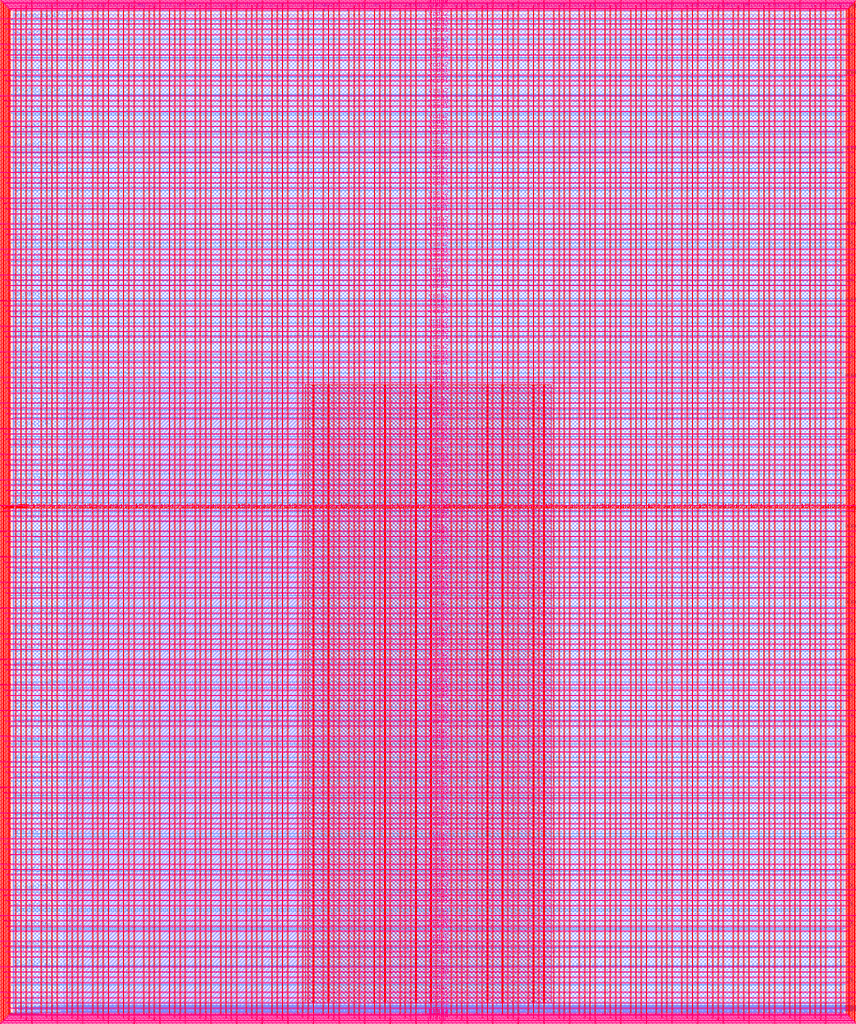
<source format=lef>
VERSION 5.7 ;
  NOWIREEXTENSIONATPIN ON ;
  DIVIDERCHAR "/" ;
  BUSBITCHARS "[]" ;
MACRO user_project_wrapper
  CLASS BLOCK ;
  FOREIGN user_project_wrapper ;
  ORIGIN 0.000 0.000 ;
  SIZE 2920.000 BY 3520.000 ;
  PIN analog_io[0]
    DIRECTION INOUT ;
    USE SIGNAL ;
    PORT
      LAYER met3 ;
        RECT 2917.600 1426.380 2924.800 1427.580 ;
    END
  END analog_io[0]
  PIN analog_io[10]
    DIRECTION INOUT ;
    USE SIGNAL ;
    PORT
      LAYER met2 ;
        RECT 2230.490 3517.600 2231.050 3524.800 ;
    END
  END analog_io[10]
  PIN analog_io[11]
    DIRECTION INOUT ;
    USE SIGNAL ;
    PORT
      LAYER met2 ;
        RECT 1905.730 3517.600 1906.290 3524.800 ;
    END
  END analog_io[11]
  PIN analog_io[12]
    DIRECTION INOUT ;
    USE SIGNAL ;
    PORT
      LAYER met2 ;
        RECT 1581.430 3517.600 1581.990 3524.800 ;
    END
  END analog_io[12]
  PIN analog_io[13]
    DIRECTION INOUT ;
    USE SIGNAL ;
    PORT
      LAYER met2 ;
        RECT 1257.130 3517.600 1257.690 3524.800 ;
    END
  END analog_io[13]
  PIN analog_io[14]
    DIRECTION INOUT ;
    USE SIGNAL ;
    PORT
      LAYER met2 ;
        RECT 932.370 3517.600 932.930 3524.800 ;
    END
  END analog_io[14]
  PIN analog_io[15]
    DIRECTION INOUT ;
    USE SIGNAL ;
    PORT
      LAYER met2 ;
        RECT 608.070 3517.600 608.630 3524.800 ;
    END
  END analog_io[15]
  PIN analog_io[16]
    DIRECTION INOUT ;
    USE SIGNAL ;
    PORT
      LAYER met2 ;
        RECT 283.770 3517.600 284.330 3524.800 ;
    END
  END analog_io[16]
  PIN analog_io[17]
    DIRECTION INOUT ;
    USE SIGNAL ;
    PORT
      LAYER met3 ;
        RECT -4.800 3486.100 2.400 3487.300 ;
    END
  END analog_io[17]
  PIN analog_io[18]
    DIRECTION INOUT ;
    USE SIGNAL ;
    PORT
      LAYER met3 ;
        RECT -4.800 3224.980 2.400 3226.180 ;
    END
  END analog_io[18]
  PIN analog_io[19]
    DIRECTION INOUT ;
    USE SIGNAL ;
    PORT
      LAYER met3 ;
        RECT -4.800 2964.540 2.400 2965.740 ;
    END
  END analog_io[19]
  PIN analog_io[1]
    DIRECTION INOUT ;
    USE SIGNAL ;
    PORT
      LAYER met3 ;
        RECT 2917.600 1692.260 2924.800 1693.460 ;
    END
  END analog_io[1]
  PIN analog_io[20]
    DIRECTION INOUT ;
    USE SIGNAL ;
    PORT
      LAYER met3 ;
        RECT -4.800 2703.420 2.400 2704.620 ;
    END
  END analog_io[20]
  PIN analog_io[21]
    DIRECTION INOUT ;
    USE SIGNAL ;
    PORT
      LAYER met3 ;
        RECT -4.800 2442.980 2.400 2444.180 ;
    END
  END analog_io[21]
  PIN analog_io[22]
    DIRECTION INOUT ;
    USE SIGNAL ;
    PORT
      LAYER met3 ;
        RECT -4.800 2182.540 2.400 2183.740 ;
    END
  END analog_io[22]
  PIN analog_io[23]
    DIRECTION INOUT ;
    USE SIGNAL ;
    PORT
      LAYER met3 ;
        RECT -4.800 1921.420 2.400 1922.620 ;
    END
  END analog_io[23]
  PIN analog_io[24]
    DIRECTION INOUT ;
    USE SIGNAL ;
    PORT
      LAYER met3 ;
        RECT -4.800 1660.980 2.400 1662.180 ;
    END
  END analog_io[24]
  PIN analog_io[25]
    DIRECTION INOUT ;
    USE SIGNAL ;
    PORT
      LAYER met3 ;
        RECT -4.800 1399.860 2.400 1401.060 ;
    END
  END analog_io[25]
  PIN analog_io[26]
    DIRECTION INOUT ;
    USE SIGNAL ;
    PORT
      LAYER met3 ;
        RECT -4.800 1139.420 2.400 1140.620 ;
    END
  END analog_io[26]
  PIN analog_io[27]
    DIRECTION INOUT ;
    USE SIGNAL ;
    PORT
      LAYER met3 ;
        RECT -4.800 878.980 2.400 880.180 ;
    END
  END analog_io[27]
  PIN analog_io[28]
    DIRECTION INOUT ;
    USE SIGNAL ;
    PORT
      LAYER met3 ;
        RECT -4.800 617.860 2.400 619.060 ;
    END
  END analog_io[28]
  PIN analog_io[2]
    DIRECTION INOUT ;
    USE SIGNAL ;
    PORT
      LAYER met3 ;
        RECT 2917.600 1958.140 2924.800 1959.340 ;
    END
  END analog_io[2]
  PIN analog_io[3]
    DIRECTION INOUT ;
    USE SIGNAL ;
    PORT
      LAYER met3 ;
        RECT 2917.600 2223.340 2924.800 2224.540 ;
    END
  END analog_io[3]
  PIN analog_io[4]
    DIRECTION INOUT ;
    USE SIGNAL ;
    PORT
      LAYER met3 ;
        RECT 2917.600 2489.220 2924.800 2490.420 ;
    END
  END analog_io[4]
  PIN analog_io[5]
    DIRECTION INOUT ;
    USE SIGNAL ;
    PORT
      LAYER met3 ;
        RECT 2917.600 2755.100 2924.800 2756.300 ;
    END
  END analog_io[5]
  PIN analog_io[6]
    DIRECTION INOUT ;
    USE SIGNAL ;
    PORT
      LAYER met3 ;
        RECT 2917.600 3020.300 2924.800 3021.500 ;
    END
  END analog_io[6]
  PIN analog_io[7]
    DIRECTION INOUT ;
    USE SIGNAL ;
    PORT
      LAYER met3 ;
        RECT 2917.600 3286.180 2924.800 3287.380 ;
    END
  END analog_io[7]
  PIN analog_io[8]
    DIRECTION INOUT ;
    USE SIGNAL ;
    PORT
      LAYER met2 ;
        RECT 2879.090 3517.600 2879.650 3524.800 ;
    END
  END analog_io[8]
  PIN analog_io[9]
    DIRECTION INOUT ;
    USE SIGNAL ;
    PORT
      LAYER met2 ;
        RECT 2554.790 3517.600 2555.350 3524.800 ;
    END
  END analog_io[9]
  PIN io_in[0]
    DIRECTION INPUT ;
    USE SIGNAL ;
    PORT
      LAYER met3 ;
        RECT 2917.600 32.380 2924.800 33.580 ;
    END
  END io_in[0]
  PIN io_in[10]
    DIRECTION INPUT ;
    USE SIGNAL ;
    PORT
      LAYER met3 ;
        RECT 2917.600 2289.980 2924.800 2291.180 ;
    END
  END io_in[10]
  PIN io_in[11]
    DIRECTION INPUT ;
    USE SIGNAL ;
    PORT
      LAYER met3 ;
        RECT 2917.600 2555.860 2924.800 2557.060 ;
    END
  END io_in[11]
  PIN io_in[12]
    DIRECTION INPUT ;
    USE SIGNAL ;
    PORT
      LAYER met3 ;
        RECT 2917.600 2821.060 2924.800 2822.260 ;
    END
  END io_in[12]
  PIN io_in[13]
    DIRECTION INPUT ;
    USE SIGNAL ;
    PORT
      LAYER met3 ;
        RECT 2917.600 3086.940 2924.800 3088.140 ;
    END
  END io_in[13]
  PIN io_in[14]
    DIRECTION INPUT ;
    USE SIGNAL ;
    PORT
      LAYER met3 ;
        RECT 2917.600 3352.820 2924.800 3354.020 ;
    END
  END io_in[14]
  PIN io_in[15]
    DIRECTION INPUT ;
    USE SIGNAL ;
    PORT
      LAYER met2 ;
        RECT 2798.130 3517.600 2798.690 3524.800 ;
    END
  END io_in[15]
  PIN io_in[16]
    DIRECTION INPUT ;
    USE SIGNAL ;
    PORT
      LAYER met2 ;
        RECT 2473.830 3517.600 2474.390 3524.800 ;
    END
  END io_in[16]
  PIN io_in[17]
    DIRECTION INPUT ;
    USE SIGNAL ;
    PORT
      LAYER met2 ;
        RECT 2149.070 3517.600 2149.630 3524.800 ;
    END
  END io_in[17]
  PIN io_in[18]
    DIRECTION INPUT ;
    USE SIGNAL ;
    PORT
      LAYER met2 ;
        RECT 1824.770 3517.600 1825.330 3524.800 ;
    END
  END io_in[18]
  PIN io_in[19]
    DIRECTION INPUT ;
    USE SIGNAL ;
    PORT
      LAYER met2 ;
        RECT 1500.470 3517.600 1501.030 3524.800 ;
    END
  END io_in[19]
  PIN io_in[1]
    DIRECTION INPUT ;
    USE SIGNAL ;
    PORT
      LAYER met3 ;
        RECT 2917.600 230.940 2924.800 232.140 ;
    END
  END io_in[1]
  PIN io_in[20]
    DIRECTION INPUT ;
    USE SIGNAL ;
    PORT
      LAYER met2 ;
        RECT 1175.710 3517.600 1176.270 3524.800 ;
    END
  END io_in[20]
  PIN io_in[21]
    DIRECTION INPUT ;
    USE SIGNAL ;
    PORT
      LAYER met2 ;
        RECT 851.410 3517.600 851.970 3524.800 ;
    END
  END io_in[21]
  PIN io_in[22]
    DIRECTION INPUT ;
    USE SIGNAL ;
    PORT
      LAYER met2 ;
        RECT 527.110 3517.600 527.670 3524.800 ;
    END
  END io_in[22]
  PIN io_in[23]
    DIRECTION INPUT ;
    USE SIGNAL ;
    PORT
      LAYER met2 ;
        RECT 202.350 3517.600 202.910 3524.800 ;
    END
  END io_in[23]
  PIN io_in[24]
    DIRECTION INPUT ;
    USE SIGNAL ;
    PORT
      LAYER met3 ;
        RECT -4.800 3420.820 2.400 3422.020 ;
    END
  END io_in[24]
  PIN io_in[25]
    DIRECTION INPUT ;
    USE SIGNAL ;
    PORT
      LAYER met3 ;
        RECT -4.800 3159.700 2.400 3160.900 ;
    END
  END io_in[25]
  PIN io_in[26]
    DIRECTION INPUT ;
    USE SIGNAL ;
    PORT
      LAYER met3 ;
        RECT -4.800 2899.260 2.400 2900.460 ;
    END
  END io_in[26]
  PIN io_in[27]
    DIRECTION INPUT ;
    USE SIGNAL ;
    PORT
      LAYER met3 ;
        RECT -4.800 2638.820 2.400 2640.020 ;
    END
  END io_in[27]
  PIN io_in[28]
    DIRECTION INPUT ;
    USE SIGNAL ;
    PORT
      LAYER met3 ;
        RECT -4.800 2377.700 2.400 2378.900 ;
    END
  END io_in[28]
  PIN io_in[29]
    DIRECTION INPUT ;
    USE SIGNAL ;
    PORT
      LAYER met3 ;
        RECT -4.800 2117.260 2.400 2118.460 ;
    END
  END io_in[29]
  PIN io_in[2]
    DIRECTION INPUT ;
    USE SIGNAL ;
    PORT
      LAYER met3 ;
        RECT 2917.600 430.180 2924.800 431.380 ;
    END
  END io_in[2]
  PIN io_in[30]
    DIRECTION INPUT ;
    USE SIGNAL ;
    PORT
      LAYER met3 ;
        RECT -4.800 1856.140 2.400 1857.340 ;
    END
  END io_in[30]
  PIN io_in[31]
    DIRECTION INPUT ;
    USE SIGNAL ;
    PORT
      LAYER met3 ;
        RECT -4.800 1595.700 2.400 1596.900 ;
    END
  END io_in[31]
  PIN io_in[32]
    DIRECTION INPUT ;
    USE SIGNAL ;
    PORT
      LAYER met3 ;
        RECT -4.800 1335.260 2.400 1336.460 ;
    END
  END io_in[32]
  PIN io_in[33]
    DIRECTION INPUT ;
    USE SIGNAL ;
    PORT
      LAYER met3 ;
        RECT -4.800 1074.140 2.400 1075.340 ;
    END
  END io_in[33]
  PIN io_in[34]
    DIRECTION INPUT ;
    USE SIGNAL ;
    PORT
      LAYER met3 ;
        RECT -4.800 813.700 2.400 814.900 ;
    END
  END io_in[34]
  PIN io_in[35]
    DIRECTION INPUT ;
    USE SIGNAL ;
    PORT
      LAYER met3 ;
        RECT -4.800 552.580 2.400 553.780 ;
    END
  END io_in[35]
  PIN io_in[36]
    DIRECTION INPUT ;
    USE SIGNAL ;
    PORT
      LAYER met3 ;
        RECT -4.800 357.420 2.400 358.620 ;
    END
  END io_in[36]
  PIN io_in[37]
    DIRECTION INPUT ;
    USE SIGNAL ;
    PORT
      LAYER met3 ;
        RECT -4.800 161.580 2.400 162.780 ;
    END
  END io_in[37]
  PIN io_in[3]
    DIRECTION INPUT ;
    USE SIGNAL ;
    PORT
      LAYER met3 ;
        RECT 2917.600 629.420 2924.800 630.620 ;
    END
  END io_in[3]
  PIN io_in[4]
    DIRECTION INPUT ;
    USE SIGNAL ;
    PORT
      LAYER met3 ;
        RECT 2917.600 828.660 2924.800 829.860 ;
    END
  END io_in[4]
  PIN io_in[5]
    DIRECTION INPUT ;
    USE SIGNAL ;
    PORT
      LAYER met3 ;
        RECT 2917.600 1027.900 2924.800 1029.100 ;
    END
  END io_in[5]
  PIN io_in[6]
    DIRECTION INPUT ;
    USE SIGNAL ;
    PORT
      LAYER met3 ;
        RECT 2917.600 1227.140 2924.800 1228.340 ;
    END
  END io_in[6]
  PIN io_in[7]
    DIRECTION INPUT ;
    USE SIGNAL ;
    PORT
      LAYER met3 ;
        RECT 2917.600 1493.020 2924.800 1494.220 ;
    END
  END io_in[7]
  PIN io_in[8]
    DIRECTION INPUT ;
    USE SIGNAL ;
    PORT
      LAYER met3 ;
        RECT 2917.600 1758.900 2924.800 1760.100 ;
    END
  END io_in[8]
  PIN io_in[9]
    DIRECTION INPUT ;
    USE SIGNAL ;
    PORT
      LAYER met3 ;
        RECT 2917.600 2024.100 2924.800 2025.300 ;
    END
  END io_in[9]
  PIN io_oeb[0]
    DIRECTION OUTPUT TRISTATE ;
    USE SIGNAL ;
    PORT
      LAYER met3 ;
        RECT 2917.600 164.980 2924.800 166.180 ;
    END
  END io_oeb[0]
  PIN io_oeb[10]
    DIRECTION OUTPUT TRISTATE ;
    USE SIGNAL ;
    PORT
      LAYER met3 ;
        RECT 2917.600 2422.580 2924.800 2423.780 ;
    END
  END io_oeb[10]
  PIN io_oeb[11]
    DIRECTION OUTPUT TRISTATE ;
    USE SIGNAL ;
    PORT
      LAYER met3 ;
        RECT 2917.600 2688.460 2924.800 2689.660 ;
    END
  END io_oeb[11]
  PIN io_oeb[12]
    DIRECTION OUTPUT TRISTATE ;
    USE SIGNAL ;
    PORT
      LAYER met3 ;
        RECT 2917.600 2954.340 2924.800 2955.540 ;
    END
  END io_oeb[12]
  PIN io_oeb[13]
    DIRECTION OUTPUT TRISTATE ;
    USE SIGNAL ;
    PORT
      LAYER met3 ;
        RECT 2917.600 3219.540 2924.800 3220.740 ;
    END
  END io_oeb[13]
  PIN io_oeb[14]
    DIRECTION OUTPUT TRISTATE ;
    USE SIGNAL ;
    PORT
      LAYER met3 ;
        RECT 2917.600 3485.420 2924.800 3486.620 ;
    END
  END io_oeb[14]
  PIN io_oeb[15]
    DIRECTION OUTPUT TRISTATE ;
    USE SIGNAL ;
    PORT
      LAYER met2 ;
        RECT 2635.750 3517.600 2636.310 3524.800 ;
    END
  END io_oeb[15]
  PIN io_oeb[16]
    DIRECTION OUTPUT TRISTATE ;
    USE SIGNAL ;
    PORT
      LAYER met2 ;
        RECT 2311.450 3517.600 2312.010 3524.800 ;
    END
  END io_oeb[16]
  PIN io_oeb[17]
    DIRECTION OUTPUT TRISTATE ;
    USE SIGNAL ;
    PORT
      LAYER met2 ;
        RECT 1987.150 3517.600 1987.710 3524.800 ;
    END
  END io_oeb[17]
  PIN io_oeb[18]
    DIRECTION OUTPUT TRISTATE ;
    USE SIGNAL ;
    PORT
      LAYER met2 ;
        RECT 1662.390 3517.600 1662.950 3524.800 ;
    END
  END io_oeb[18]
  PIN io_oeb[19]
    DIRECTION OUTPUT TRISTATE ;
    USE SIGNAL ;
    PORT
      LAYER met2 ;
        RECT 1338.090 3517.600 1338.650 3524.800 ;
    END
  END io_oeb[19]
  PIN io_oeb[1]
    DIRECTION OUTPUT TRISTATE ;
    USE SIGNAL ;
    PORT
      LAYER met3 ;
        RECT 2917.600 364.220 2924.800 365.420 ;
    END
  END io_oeb[1]
  PIN io_oeb[20]
    DIRECTION OUTPUT TRISTATE ;
    USE SIGNAL ;
    PORT
      LAYER met2 ;
        RECT 1013.790 3517.600 1014.350 3524.800 ;
    END
  END io_oeb[20]
  PIN io_oeb[21]
    DIRECTION OUTPUT TRISTATE ;
    USE SIGNAL ;
    PORT
      LAYER met2 ;
        RECT 689.030 3517.600 689.590 3524.800 ;
    END
  END io_oeb[21]
  PIN io_oeb[22]
    DIRECTION OUTPUT TRISTATE ;
    USE SIGNAL ;
    PORT
      LAYER met2 ;
        RECT 364.730 3517.600 365.290 3524.800 ;
    END
  END io_oeb[22]
  PIN io_oeb[23]
    DIRECTION OUTPUT TRISTATE ;
    USE SIGNAL ;
    PORT
      LAYER met2 ;
        RECT 40.430 3517.600 40.990 3524.800 ;
    END
  END io_oeb[23]
  PIN io_oeb[24]
    DIRECTION OUTPUT TRISTATE ;
    USE SIGNAL ;
    PORT
      LAYER met3 ;
        RECT -4.800 3290.260 2.400 3291.460 ;
    END
  END io_oeb[24]
  PIN io_oeb[25]
    DIRECTION OUTPUT TRISTATE ;
    USE SIGNAL ;
    PORT
      LAYER met3 ;
        RECT -4.800 3029.820 2.400 3031.020 ;
    END
  END io_oeb[25]
  PIN io_oeb[26]
    DIRECTION OUTPUT TRISTATE ;
    USE SIGNAL ;
    PORT
      LAYER met3 ;
        RECT -4.800 2768.700 2.400 2769.900 ;
    END
  END io_oeb[26]
  PIN io_oeb[27]
    DIRECTION OUTPUT TRISTATE ;
    USE SIGNAL ;
    PORT
      LAYER met3 ;
        RECT -4.800 2508.260 2.400 2509.460 ;
    END
  END io_oeb[27]
  PIN io_oeb[28]
    DIRECTION OUTPUT TRISTATE ;
    USE SIGNAL ;
    PORT
      LAYER met3 ;
        RECT -4.800 2247.140 2.400 2248.340 ;
    END
  END io_oeb[28]
  PIN io_oeb[29]
    DIRECTION OUTPUT TRISTATE ;
    USE SIGNAL ;
    PORT
      LAYER met3 ;
        RECT -4.800 1986.700 2.400 1987.900 ;
    END
  END io_oeb[29]
  PIN io_oeb[2]
    DIRECTION OUTPUT TRISTATE ;
    USE SIGNAL ;
    PORT
      LAYER met3 ;
        RECT 2917.600 563.460 2924.800 564.660 ;
    END
  END io_oeb[2]
  PIN io_oeb[30]
    DIRECTION OUTPUT TRISTATE ;
    USE SIGNAL ;
    PORT
      LAYER met3 ;
        RECT -4.800 1726.260 2.400 1727.460 ;
    END
  END io_oeb[30]
  PIN io_oeb[31]
    DIRECTION OUTPUT TRISTATE ;
    USE SIGNAL ;
    PORT
      LAYER met3 ;
        RECT -4.800 1465.140 2.400 1466.340 ;
    END
  END io_oeb[31]
  PIN io_oeb[32]
    DIRECTION OUTPUT TRISTATE ;
    USE SIGNAL ;
    PORT
      LAYER met3 ;
        RECT -4.800 1204.700 2.400 1205.900 ;
    END
  END io_oeb[32]
  PIN io_oeb[33]
    DIRECTION OUTPUT TRISTATE ;
    USE SIGNAL ;
    PORT
      LAYER met3 ;
        RECT -4.800 943.580 2.400 944.780 ;
    END
  END io_oeb[33]
  PIN io_oeb[34]
    DIRECTION OUTPUT TRISTATE ;
    USE SIGNAL ;
    PORT
      LAYER met3 ;
        RECT -4.800 683.140 2.400 684.340 ;
    END
  END io_oeb[34]
  PIN io_oeb[35]
    DIRECTION OUTPUT TRISTATE ;
    USE SIGNAL ;
    PORT
      LAYER met3 ;
        RECT -4.800 422.700 2.400 423.900 ;
    END
  END io_oeb[35]
  PIN io_oeb[36]
    DIRECTION OUTPUT TRISTATE ;
    USE SIGNAL ;
    PORT
      LAYER met3 ;
        RECT -4.800 226.860 2.400 228.060 ;
    END
  END io_oeb[36]
  PIN io_oeb[37]
    DIRECTION OUTPUT TRISTATE ;
    USE SIGNAL ;
    PORT
      LAYER met3 ;
        RECT -4.800 31.700 2.400 32.900 ;
    END
  END io_oeb[37]
  PIN io_oeb[3]
    DIRECTION OUTPUT TRISTATE ;
    USE SIGNAL ;
    PORT
      LAYER met3 ;
        RECT 2917.600 762.700 2924.800 763.900 ;
    END
  END io_oeb[3]
  PIN io_oeb[4]
    DIRECTION OUTPUT TRISTATE ;
    USE SIGNAL ;
    PORT
      LAYER met3 ;
        RECT 2917.600 961.940 2924.800 963.140 ;
    END
  END io_oeb[4]
  PIN io_oeb[5]
    DIRECTION OUTPUT TRISTATE ;
    USE SIGNAL ;
    PORT
      LAYER met3 ;
        RECT 2917.600 1161.180 2924.800 1162.380 ;
    END
  END io_oeb[5]
  PIN io_oeb[6]
    DIRECTION OUTPUT TRISTATE ;
    USE SIGNAL ;
    PORT
      LAYER met3 ;
        RECT 2917.600 1360.420 2924.800 1361.620 ;
    END
  END io_oeb[6]
  PIN io_oeb[7]
    DIRECTION OUTPUT TRISTATE ;
    USE SIGNAL ;
    PORT
      LAYER met3 ;
        RECT 2917.600 1625.620 2924.800 1626.820 ;
    END
  END io_oeb[7]
  PIN io_oeb[8]
    DIRECTION OUTPUT TRISTATE ;
    USE SIGNAL ;
    PORT
      LAYER met3 ;
        RECT 2917.600 1891.500 2924.800 1892.700 ;
    END
  END io_oeb[8]
  PIN io_oeb[9]
    DIRECTION OUTPUT TRISTATE ;
    USE SIGNAL ;
    PORT
      LAYER met3 ;
        RECT 2917.600 2157.380 2924.800 2158.580 ;
    END
  END io_oeb[9]
  PIN io_out[0]
    DIRECTION OUTPUT TRISTATE ;
    USE SIGNAL ;
    PORT
      LAYER met3 ;
        RECT 2917.600 98.340 2924.800 99.540 ;
    END
  END io_out[0]
  PIN io_out[10]
    DIRECTION OUTPUT TRISTATE ;
    USE SIGNAL ;
    PORT
      LAYER met3 ;
        RECT 2917.600 2356.620 2924.800 2357.820 ;
    END
  END io_out[10]
  PIN io_out[11]
    DIRECTION OUTPUT TRISTATE ;
    USE SIGNAL ;
    PORT
      LAYER met3 ;
        RECT 2917.600 2621.820 2924.800 2623.020 ;
    END
  END io_out[11]
  PIN io_out[12]
    DIRECTION OUTPUT TRISTATE ;
    USE SIGNAL ;
    PORT
      LAYER met3 ;
        RECT 2917.600 2887.700 2924.800 2888.900 ;
    END
  END io_out[12]
  PIN io_out[13]
    DIRECTION OUTPUT TRISTATE ;
    USE SIGNAL ;
    PORT
      LAYER met3 ;
        RECT 2917.600 3153.580 2924.800 3154.780 ;
    END
  END io_out[13]
  PIN io_out[14]
    DIRECTION OUTPUT TRISTATE ;
    USE SIGNAL ;
    PORT
      LAYER met3 ;
        RECT 2917.600 3418.780 2924.800 3419.980 ;
    END
  END io_out[14]
  PIN io_out[15]
    DIRECTION OUTPUT TRISTATE ;
    USE SIGNAL ;
    PORT
      LAYER met2 ;
        RECT 2717.170 3517.600 2717.730 3524.800 ;
    END
  END io_out[15]
  PIN io_out[16]
    DIRECTION OUTPUT TRISTATE ;
    USE SIGNAL ;
    PORT
      LAYER met2 ;
        RECT 2392.410 3517.600 2392.970 3524.800 ;
    END
  END io_out[16]
  PIN io_out[17]
    DIRECTION OUTPUT TRISTATE ;
    USE SIGNAL ;
    PORT
      LAYER met2 ;
        RECT 2068.110 3517.600 2068.670 3524.800 ;
    END
  END io_out[17]
  PIN io_out[18]
    DIRECTION OUTPUT TRISTATE ;
    USE SIGNAL ;
    PORT
      LAYER met2 ;
        RECT 1743.810 3517.600 1744.370 3524.800 ;
    END
  END io_out[18]
  PIN io_out[19]
    DIRECTION OUTPUT TRISTATE ;
    USE SIGNAL ;
    PORT
      LAYER met2 ;
        RECT 1419.050 3517.600 1419.610 3524.800 ;
    END
  END io_out[19]
  PIN io_out[1]
    DIRECTION OUTPUT TRISTATE ;
    USE SIGNAL ;
    PORT
      LAYER met3 ;
        RECT 2917.600 297.580 2924.800 298.780 ;
    END
  END io_out[1]
  PIN io_out[20]
    DIRECTION OUTPUT TRISTATE ;
    USE SIGNAL ;
    PORT
      LAYER met2 ;
        RECT 1094.750 3517.600 1095.310 3524.800 ;
    END
  END io_out[20]
  PIN io_out[21]
    DIRECTION OUTPUT TRISTATE ;
    USE SIGNAL ;
    PORT
      LAYER met2 ;
        RECT 770.450 3517.600 771.010 3524.800 ;
    END
  END io_out[21]
  PIN io_out[22]
    DIRECTION OUTPUT TRISTATE ;
    USE SIGNAL ;
    PORT
      LAYER met2 ;
        RECT 445.690 3517.600 446.250 3524.800 ;
    END
  END io_out[22]
  PIN io_out[23]
    DIRECTION OUTPUT TRISTATE ;
    USE SIGNAL ;
    PORT
      LAYER met2 ;
        RECT 121.390 3517.600 121.950 3524.800 ;
    END
  END io_out[23]
  PIN io_out[24]
    DIRECTION OUTPUT TRISTATE ;
    USE SIGNAL ;
    PORT
      LAYER met3 ;
        RECT -4.800 3355.540 2.400 3356.740 ;
    END
  END io_out[24]
  PIN io_out[25]
    DIRECTION OUTPUT TRISTATE ;
    USE SIGNAL ;
    PORT
      LAYER met3 ;
        RECT -4.800 3095.100 2.400 3096.300 ;
    END
  END io_out[25]
  PIN io_out[26]
    DIRECTION OUTPUT TRISTATE ;
    USE SIGNAL ;
    PORT
      LAYER met3 ;
        RECT -4.800 2833.980 2.400 2835.180 ;
    END
  END io_out[26]
  PIN io_out[27]
    DIRECTION OUTPUT TRISTATE ;
    USE SIGNAL ;
    PORT
      LAYER met3 ;
        RECT -4.800 2573.540 2.400 2574.740 ;
    END
  END io_out[27]
  PIN io_out[28]
    DIRECTION OUTPUT TRISTATE ;
    USE SIGNAL ;
    PORT
      LAYER met3 ;
        RECT -4.800 2312.420 2.400 2313.620 ;
    END
  END io_out[28]
  PIN io_out[29]
    DIRECTION OUTPUT TRISTATE ;
    USE SIGNAL ;
    PORT
      LAYER met3 ;
        RECT -4.800 2051.980 2.400 2053.180 ;
    END
  END io_out[29]
  PIN io_out[2]
    DIRECTION OUTPUT TRISTATE ;
    USE SIGNAL ;
    PORT
      LAYER met3 ;
        RECT 2917.600 496.820 2924.800 498.020 ;
    END
  END io_out[2]
  PIN io_out[30]
    DIRECTION OUTPUT TRISTATE ;
    USE SIGNAL ;
    PORT
      LAYER met3 ;
        RECT -4.800 1791.540 2.400 1792.740 ;
    END
  END io_out[30]
  PIN io_out[31]
    DIRECTION OUTPUT TRISTATE ;
    USE SIGNAL ;
    PORT
      LAYER met3 ;
        RECT -4.800 1530.420 2.400 1531.620 ;
    END
  END io_out[31]
  PIN io_out[32]
    DIRECTION OUTPUT TRISTATE ;
    USE SIGNAL ;
    PORT
      LAYER met3 ;
        RECT -4.800 1269.980 2.400 1271.180 ;
    END
  END io_out[32]
  PIN io_out[33]
    DIRECTION OUTPUT TRISTATE ;
    USE SIGNAL ;
    PORT
      LAYER met3 ;
        RECT -4.800 1008.860 2.400 1010.060 ;
    END
  END io_out[33]
  PIN io_out[34]
    DIRECTION OUTPUT TRISTATE ;
    USE SIGNAL ;
    PORT
      LAYER met3 ;
        RECT -4.800 748.420 2.400 749.620 ;
    END
  END io_out[34]
  PIN io_out[35]
    DIRECTION OUTPUT TRISTATE ;
    USE SIGNAL ;
    PORT
      LAYER met3 ;
        RECT -4.800 487.300 2.400 488.500 ;
    END
  END io_out[35]
  PIN io_out[36]
    DIRECTION OUTPUT TRISTATE ;
    USE SIGNAL ;
    PORT
      LAYER met3 ;
        RECT -4.800 292.140 2.400 293.340 ;
    END
  END io_out[36]
  PIN io_out[37]
    DIRECTION OUTPUT TRISTATE ;
    USE SIGNAL ;
    PORT
      LAYER met3 ;
        RECT -4.800 96.300 2.400 97.500 ;
    END
  END io_out[37]
  PIN io_out[3]
    DIRECTION OUTPUT TRISTATE ;
    USE SIGNAL ;
    PORT
      LAYER met3 ;
        RECT 2917.600 696.060 2924.800 697.260 ;
    END
  END io_out[3]
  PIN io_out[4]
    DIRECTION OUTPUT TRISTATE ;
    USE SIGNAL ;
    PORT
      LAYER met3 ;
        RECT 2917.600 895.300 2924.800 896.500 ;
    END
  END io_out[4]
  PIN io_out[5]
    DIRECTION OUTPUT TRISTATE ;
    USE SIGNAL ;
    PORT
      LAYER met3 ;
        RECT 2917.600 1094.540 2924.800 1095.740 ;
    END
  END io_out[5]
  PIN io_out[6]
    DIRECTION OUTPUT TRISTATE ;
    USE SIGNAL ;
    PORT
      LAYER met3 ;
        RECT 2917.600 1293.780 2924.800 1294.980 ;
    END
  END io_out[6]
  PIN io_out[7]
    DIRECTION OUTPUT TRISTATE ;
    USE SIGNAL ;
    PORT
      LAYER met3 ;
        RECT 2917.600 1559.660 2924.800 1560.860 ;
    END
  END io_out[7]
  PIN io_out[8]
    DIRECTION OUTPUT TRISTATE ;
    USE SIGNAL ;
    PORT
      LAYER met3 ;
        RECT 2917.600 1824.860 2924.800 1826.060 ;
    END
  END io_out[8]
  PIN io_out[9]
    DIRECTION OUTPUT TRISTATE ;
    USE SIGNAL ;
    PORT
      LAYER met3 ;
        RECT 2917.600 2090.740 2924.800 2091.940 ;
    END
  END io_out[9]
  PIN la_data_in[0]
    DIRECTION INPUT ;
    USE SIGNAL ;
    PORT
      LAYER met2 ;
        RECT 629.230 -4.800 629.790 2.400 ;
    END
  END la_data_in[0]
  PIN la_data_in[100]
    DIRECTION INPUT ;
    USE SIGNAL ;
    PORT
      LAYER met2 ;
        RECT 2402.530 -4.800 2403.090 2.400 ;
    END
  END la_data_in[100]
  PIN la_data_in[101]
    DIRECTION INPUT ;
    USE SIGNAL ;
    PORT
      LAYER met2 ;
        RECT 2420.010 -4.800 2420.570 2.400 ;
    END
  END la_data_in[101]
  PIN la_data_in[102]
    DIRECTION INPUT ;
    USE SIGNAL ;
    PORT
      LAYER met2 ;
        RECT 2437.950 -4.800 2438.510 2.400 ;
    END
  END la_data_in[102]
  PIN la_data_in[103]
    DIRECTION INPUT ;
    USE SIGNAL ;
    PORT
      LAYER met2 ;
        RECT 2455.430 -4.800 2455.990 2.400 ;
    END
  END la_data_in[103]
  PIN la_data_in[104]
    DIRECTION INPUT ;
    USE SIGNAL ;
    PORT
      LAYER met2 ;
        RECT 2473.370 -4.800 2473.930 2.400 ;
    END
  END la_data_in[104]
  PIN la_data_in[105]
    DIRECTION INPUT ;
    USE SIGNAL ;
    PORT
      LAYER met2 ;
        RECT 2490.850 -4.800 2491.410 2.400 ;
    END
  END la_data_in[105]
  PIN la_data_in[106]
    DIRECTION INPUT ;
    USE SIGNAL ;
    PORT
      LAYER met2 ;
        RECT 2508.790 -4.800 2509.350 2.400 ;
    END
  END la_data_in[106]
  PIN la_data_in[107]
    DIRECTION INPUT ;
    USE SIGNAL ;
    PORT
      LAYER met2 ;
        RECT 2526.730 -4.800 2527.290 2.400 ;
    END
  END la_data_in[107]
  PIN la_data_in[108]
    DIRECTION INPUT ;
    USE SIGNAL ;
    PORT
      LAYER met2 ;
        RECT 2544.210 -4.800 2544.770 2.400 ;
    END
  END la_data_in[108]
  PIN la_data_in[109]
    DIRECTION INPUT ;
    USE SIGNAL ;
    PORT
      LAYER met2 ;
        RECT 2562.150 -4.800 2562.710 2.400 ;
    END
  END la_data_in[109]
  PIN la_data_in[10]
    DIRECTION INPUT ;
    USE SIGNAL ;
    PORT
      LAYER met2 ;
        RECT 806.330 -4.800 806.890 2.400 ;
    END
  END la_data_in[10]
  PIN la_data_in[110]
    DIRECTION INPUT ;
    USE SIGNAL ;
    PORT
      LAYER met2 ;
        RECT 2579.630 -4.800 2580.190 2.400 ;
    END
  END la_data_in[110]
  PIN la_data_in[111]
    DIRECTION INPUT ;
    USE SIGNAL ;
    PORT
      LAYER met2 ;
        RECT 2597.570 -4.800 2598.130 2.400 ;
    END
  END la_data_in[111]
  PIN la_data_in[112]
    DIRECTION INPUT ;
    USE SIGNAL ;
    PORT
      LAYER met2 ;
        RECT 2615.050 -4.800 2615.610 2.400 ;
    END
  END la_data_in[112]
  PIN la_data_in[113]
    DIRECTION INPUT ;
    USE SIGNAL ;
    PORT
      LAYER met2 ;
        RECT 2632.990 -4.800 2633.550 2.400 ;
    END
  END la_data_in[113]
  PIN la_data_in[114]
    DIRECTION INPUT ;
    USE SIGNAL ;
    PORT
      LAYER met2 ;
        RECT 2650.470 -4.800 2651.030 2.400 ;
    END
  END la_data_in[114]
  PIN la_data_in[115]
    DIRECTION INPUT ;
    USE SIGNAL ;
    PORT
      LAYER met2 ;
        RECT 2668.410 -4.800 2668.970 2.400 ;
    END
  END la_data_in[115]
  PIN la_data_in[116]
    DIRECTION INPUT ;
    USE SIGNAL ;
    PORT
      LAYER met2 ;
        RECT 2685.890 -4.800 2686.450 2.400 ;
    END
  END la_data_in[116]
  PIN la_data_in[117]
    DIRECTION INPUT ;
    USE SIGNAL ;
    PORT
      LAYER met2 ;
        RECT 2703.830 -4.800 2704.390 2.400 ;
    END
  END la_data_in[117]
  PIN la_data_in[118]
    DIRECTION INPUT ;
    USE SIGNAL ;
    PORT
      LAYER met2 ;
        RECT 2721.770 -4.800 2722.330 2.400 ;
    END
  END la_data_in[118]
  PIN la_data_in[119]
    DIRECTION INPUT ;
    USE SIGNAL ;
    PORT
      LAYER met2 ;
        RECT 2739.250 -4.800 2739.810 2.400 ;
    END
  END la_data_in[119]
  PIN la_data_in[11]
    DIRECTION INPUT ;
    USE SIGNAL ;
    PORT
      LAYER met2 ;
        RECT 824.270 -4.800 824.830 2.400 ;
    END
  END la_data_in[11]
  PIN la_data_in[120]
    DIRECTION INPUT ;
    USE SIGNAL ;
    PORT
      LAYER met2 ;
        RECT 2757.190 -4.800 2757.750 2.400 ;
    END
  END la_data_in[120]
  PIN la_data_in[121]
    DIRECTION INPUT ;
    USE SIGNAL ;
    PORT
      LAYER met2 ;
        RECT 2774.670 -4.800 2775.230 2.400 ;
    END
  END la_data_in[121]
  PIN la_data_in[122]
    DIRECTION INPUT ;
    USE SIGNAL ;
    PORT
      LAYER met2 ;
        RECT 2792.610 -4.800 2793.170 2.400 ;
    END
  END la_data_in[122]
  PIN la_data_in[123]
    DIRECTION INPUT ;
    USE SIGNAL ;
    PORT
      LAYER met2 ;
        RECT 2810.090 -4.800 2810.650 2.400 ;
    END
  END la_data_in[123]
  PIN la_data_in[124]
    DIRECTION INPUT ;
    USE SIGNAL ;
    PORT
      LAYER met2 ;
        RECT 2828.030 -4.800 2828.590 2.400 ;
    END
  END la_data_in[124]
  PIN la_data_in[125]
    DIRECTION INPUT ;
    USE SIGNAL ;
    PORT
      LAYER met2 ;
        RECT 2845.510 -4.800 2846.070 2.400 ;
    END
  END la_data_in[125]
  PIN la_data_in[126]
    DIRECTION INPUT ;
    USE SIGNAL ;
    PORT
      LAYER met2 ;
        RECT 2863.450 -4.800 2864.010 2.400 ;
    END
  END la_data_in[126]
  PIN la_data_in[127]
    DIRECTION INPUT ;
    USE SIGNAL ;
    PORT
      LAYER met2 ;
        RECT 2881.390 -4.800 2881.950 2.400 ;
    END
  END la_data_in[127]
  PIN la_data_in[12]
    DIRECTION INPUT ;
    USE SIGNAL ;
    PORT
      LAYER met2 ;
        RECT 841.750 -4.800 842.310 2.400 ;
    END
  END la_data_in[12]
  PIN la_data_in[13]
    DIRECTION INPUT ;
    USE SIGNAL ;
    PORT
      LAYER met2 ;
        RECT 859.690 -4.800 860.250 2.400 ;
    END
  END la_data_in[13]
  PIN la_data_in[14]
    DIRECTION INPUT ;
    USE SIGNAL ;
    PORT
      LAYER met2 ;
        RECT 877.170 -4.800 877.730 2.400 ;
    END
  END la_data_in[14]
  PIN la_data_in[15]
    DIRECTION INPUT ;
    USE SIGNAL ;
    PORT
      LAYER met2 ;
        RECT 895.110 -4.800 895.670 2.400 ;
    END
  END la_data_in[15]
  PIN la_data_in[16]
    DIRECTION INPUT ;
    USE SIGNAL ;
    PORT
      LAYER met2 ;
        RECT 912.590 -4.800 913.150 2.400 ;
    END
  END la_data_in[16]
  PIN la_data_in[17]
    DIRECTION INPUT ;
    USE SIGNAL ;
    PORT
      LAYER met2 ;
        RECT 930.530 -4.800 931.090 2.400 ;
    END
  END la_data_in[17]
  PIN la_data_in[18]
    DIRECTION INPUT ;
    USE SIGNAL ;
    PORT
      LAYER met2 ;
        RECT 948.470 -4.800 949.030 2.400 ;
    END
  END la_data_in[18]
  PIN la_data_in[19]
    DIRECTION INPUT ;
    USE SIGNAL ;
    PORT
      LAYER met2 ;
        RECT 965.950 -4.800 966.510 2.400 ;
    END
  END la_data_in[19]
  PIN la_data_in[1]
    DIRECTION INPUT ;
    USE SIGNAL ;
    PORT
      LAYER met2 ;
        RECT 646.710 -4.800 647.270 2.400 ;
    END
  END la_data_in[1]
  PIN la_data_in[20]
    DIRECTION INPUT ;
    USE SIGNAL ;
    PORT
      LAYER met2 ;
        RECT 983.890 -4.800 984.450 2.400 ;
    END
  END la_data_in[20]
  PIN la_data_in[21]
    DIRECTION INPUT ;
    USE SIGNAL ;
    PORT
      LAYER met2 ;
        RECT 1001.370 -4.800 1001.930 2.400 ;
    END
  END la_data_in[21]
  PIN la_data_in[22]
    DIRECTION INPUT ;
    USE SIGNAL ;
    PORT
      LAYER met2 ;
        RECT 1019.310 -4.800 1019.870 2.400 ;
    END
  END la_data_in[22]
  PIN la_data_in[23]
    DIRECTION INPUT ;
    USE SIGNAL ;
    PORT
      LAYER met2 ;
        RECT 1036.790 -4.800 1037.350 2.400 ;
    END
  END la_data_in[23]
  PIN la_data_in[24]
    DIRECTION INPUT ;
    USE SIGNAL ;
    PORT
      LAYER met2 ;
        RECT 1054.730 -4.800 1055.290 2.400 ;
    END
  END la_data_in[24]
  PIN la_data_in[25]
    DIRECTION INPUT ;
    USE SIGNAL ;
    PORT
      LAYER met2 ;
        RECT 1072.210 -4.800 1072.770 2.400 ;
    END
  END la_data_in[25]
  PIN la_data_in[26]
    DIRECTION INPUT ;
    USE SIGNAL ;
    PORT
      LAYER met2 ;
        RECT 1090.150 -4.800 1090.710 2.400 ;
    END
  END la_data_in[26]
  PIN la_data_in[27]
    DIRECTION INPUT ;
    USE SIGNAL ;
    PORT
      LAYER met2 ;
        RECT 1107.630 -4.800 1108.190 2.400 ;
    END
  END la_data_in[27]
  PIN la_data_in[28]
    DIRECTION INPUT ;
    USE SIGNAL ;
    PORT
      LAYER met2 ;
        RECT 1125.570 -4.800 1126.130 2.400 ;
    END
  END la_data_in[28]
  PIN la_data_in[29]
    DIRECTION INPUT ;
    USE SIGNAL ;
    PORT
      LAYER met2 ;
        RECT 1143.510 -4.800 1144.070 2.400 ;
    END
  END la_data_in[29]
  PIN la_data_in[2]
    DIRECTION INPUT ;
    USE SIGNAL ;
    PORT
      LAYER met2 ;
        RECT 664.650 -4.800 665.210 2.400 ;
    END
  END la_data_in[2]
  PIN la_data_in[30]
    DIRECTION INPUT ;
    USE SIGNAL ;
    PORT
      LAYER met2 ;
        RECT 1160.990 -4.800 1161.550 2.400 ;
    END
  END la_data_in[30]
  PIN la_data_in[31]
    DIRECTION INPUT ;
    USE SIGNAL ;
    PORT
      LAYER met2 ;
        RECT 1178.930 -4.800 1179.490 2.400 ;
    END
  END la_data_in[31]
  PIN la_data_in[32]
    DIRECTION INPUT ;
    USE SIGNAL ;
    PORT
      LAYER met2 ;
        RECT 1196.410 -4.800 1196.970 2.400 ;
    END
  END la_data_in[32]
  PIN la_data_in[33]
    DIRECTION INPUT ;
    USE SIGNAL ;
    PORT
      LAYER met2 ;
        RECT 1214.350 -4.800 1214.910 2.400 ;
    END
  END la_data_in[33]
  PIN la_data_in[34]
    DIRECTION INPUT ;
    USE SIGNAL ;
    PORT
      LAYER met2 ;
        RECT 1231.830 -4.800 1232.390 2.400 ;
    END
  END la_data_in[34]
  PIN la_data_in[35]
    DIRECTION INPUT ;
    USE SIGNAL ;
    PORT
      LAYER met2 ;
        RECT 1249.770 -4.800 1250.330 2.400 ;
    END
  END la_data_in[35]
  PIN la_data_in[36]
    DIRECTION INPUT ;
    USE SIGNAL ;
    PORT
      LAYER met2 ;
        RECT 1267.250 -4.800 1267.810 2.400 ;
    END
  END la_data_in[36]
  PIN la_data_in[37]
    DIRECTION INPUT ;
    USE SIGNAL ;
    PORT
      LAYER met2 ;
        RECT 1285.190 -4.800 1285.750 2.400 ;
    END
  END la_data_in[37]
  PIN la_data_in[38]
    DIRECTION INPUT ;
    USE SIGNAL ;
    PORT
      LAYER met2 ;
        RECT 1303.130 -4.800 1303.690 2.400 ;
    END
  END la_data_in[38]
  PIN la_data_in[39]
    DIRECTION INPUT ;
    USE SIGNAL ;
    PORT
      LAYER met2 ;
        RECT 1320.610 -4.800 1321.170 2.400 ;
    END
  END la_data_in[39]
  PIN la_data_in[3]
    DIRECTION INPUT ;
    USE SIGNAL ;
    PORT
      LAYER met2 ;
        RECT 682.130 -4.800 682.690 2.400 ;
    END
  END la_data_in[3]
  PIN la_data_in[40]
    DIRECTION INPUT ;
    USE SIGNAL ;
    PORT
      LAYER met2 ;
        RECT 1338.550 -4.800 1339.110 2.400 ;
    END
  END la_data_in[40]
  PIN la_data_in[41]
    DIRECTION INPUT ;
    USE SIGNAL ;
    PORT
      LAYER met2 ;
        RECT 1356.030 -4.800 1356.590 2.400 ;
    END
  END la_data_in[41]
  PIN la_data_in[42]
    DIRECTION INPUT ;
    USE SIGNAL ;
    PORT
      LAYER met2 ;
        RECT 1373.970 -4.800 1374.530 2.400 ;
    END
  END la_data_in[42]
  PIN la_data_in[43]
    DIRECTION INPUT ;
    USE SIGNAL ;
    PORT
      LAYER met2 ;
        RECT 1391.450 -4.800 1392.010 2.400 ;
    END
  END la_data_in[43]
  PIN la_data_in[44]
    DIRECTION INPUT ;
    USE SIGNAL ;
    PORT
      LAYER met2 ;
        RECT 1409.390 -4.800 1409.950 2.400 ;
    END
  END la_data_in[44]
  PIN la_data_in[45]
    DIRECTION INPUT ;
    USE SIGNAL ;
    PORT
      LAYER met2 ;
        RECT 1426.870 -4.800 1427.430 2.400 ;
    END
  END la_data_in[45]
  PIN la_data_in[46]
    DIRECTION INPUT ;
    USE SIGNAL ;
    PORT
      LAYER met2 ;
        RECT 1444.810 -4.800 1445.370 2.400 ;
    END
  END la_data_in[46]
  PIN la_data_in[47]
    DIRECTION INPUT ;
    USE SIGNAL ;
    PORT
      LAYER met2 ;
        RECT 1462.750 -4.800 1463.310 2.400 ;
    END
  END la_data_in[47]
  PIN la_data_in[48]
    DIRECTION INPUT ;
    USE SIGNAL ;
    PORT
      LAYER met2 ;
        RECT 1480.230 -4.800 1480.790 2.400 ;
    END
  END la_data_in[48]
  PIN la_data_in[49]
    DIRECTION INPUT ;
    USE SIGNAL ;
    PORT
      LAYER met2 ;
        RECT 1498.170 -4.800 1498.730 2.400 ;
    END
  END la_data_in[49]
  PIN la_data_in[4]
    DIRECTION INPUT ;
    USE SIGNAL ;
    PORT
      LAYER met2 ;
        RECT 700.070 -4.800 700.630 2.400 ;
    END
  END la_data_in[4]
  PIN la_data_in[50]
    DIRECTION INPUT ;
    USE SIGNAL ;
    PORT
      LAYER met2 ;
        RECT 1515.650 -4.800 1516.210 2.400 ;
    END
  END la_data_in[50]
  PIN la_data_in[51]
    DIRECTION INPUT ;
    USE SIGNAL ;
    PORT
      LAYER met2 ;
        RECT 1533.590 -4.800 1534.150 2.400 ;
    END
  END la_data_in[51]
  PIN la_data_in[52]
    DIRECTION INPUT ;
    USE SIGNAL ;
    PORT
      LAYER met2 ;
        RECT 1551.070 -4.800 1551.630 2.400 ;
    END
  END la_data_in[52]
  PIN la_data_in[53]
    DIRECTION INPUT ;
    USE SIGNAL ;
    PORT
      LAYER met2 ;
        RECT 1569.010 -4.800 1569.570 2.400 ;
    END
  END la_data_in[53]
  PIN la_data_in[54]
    DIRECTION INPUT ;
    USE SIGNAL ;
    PORT
      LAYER met2 ;
        RECT 1586.490 -4.800 1587.050 2.400 ;
    END
  END la_data_in[54]
  PIN la_data_in[55]
    DIRECTION INPUT ;
    USE SIGNAL ;
    PORT
      LAYER met2 ;
        RECT 1604.430 -4.800 1604.990 2.400 ;
    END
  END la_data_in[55]
  PIN la_data_in[56]
    DIRECTION INPUT ;
    USE SIGNAL ;
    PORT
      LAYER met2 ;
        RECT 1621.910 -4.800 1622.470 2.400 ;
    END
  END la_data_in[56]
  PIN la_data_in[57]
    DIRECTION INPUT ;
    USE SIGNAL ;
    PORT
      LAYER met2 ;
        RECT 1639.850 -4.800 1640.410 2.400 ;
    END
  END la_data_in[57]
  PIN la_data_in[58]
    DIRECTION INPUT ;
    USE SIGNAL ;
    PORT
      LAYER met2 ;
        RECT 1657.790 -4.800 1658.350 2.400 ;
    END
  END la_data_in[58]
  PIN la_data_in[59]
    DIRECTION INPUT ;
    USE SIGNAL ;
    PORT
      LAYER met2 ;
        RECT 1675.270 -4.800 1675.830 2.400 ;
    END
  END la_data_in[59]
  PIN la_data_in[5]
    DIRECTION INPUT ;
    USE SIGNAL ;
    PORT
      LAYER met2 ;
        RECT 717.550 -4.800 718.110 2.400 ;
    END
  END la_data_in[5]
  PIN la_data_in[60]
    DIRECTION INPUT ;
    USE SIGNAL ;
    PORT
      LAYER met2 ;
        RECT 1693.210 -4.800 1693.770 2.400 ;
    END
  END la_data_in[60]
  PIN la_data_in[61]
    DIRECTION INPUT ;
    USE SIGNAL ;
    PORT
      LAYER met2 ;
        RECT 1710.690 -4.800 1711.250 2.400 ;
    END
  END la_data_in[61]
  PIN la_data_in[62]
    DIRECTION INPUT ;
    USE SIGNAL ;
    PORT
      LAYER met2 ;
        RECT 1728.630 -4.800 1729.190 2.400 ;
    END
  END la_data_in[62]
  PIN la_data_in[63]
    DIRECTION INPUT ;
    USE SIGNAL ;
    PORT
      LAYER met2 ;
        RECT 1746.110 -4.800 1746.670 2.400 ;
    END
  END la_data_in[63]
  PIN la_data_in[64]
    DIRECTION INPUT ;
    USE SIGNAL ;
    PORT
      LAYER met2 ;
        RECT 1764.050 -4.800 1764.610 2.400 ;
    END
  END la_data_in[64]
  PIN la_data_in[65]
    DIRECTION INPUT ;
    USE SIGNAL ;
    PORT
      LAYER met2 ;
        RECT 1781.530 -4.800 1782.090 2.400 ;
    END
  END la_data_in[65]
  PIN la_data_in[66]
    DIRECTION INPUT ;
    USE SIGNAL ;
    PORT
      LAYER met2 ;
        RECT 1799.470 -4.800 1800.030 2.400 ;
    END
  END la_data_in[66]
  PIN la_data_in[67]
    DIRECTION INPUT ;
    USE SIGNAL ;
    PORT
      LAYER met2 ;
        RECT 1817.410 -4.800 1817.970 2.400 ;
    END
  END la_data_in[67]
  PIN la_data_in[68]
    DIRECTION INPUT ;
    USE SIGNAL ;
    PORT
      LAYER met2 ;
        RECT 1834.890 -4.800 1835.450 2.400 ;
    END
  END la_data_in[68]
  PIN la_data_in[69]
    DIRECTION INPUT ;
    USE SIGNAL ;
    PORT
      LAYER met2 ;
        RECT 1852.830 -4.800 1853.390 2.400 ;
    END
  END la_data_in[69]
  PIN la_data_in[6]
    DIRECTION INPUT ;
    USE SIGNAL ;
    PORT
      LAYER met2 ;
        RECT 735.490 -4.800 736.050 2.400 ;
    END
  END la_data_in[6]
  PIN la_data_in[70]
    DIRECTION INPUT ;
    USE SIGNAL ;
    PORT
      LAYER met2 ;
        RECT 1870.310 -4.800 1870.870 2.400 ;
    END
  END la_data_in[70]
  PIN la_data_in[71]
    DIRECTION INPUT ;
    USE SIGNAL ;
    PORT
      LAYER met2 ;
        RECT 1888.250 -4.800 1888.810 2.400 ;
    END
  END la_data_in[71]
  PIN la_data_in[72]
    DIRECTION INPUT ;
    USE SIGNAL ;
    PORT
      LAYER met2 ;
        RECT 1905.730 -4.800 1906.290 2.400 ;
    END
  END la_data_in[72]
  PIN la_data_in[73]
    DIRECTION INPUT ;
    USE SIGNAL ;
    PORT
      LAYER met2 ;
        RECT 1923.670 -4.800 1924.230 2.400 ;
    END
  END la_data_in[73]
  PIN la_data_in[74]
    DIRECTION INPUT ;
    USE SIGNAL ;
    PORT
      LAYER met2 ;
        RECT 1941.150 -4.800 1941.710 2.400 ;
    END
  END la_data_in[74]
  PIN la_data_in[75]
    DIRECTION INPUT ;
    USE SIGNAL ;
    PORT
      LAYER met2 ;
        RECT 1959.090 -4.800 1959.650 2.400 ;
    END
  END la_data_in[75]
  PIN la_data_in[76]
    DIRECTION INPUT ;
    USE SIGNAL ;
    PORT
      LAYER met2 ;
        RECT 1976.570 -4.800 1977.130 2.400 ;
    END
  END la_data_in[76]
  PIN la_data_in[77]
    DIRECTION INPUT ;
    USE SIGNAL ;
    PORT
      LAYER met2 ;
        RECT 1994.510 -4.800 1995.070 2.400 ;
    END
  END la_data_in[77]
  PIN la_data_in[78]
    DIRECTION INPUT ;
    USE SIGNAL ;
    PORT
      LAYER met2 ;
        RECT 2012.450 -4.800 2013.010 2.400 ;
    END
  END la_data_in[78]
  PIN la_data_in[79]
    DIRECTION INPUT ;
    USE SIGNAL ;
    PORT
      LAYER met2 ;
        RECT 2029.930 -4.800 2030.490 2.400 ;
    END
  END la_data_in[79]
  PIN la_data_in[7]
    DIRECTION INPUT ;
    USE SIGNAL ;
    PORT
      LAYER met2 ;
        RECT 752.970 -4.800 753.530 2.400 ;
    END
  END la_data_in[7]
  PIN la_data_in[80]
    DIRECTION INPUT ;
    USE SIGNAL ;
    PORT
      LAYER met2 ;
        RECT 2047.870 -4.800 2048.430 2.400 ;
    END
  END la_data_in[80]
  PIN la_data_in[81]
    DIRECTION INPUT ;
    USE SIGNAL ;
    PORT
      LAYER met2 ;
        RECT 2065.350 -4.800 2065.910 2.400 ;
    END
  END la_data_in[81]
  PIN la_data_in[82]
    DIRECTION INPUT ;
    USE SIGNAL ;
    PORT
      LAYER met2 ;
        RECT 2083.290 -4.800 2083.850 2.400 ;
    END
  END la_data_in[82]
  PIN la_data_in[83]
    DIRECTION INPUT ;
    USE SIGNAL ;
    PORT
      LAYER met2 ;
        RECT 2100.770 -4.800 2101.330 2.400 ;
    END
  END la_data_in[83]
  PIN la_data_in[84]
    DIRECTION INPUT ;
    USE SIGNAL ;
    PORT
      LAYER met2 ;
        RECT 2118.710 -4.800 2119.270 2.400 ;
    END
  END la_data_in[84]
  PIN la_data_in[85]
    DIRECTION INPUT ;
    USE SIGNAL ;
    PORT
      LAYER met2 ;
        RECT 2136.190 -4.800 2136.750 2.400 ;
    END
  END la_data_in[85]
  PIN la_data_in[86]
    DIRECTION INPUT ;
    USE SIGNAL ;
    PORT
      LAYER met2 ;
        RECT 2154.130 -4.800 2154.690 2.400 ;
    END
  END la_data_in[86]
  PIN la_data_in[87]
    DIRECTION INPUT ;
    USE SIGNAL ;
    PORT
      LAYER met2 ;
        RECT 2172.070 -4.800 2172.630 2.400 ;
    END
  END la_data_in[87]
  PIN la_data_in[88]
    DIRECTION INPUT ;
    USE SIGNAL ;
    PORT
      LAYER met2 ;
        RECT 2189.550 -4.800 2190.110 2.400 ;
    END
  END la_data_in[88]
  PIN la_data_in[89]
    DIRECTION INPUT ;
    USE SIGNAL ;
    PORT
      LAYER met2 ;
        RECT 2207.490 -4.800 2208.050 2.400 ;
    END
  END la_data_in[89]
  PIN la_data_in[8]
    DIRECTION INPUT ;
    USE SIGNAL ;
    PORT
      LAYER met2 ;
        RECT 770.910 -4.800 771.470 2.400 ;
    END
  END la_data_in[8]
  PIN la_data_in[90]
    DIRECTION INPUT ;
    USE SIGNAL ;
    PORT
      LAYER met2 ;
        RECT 2224.970 -4.800 2225.530 2.400 ;
    END
  END la_data_in[90]
  PIN la_data_in[91]
    DIRECTION INPUT ;
    USE SIGNAL ;
    PORT
      LAYER met2 ;
        RECT 2242.910 -4.800 2243.470 2.400 ;
    END
  END la_data_in[91]
  PIN la_data_in[92]
    DIRECTION INPUT ;
    USE SIGNAL ;
    PORT
      LAYER met2 ;
        RECT 2260.390 -4.800 2260.950 2.400 ;
    END
  END la_data_in[92]
  PIN la_data_in[93]
    DIRECTION INPUT ;
    USE SIGNAL ;
    PORT
      LAYER met2 ;
        RECT 2278.330 -4.800 2278.890 2.400 ;
    END
  END la_data_in[93]
  PIN la_data_in[94]
    DIRECTION INPUT ;
    USE SIGNAL ;
    PORT
      LAYER met2 ;
        RECT 2295.810 -4.800 2296.370 2.400 ;
    END
  END la_data_in[94]
  PIN la_data_in[95]
    DIRECTION INPUT ;
    USE SIGNAL ;
    PORT
      LAYER met2 ;
        RECT 2313.750 -4.800 2314.310 2.400 ;
    END
  END la_data_in[95]
  PIN la_data_in[96]
    DIRECTION INPUT ;
    USE SIGNAL ;
    PORT
      LAYER met2 ;
        RECT 2331.230 -4.800 2331.790 2.400 ;
    END
  END la_data_in[96]
  PIN la_data_in[97]
    DIRECTION INPUT ;
    USE SIGNAL ;
    PORT
      LAYER met2 ;
        RECT 2349.170 -4.800 2349.730 2.400 ;
    END
  END la_data_in[97]
  PIN la_data_in[98]
    DIRECTION INPUT ;
    USE SIGNAL ;
    PORT
      LAYER met2 ;
        RECT 2367.110 -4.800 2367.670 2.400 ;
    END
  END la_data_in[98]
  PIN la_data_in[99]
    DIRECTION INPUT ;
    USE SIGNAL ;
    PORT
      LAYER met2 ;
        RECT 2384.590 -4.800 2385.150 2.400 ;
    END
  END la_data_in[99]
  PIN la_data_in[9]
    DIRECTION INPUT ;
    USE SIGNAL ;
    PORT
      LAYER met2 ;
        RECT 788.850 -4.800 789.410 2.400 ;
    END
  END la_data_in[9]
  PIN la_data_out[0]
    DIRECTION OUTPUT TRISTATE ;
    USE SIGNAL ;
    PORT
      LAYER met2 ;
        RECT 634.750 -4.800 635.310 2.400 ;
    END
  END la_data_out[0]
  PIN la_data_out[100]
    DIRECTION OUTPUT TRISTATE ;
    USE SIGNAL ;
    PORT
      LAYER met2 ;
        RECT 2408.510 -4.800 2409.070 2.400 ;
    END
  END la_data_out[100]
  PIN la_data_out[101]
    DIRECTION OUTPUT TRISTATE ;
    USE SIGNAL ;
    PORT
      LAYER met2 ;
        RECT 2425.990 -4.800 2426.550 2.400 ;
    END
  END la_data_out[101]
  PIN la_data_out[102]
    DIRECTION OUTPUT TRISTATE ;
    USE SIGNAL ;
    PORT
      LAYER met2 ;
        RECT 2443.930 -4.800 2444.490 2.400 ;
    END
  END la_data_out[102]
  PIN la_data_out[103]
    DIRECTION OUTPUT TRISTATE ;
    USE SIGNAL ;
    PORT
      LAYER met2 ;
        RECT 2461.410 -4.800 2461.970 2.400 ;
    END
  END la_data_out[103]
  PIN la_data_out[104]
    DIRECTION OUTPUT TRISTATE ;
    USE SIGNAL ;
    PORT
      LAYER met2 ;
        RECT 2479.350 -4.800 2479.910 2.400 ;
    END
  END la_data_out[104]
  PIN la_data_out[105]
    DIRECTION OUTPUT TRISTATE ;
    USE SIGNAL ;
    PORT
      LAYER met2 ;
        RECT 2496.830 -4.800 2497.390 2.400 ;
    END
  END la_data_out[105]
  PIN la_data_out[106]
    DIRECTION OUTPUT TRISTATE ;
    USE SIGNAL ;
    PORT
      LAYER met2 ;
        RECT 2514.770 -4.800 2515.330 2.400 ;
    END
  END la_data_out[106]
  PIN la_data_out[107]
    DIRECTION OUTPUT TRISTATE ;
    USE SIGNAL ;
    PORT
      LAYER met2 ;
        RECT 2532.250 -4.800 2532.810 2.400 ;
    END
  END la_data_out[107]
  PIN la_data_out[108]
    DIRECTION OUTPUT TRISTATE ;
    USE SIGNAL ;
    PORT
      LAYER met2 ;
        RECT 2550.190 -4.800 2550.750 2.400 ;
    END
  END la_data_out[108]
  PIN la_data_out[109]
    DIRECTION OUTPUT TRISTATE ;
    USE SIGNAL ;
    PORT
      LAYER met2 ;
        RECT 2567.670 -4.800 2568.230 2.400 ;
    END
  END la_data_out[109]
  PIN la_data_out[10]
    DIRECTION OUTPUT TRISTATE ;
    USE SIGNAL ;
    PORT
      LAYER met2 ;
        RECT 812.310 -4.800 812.870 2.400 ;
    END
  END la_data_out[10]
  PIN la_data_out[110]
    DIRECTION OUTPUT TRISTATE ;
    USE SIGNAL ;
    PORT
      LAYER met2 ;
        RECT 2585.610 -4.800 2586.170 2.400 ;
    END
  END la_data_out[110]
  PIN la_data_out[111]
    DIRECTION OUTPUT TRISTATE ;
    USE SIGNAL ;
    PORT
      LAYER met2 ;
        RECT 2603.550 -4.800 2604.110 2.400 ;
    END
  END la_data_out[111]
  PIN la_data_out[112]
    DIRECTION OUTPUT TRISTATE ;
    USE SIGNAL ;
    PORT
      LAYER met2 ;
        RECT 2621.030 -4.800 2621.590 2.400 ;
    END
  END la_data_out[112]
  PIN la_data_out[113]
    DIRECTION OUTPUT TRISTATE ;
    USE SIGNAL ;
    PORT
      LAYER met2 ;
        RECT 2638.970 -4.800 2639.530 2.400 ;
    END
  END la_data_out[113]
  PIN la_data_out[114]
    DIRECTION OUTPUT TRISTATE ;
    USE SIGNAL ;
    PORT
      LAYER met2 ;
        RECT 2656.450 -4.800 2657.010 2.400 ;
    END
  END la_data_out[114]
  PIN la_data_out[115]
    DIRECTION OUTPUT TRISTATE ;
    USE SIGNAL ;
    PORT
      LAYER met2 ;
        RECT 2674.390 -4.800 2674.950 2.400 ;
    END
  END la_data_out[115]
  PIN la_data_out[116]
    DIRECTION OUTPUT TRISTATE ;
    USE SIGNAL ;
    PORT
      LAYER met2 ;
        RECT 2691.870 -4.800 2692.430 2.400 ;
    END
  END la_data_out[116]
  PIN la_data_out[117]
    DIRECTION OUTPUT TRISTATE ;
    USE SIGNAL ;
    PORT
      LAYER met2 ;
        RECT 2709.810 -4.800 2710.370 2.400 ;
    END
  END la_data_out[117]
  PIN la_data_out[118]
    DIRECTION OUTPUT TRISTATE ;
    USE SIGNAL ;
    PORT
      LAYER met2 ;
        RECT 2727.290 -4.800 2727.850 2.400 ;
    END
  END la_data_out[118]
  PIN la_data_out[119]
    DIRECTION OUTPUT TRISTATE ;
    USE SIGNAL ;
    PORT
      LAYER met2 ;
        RECT 2745.230 -4.800 2745.790 2.400 ;
    END
  END la_data_out[119]
  PIN la_data_out[11]
    DIRECTION OUTPUT TRISTATE ;
    USE SIGNAL ;
    PORT
      LAYER met2 ;
        RECT 830.250 -4.800 830.810 2.400 ;
    END
  END la_data_out[11]
  PIN la_data_out[120]
    DIRECTION OUTPUT TRISTATE ;
    USE SIGNAL ;
    PORT
      LAYER met2 ;
        RECT 2763.170 -4.800 2763.730 2.400 ;
    END
  END la_data_out[120]
  PIN la_data_out[121]
    DIRECTION OUTPUT TRISTATE ;
    USE SIGNAL ;
    PORT
      LAYER met2 ;
        RECT 2780.650 -4.800 2781.210 2.400 ;
    END
  END la_data_out[121]
  PIN la_data_out[122]
    DIRECTION OUTPUT TRISTATE ;
    USE SIGNAL ;
    PORT
      LAYER met2 ;
        RECT 2798.590 -4.800 2799.150 2.400 ;
    END
  END la_data_out[122]
  PIN la_data_out[123]
    DIRECTION OUTPUT TRISTATE ;
    USE SIGNAL ;
    PORT
      LAYER met2 ;
        RECT 2816.070 -4.800 2816.630 2.400 ;
    END
  END la_data_out[123]
  PIN la_data_out[124]
    DIRECTION OUTPUT TRISTATE ;
    USE SIGNAL ;
    PORT
      LAYER met2 ;
        RECT 2834.010 -4.800 2834.570 2.400 ;
    END
  END la_data_out[124]
  PIN la_data_out[125]
    DIRECTION OUTPUT TRISTATE ;
    USE SIGNAL ;
    PORT
      LAYER met2 ;
        RECT 2851.490 -4.800 2852.050 2.400 ;
    END
  END la_data_out[125]
  PIN la_data_out[126]
    DIRECTION OUTPUT TRISTATE ;
    USE SIGNAL ;
    PORT
      LAYER met2 ;
        RECT 2869.430 -4.800 2869.990 2.400 ;
    END
  END la_data_out[126]
  PIN la_data_out[127]
    DIRECTION OUTPUT TRISTATE ;
    USE SIGNAL ;
    PORT
      LAYER met2 ;
        RECT 2886.910 -4.800 2887.470 2.400 ;
    END
  END la_data_out[127]
  PIN la_data_out[12]
    DIRECTION OUTPUT TRISTATE ;
    USE SIGNAL ;
    PORT
      LAYER met2 ;
        RECT 847.730 -4.800 848.290 2.400 ;
    END
  END la_data_out[12]
  PIN la_data_out[13]
    DIRECTION OUTPUT TRISTATE ;
    USE SIGNAL ;
    PORT
      LAYER met2 ;
        RECT 865.670 -4.800 866.230 2.400 ;
    END
  END la_data_out[13]
  PIN la_data_out[14]
    DIRECTION OUTPUT TRISTATE ;
    USE SIGNAL ;
    PORT
      LAYER met2 ;
        RECT 883.150 -4.800 883.710 2.400 ;
    END
  END la_data_out[14]
  PIN la_data_out[15]
    DIRECTION OUTPUT TRISTATE ;
    USE SIGNAL ;
    PORT
      LAYER met2 ;
        RECT 901.090 -4.800 901.650 2.400 ;
    END
  END la_data_out[15]
  PIN la_data_out[16]
    DIRECTION OUTPUT TRISTATE ;
    USE SIGNAL ;
    PORT
      LAYER met2 ;
        RECT 918.570 -4.800 919.130 2.400 ;
    END
  END la_data_out[16]
  PIN la_data_out[17]
    DIRECTION OUTPUT TRISTATE ;
    USE SIGNAL ;
    PORT
      LAYER met2 ;
        RECT 936.510 -4.800 937.070 2.400 ;
    END
  END la_data_out[17]
  PIN la_data_out[18]
    DIRECTION OUTPUT TRISTATE ;
    USE SIGNAL ;
    PORT
      LAYER met2 ;
        RECT 953.990 -4.800 954.550 2.400 ;
    END
  END la_data_out[18]
  PIN la_data_out[19]
    DIRECTION OUTPUT TRISTATE ;
    USE SIGNAL ;
    PORT
      LAYER met2 ;
        RECT 971.930 -4.800 972.490 2.400 ;
    END
  END la_data_out[19]
  PIN la_data_out[1]
    DIRECTION OUTPUT TRISTATE ;
    USE SIGNAL ;
    PORT
      LAYER met2 ;
        RECT 652.690 -4.800 653.250 2.400 ;
    END
  END la_data_out[1]
  PIN la_data_out[20]
    DIRECTION OUTPUT TRISTATE ;
    USE SIGNAL ;
    PORT
      LAYER met2 ;
        RECT 989.410 -4.800 989.970 2.400 ;
    END
  END la_data_out[20]
  PIN la_data_out[21]
    DIRECTION OUTPUT TRISTATE ;
    USE SIGNAL ;
    PORT
      LAYER met2 ;
        RECT 1007.350 -4.800 1007.910 2.400 ;
    END
  END la_data_out[21]
  PIN la_data_out[22]
    DIRECTION OUTPUT TRISTATE ;
    USE SIGNAL ;
    PORT
      LAYER met2 ;
        RECT 1025.290 -4.800 1025.850 2.400 ;
    END
  END la_data_out[22]
  PIN la_data_out[23]
    DIRECTION OUTPUT TRISTATE ;
    USE SIGNAL ;
    PORT
      LAYER met2 ;
        RECT 1042.770 -4.800 1043.330 2.400 ;
    END
  END la_data_out[23]
  PIN la_data_out[24]
    DIRECTION OUTPUT TRISTATE ;
    USE SIGNAL ;
    PORT
      LAYER met2 ;
        RECT 1060.710 -4.800 1061.270 2.400 ;
    END
  END la_data_out[24]
  PIN la_data_out[25]
    DIRECTION OUTPUT TRISTATE ;
    USE SIGNAL ;
    PORT
      LAYER met2 ;
        RECT 1078.190 -4.800 1078.750 2.400 ;
    END
  END la_data_out[25]
  PIN la_data_out[26]
    DIRECTION OUTPUT TRISTATE ;
    USE SIGNAL ;
    PORT
      LAYER met2 ;
        RECT 1096.130 -4.800 1096.690 2.400 ;
    END
  END la_data_out[26]
  PIN la_data_out[27]
    DIRECTION OUTPUT TRISTATE ;
    USE SIGNAL ;
    PORT
      LAYER met2 ;
        RECT 1113.610 -4.800 1114.170 2.400 ;
    END
  END la_data_out[27]
  PIN la_data_out[28]
    DIRECTION OUTPUT TRISTATE ;
    USE SIGNAL ;
    PORT
      LAYER met2 ;
        RECT 1131.550 -4.800 1132.110 2.400 ;
    END
  END la_data_out[28]
  PIN la_data_out[29]
    DIRECTION OUTPUT TRISTATE ;
    USE SIGNAL ;
    PORT
      LAYER met2 ;
        RECT 1149.030 -4.800 1149.590 2.400 ;
    END
  END la_data_out[29]
  PIN la_data_out[2]
    DIRECTION OUTPUT TRISTATE ;
    USE SIGNAL ;
    PORT
      LAYER met2 ;
        RECT 670.630 -4.800 671.190 2.400 ;
    END
  END la_data_out[2]
  PIN la_data_out[30]
    DIRECTION OUTPUT TRISTATE ;
    USE SIGNAL ;
    PORT
      LAYER met2 ;
        RECT 1166.970 -4.800 1167.530 2.400 ;
    END
  END la_data_out[30]
  PIN la_data_out[31]
    DIRECTION OUTPUT TRISTATE ;
    USE SIGNAL ;
    PORT
      LAYER met2 ;
        RECT 1184.910 -4.800 1185.470 2.400 ;
    END
  END la_data_out[31]
  PIN la_data_out[32]
    DIRECTION OUTPUT TRISTATE ;
    USE SIGNAL ;
    PORT
      LAYER met2 ;
        RECT 1202.390 -4.800 1202.950 2.400 ;
    END
  END la_data_out[32]
  PIN la_data_out[33]
    DIRECTION OUTPUT TRISTATE ;
    USE SIGNAL ;
    PORT
      LAYER met2 ;
        RECT 1220.330 -4.800 1220.890 2.400 ;
    END
  END la_data_out[33]
  PIN la_data_out[34]
    DIRECTION OUTPUT TRISTATE ;
    USE SIGNAL ;
    PORT
      LAYER met2 ;
        RECT 1237.810 -4.800 1238.370 2.400 ;
    END
  END la_data_out[34]
  PIN la_data_out[35]
    DIRECTION OUTPUT TRISTATE ;
    USE SIGNAL ;
    PORT
      LAYER met2 ;
        RECT 1255.750 -4.800 1256.310 2.400 ;
    END
  END la_data_out[35]
  PIN la_data_out[36]
    DIRECTION OUTPUT TRISTATE ;
    USE SIGNAL ;
    PORT
      LAYER met2 ;
        RECT 1273.230 -4.800 1273.790 2.400 ;
    END
  END la_data_out[36]
  PIN la_data_out[37]
    DIRECTION OUTPUT TRISTATE ;
    USE SIGNAL ;
    PORT
      LAYER met2 ;
        RECT 1291.170 -4.800 1291.730 2.400 ;
    END
  END la_data_out[37]
  PIN la_data_out[38]
    DIRECTION OUTPUT TRISTATE ;
    USE SIGNAL ;
    PORT
      LAYER met2 ;
        RECT 1308.650 -4.800 1309.210 2.400 ;
    END
  END la_data_out[38]
  PIN la_data_out[39]
    DIRECTION OUTPUT TRISTATE ;
    USE SIGNAL ;
    PORT
      LAYER met2 ;
        RECT 1326.590 -4.800 1327.150 2.400 ;
    END
  END la_data_out[39]
  PIN la_data_out[3]
    DIRECTION OUTPUT TRISTATE ;
    USE SIGNAL ;
    PORT
      LAYER met2 ;
        RECT 688.110 -4.800 688.670 2.400 ;
    END
  END la_data_out[3]
  PIN la_data_out[40]
    DIRECTION OUTPUT TRISTATE ;
    USE SIGNAL ;
    PORT
      LAYER met2 ;
        RECT 1344.070 -4.800 1344.630 2.400 ;
    END
  END la_data_out[40]
  PIN la_data_out[41]
    DIRECTION OUTPUT TRISTATE ;
    USE SIGNAL ;
    PORT
      LAYER met2 ;
        RECT 1362.010 -4.800 1362.570 2.400 ;
    END
  END la_data_out[41]
  PIN la_data_out[42]
    DIRECTION OUTPUT TRISTATE ;
    USE SIGNAL ;
    PORT
      LAYER met2 ;
        RECT 1379.950 -4.800 1380.510 2.400 ;
    END
  END la_data_out[42]
  PIN la_data_out[43]
    DIRECTION OUTPUT TRISTATE ;
    USE SIGNAL ;
    PORT
      LAYER met2 ;
        RECT 1397.430 -4.800 1397.990 2.400 ;
    END
  END la_data_out[43]
  PIN la_data_out[44]
    DIRECTION OUTPUT TRISTATE ;
    USE SIGNAL ;
    PORT
      LAYER met2 ;
        RECT 1415.370 -4.800 1415.930 2.400 ;
    END
  END la_data_out[44]
  PIN la_data_out[45]
    DIRECTION OUTPUT TRISTATE ;
    USE SIGNAL ;
    PORT
      LAYER met2 ;
        RECT 1432.850 -4.800 1433.410 2.400 ;
    END
  END la_data_out[45]
  PIN la_data_out[46]
    DIRECTION OUTPUT TRISTATE ;
    USE SIGNAL ;
    PORT
      LAYER met2 ;
        RECT 1450.790 -4.800 1451.350 2.400 ;
    END
  END la_data_out[46]
  PIN la_data_out[47]
    DIRECTION OUTPUT TRISTATE ;
    USE SIGNAL ;
    PORT
      LAYER met2 ;
        RECT 1468.270 -4.800 1468.830 2.400 ;
    END
  END la_data_out[47]
  PIN la_data_out[48]
    DIRECTION OUTPUT TRISTATE ;
    USE SIGNAL ;
    PORT
      LAYER met2 ;
        RECT 1486.210 -4.800 1486.770 2.400 ;
    END
  END la_data_out[48]
  PIN la_data_out[49]
    DIRECTION OUTPUT TRISTATE ;
    USE SIGNAL ;
    PORT
      LAYER met2 ;
        RECT 1503.690 -4.800 1504.250 2.400 ;
    END
  END la_data_out[49]
  PIN la_data_out[4]
    DIRECTION OUTPUT TRISTATE ;
    USE SIGNAL ;
    PORT
      LAYER met2 ;
        RECT 706.050 -4.800 706.610 2.400 ;
    END
  END la_data_out[4]
  PIN la_data_out[50]
    DIRECTION OUTPUT TRISTATE ;
    USE SIGNAL ;
    PORT
      LAYER met2 ;
        RECT 1521.630 -4.800 1522.190 2.400 ;
    END
  END la_data_out[50]
  PIN la_data_out[51]
    DIRECTION OUTPUT TRISTATE ;
    USE SIGNAL ;
    PORT
      LAYER met2 ;
        RECT 1539.570 -4.800 1540.130 2.400 ;
    END
  END la_data_out[51]
  PIN la_data_out[52]
    DIRECTION OUTPUT TRISTATE ;
    USE SIGNAL ;
    PORT
      LAYER met2 ;
        RECT 1557.050 -4.800 1557.610 2.400 ;
    END
  END la_data_out[52]
  PIN la_data_out[53]
    DIRECTION OUTPUT TRISTATE ;
    USE SIGNAL ;
    PORT
      LAYER met2 ;
        RECT 1574.990 -4.800 1575.550 2.400 ;
    END
  END la_data_out[53]
  PIN la_data_out[54]
    DIRECTION OUTPUT TRISTATE ;
    USE SIGNAL ;
    PORT
      LAYER met2 ;
        RECT 1592.470 -4.800 1593.030 2.400 ;
    END
  END la_data_out[54]
  PIN la_data_out[55]
    DIRECTION OUTPUT TRISTATE ;
    USE SIGNAL ;
    PORT
      LAYER met2 ;
        RECT 1610.410 -4.800 1610.970 2.400 ;
    END
  END la_data_out[55]
  PIN la_data_out[56]
    DIRECTION OUTPUT TRISTATE ;
    USE SIGNAL ;
    PORT
      LAYER met2 ;
        RECT 1627.890 -4.800 1628.450 2.400 ;
    END
  END la_data_out[56]
  PIN la_data_out[57]
    DIRECTION OUTPUT TRISTATE ;
    USE SIGNAL ;
    PORT
      LAYER met2 ;
        RECT 1645.830 -4.800 1646.390 2.400 ;
    END
  END la_data_out[57]
  PIN la_data_out[58]
    DIRECTION OUTPUT TRISTATE ;
    USE SIGNAL ;
    PORT
      LAYER met2 ;
        RECT 1663.310 -4.800 1663.870 2.400 ;
    END
  END la_data_out[58]
  PIN la_data_out[59]
    DIRECTION OUTPUT TRISTATE ;
    USE SIGNAL ;
    PORT
      LAYER met2 ;
        RECT 1681.250 -4.800 1681.810 2.400 ;
    END
  END la_data_out[59]
  PIN la_data_out[5]
    DIRECTION OUTPUT TRISTATE ;
    USE SIGNAL ;
    PORT
      LAYER met2 ;
        RECT 723.530 -4.800 724.090 2.400 ;
    END
  END la_data_out[5]
  PIN la_data_out[60]
    DIRECTION OUTPUT TRISTATE ;
    USE SIGNAL ;
    PORT
      LAYER met2 ;
        RECT 1699.190 -4.800 1699.750 2.400 ;
    END
  END la_data_out[60]
  PIN la_data_out[61]
    DIRECTION OUTPUT TRISTATE ;
    USE SIGNAL ;
    PORT
      LAYER met2 ;
        RECT 1716.670 -4.800 1717.230 2.400 ;
    END
  END la_data_out[61]
  PIN la_data_out[62]
    DIRECTION OUTPUT TRISTATE ;
    USE SIGNAL ;
    PORT
      LAYER met2 ;
        RECT 1734.610 -4.800 1735.170 2.400 ;
    END
  END la_data_out[62]
  PIN la_data_out[63]
    DIRECTION OUTPUT TRISTATE ;
    USE SIGNAL ;
    PORT
      LAYER met2 ;
        RECT 1752.090 -4.800 1752.650 2.400 ;
    END
  END la_data_out[63]
  PIN la_data_out[64]
    DIRECTION OUTPUT TRISTATE ;
    USE SIGNAL ;
    PORT
      LAYER met2 ;
        RECT 1770.030 -4.800 1770.590 2.400 ;
    END
  END la_data_out[64]
  PIN la_data_out[65]
    DIRECTION OUTPUT TRISTATE ;
    USE SIGNAL ;
    PORT
      LAYER met2 ;
        RECT 1787.510 -4.800 1788.070 2.400 ;
    END
  END la_data_out[65]
  PIN la_data_out[66]
    DIRECTION OUTPUT TRISTATE ;
    USE SIGNAL ;
    PORT
      LAYER met2 ;
        RECT 1805.450 -4.800 1806.010 2.400 ;
    END
  END la_data_out[66]
  PIN la_data_out[67]
    DIRECTION OUTPUT TRISTATE ;
    USE SIGNAL ;
    PORT
      LAYER met2 ;
        RECT 1822.930 -4.800 1823.490 2.400 ;
    END
  END la_data_out[67]
  PIN la_data_out[68]
    DIRECTION OUTPUT TRISTATE ;
    USE SIGNAL ;
    PORT
      LAYER met2 ;
        RECT 1840.870 -4.800 1841.430 2.400 ;
    END
  END la_data_out[68]
  PIN la_data_out[69]
    DIRECTION OUTPUT TRISTATE ;
    USE SIGNAL ;
    PORT
      LAYER met2 ;
        RECT 1858.350 -4.800 1858.910 2.400 ;
    END
  END la_data_out[69]
  PIN la_data_out[6]
    DIRECTION OUTPUT TRISTATE ;
    USE SIGNAL ;
    PORT
      LAYER met2 ;
        RECT 741.470 -4.800 742.030 2.400 ;
    END
  END la_data_out[6]
  PIN la_data_out[70]
    DIRECTION OUTPUT TRISTATE ;
    USE SIGNAL ;
    PORT
      LAYER met2 ;
        RECT 1876.290 -4.800 1876.850 2.400 ;
    END
  END la_data_out[70]
  PIN la_data_out[71]
    DIRECTION OUTPUT TRISTATE ;
    USE SIGNAL ;
    PORT
      LAYER met2 ;
        RECT 1894.230 -4.800 1894.790 2.400 ;
    END
  END la_data_out[71]
  PIN la_data_out[72]
    DIRECTION OUTPUT TRISTATE ;
    USE SIGNAL ;
    PORT
      LAYER met2 ;
        RECT 1911.710 -4.800 1912.270 2.400 ;
    END
  END la_data_out[72]
  PIN la_data_out[73]
    DIRECTION OUTPUT TRISTATE ;
    USE SIGNAL ;
    PORT
      LAYER met2 ;
        RECT 1929.650 -4.800 1930.210 2.400 ;
    END
  END la_data_out[73]
  PIN la_data_out[74]
    DIRECTION OUTPUT TRISTATE ;
    USE SIGNAL ;
    PORT
      LAYER met2 ;
        RECT 1947.130 -4.800 1947.690 2.400 ;
    END
  END la_data_out[74]
  PIN la_data_out[75]
    DIRECTION OUTPUT TRISTATE ;
    USE SIGNAL ;
    PORT
      LAYER met2 ;
        RECT 1965.070 -4.800 1965.630 2.400 ;
    END
  END la_data_out[75]
  PIN la_data_out[76]
    DIRECTION OUTPUT TRISTATE ;
    USE SIGNAL ;
    PORT
      LAYER met2 ;
        RECT 1982.550 -4.800 1983.110 2.400 ;
    END
  END la_data_out[76]
  PIN la_data_out[77]
    DIRECTION OUTPUT TRISTATE ;
    USE SIGNAL ;
    PORT
      LAYER met2 ;
        RECT 2000.490 -4.800 2001.050 2.400 ;
    END
  END la_data_out[77]
  PIN la_data_out[78]
    DIRECTION OUTPUT TRISTATE ;
    USE SIGNAL ;
    PORT
      LAYER met2 ;
        RECT 2017.970 -4.800 2018.530 2.400 ;
    END
  END la_data_out[78]
  PIN la_data_out[79]
    DIRECTION OUTPUT TRISTATE ;
    USE SIGNAL ;
    PORT
      LAYER met2 ;
        RECT 2035.910 -4.800 2036.470 2.400 ;
    END
  END la_data_out[79]
  PIN la_data_out[7]
    DIRECTION OUTPUT TRISTATE ;
    USE SIGNAL ;
    PORT
      LAYER met2 ;
        RECT 758.950 -4.800 759.510 2.400 ;
    END
  END la_data_out[7]
  PIN la_data_out[80]
    DIRECTION OUTPUT TRISTATE ;
    USE SIGNAL ;
    PORT
      LAYER met2 ;
        RECT 2053.850 -4.800 2054.410 2.400 ;
    END
  END la_data_out[80]
  PIN la_data_out[81]
    DIRECTION OUTPUT TRISTATE ;
    USE SIGNAL ;
    PORT
      LAYER met2 ;
        RECT 2071.330 -4.800 2071.890 2.400 ;
    END
  END la_data_out[81]
  PIN la_data_out[82]
    DIRECTION OUTPUT TRISTATE ;
    USE SIGNAL ;
    PORT
      LAYER met2 ;
        RECT 2089.270 -4.800 2089.830 2.400 ;
    END
  END la_data_out[82]
  PIN la_data_out[83]
    DIRECTION OUTPUT TRISTATE ;
    USE SIGNAL ;
    PORT
      LAYER met2 ;
        RECT 2106.750 -4.800 2107.310 2.400 ;
    END
  END la_data_out[83]
  PIN la_data_out[84]
    DIRECTION OUTPUT TRISTATE ;
    USE SIGNAL ;
    PORT
      LAYER met2 ;
        RECT 2124.690 -4.800 2125.250 2.400 ;
    END
  END la_data_out[84]
  PIN la_data_out[85]
    DIRECTION OUTPUT TRISTATE ;
    USE SIGNAL ;
    PORT
      LAYER met2 ;
        RECT 2142.170 -4.800 2142.730 2.400 ;
    END
  END la_data_out[85]
  PIN la_data_out[86]
    DIRECTION OUTPUT TRISTATE ;
    USE SIGNAL ;
    PORT
      LAYER met2 ;
        RECT 2160.110 -4.800 2160.670 2.400 ;
    END
  END la_data_out[86]
  PIN la_data_out[87]
    DIRECTION OUTPUT TRISTATE ;
    USE SIGNAL ;
    PORT
      LAYER met2 ;
        RECT 2177.590 -4.800 2178.150 2.400 ;
    END
  END la_data_out[87]
  PIN la_data_out[88]
    DIRECTION OUTPUT TRISTATE ;
    USE SIGNAL ;
    PORT
      LAYER met2 ;
        RECT 2195.530 -4.800 2196.090 2.400 ;
    END
  END la_data_out[88]
  PIN la_data_out[89]
    DIRECTION OUTPUT TRISTATE ;
    USE SIGNAL ;
    PORT
      LAYER met2 ;
        RECT 2213.010 -4.800 2213.570 2.400 ;
    END
  END la_data_out[89]
  PIN la_data_out[8]
    DIRECTION OUTPUT TRISTATE ;
    USE SIGNAL ;
    PORT
      LAYER met2 ;
        RECT 776.890 -4.800 777.450 2.400 ;
    END
  END la_data_out[8]
  PIN la_data_out[90]
    DIRECTION OUTPUT TRISTATE ;
    USE SIGNAL ;
    PORT
      LAYER met2 ;
        RECT 2230.950 -4.800 2231.510 2.400 ;
    END
  END la_data_out[90]
  PIN la_data_out[91]
    DIRECTION OUTPUT TRISTATE ;
    USE SIGNAL ;
    PORT
      LAYER met2 ;
        RECT 2248.890 -4.800 2249.450 2.400 ;
    END
  END la_data_out[91]
  PIN la_data_out[92]
    DIRECTION OUTPUT TRISTATE ;
    USE SIGNAL ;
    PORT
      LAYER met2 ;
        RECT 2266.370 -4.800 2266.930 2.400 ;
    END
  END la_data_out[92]
  PIN la_data_out[93]
    DIRECTION OUTPUT TRISTATE ;
    USE SIGNAL ;
    PORT
      LAYER met2 ;
        RECT 2284.310 -4.800 2284.870 2.400 ;
    END
  END la_data_out[93]
  PIN la_data_out[94]
    DIRECTION OUTPUT TRISTATE ;
    USE SIGNAL ;
    PORT
      LAYER met2 ;
        RECT 2301.790 -4.800 2302.350 2.400 ;
    END
  END la_data_out[94]
  PIN la_data_out[95]
    DIRECTION OUTPUT TRISTATE ;
    USE SIGNAL ;
    PORT
      LAYER met2 ;
        RECT 2319.730 -4.800 2320.290 2.400 ;
    END
  END la_data_out[95]
  PIN la_data_out[96]
    DIRECTION OUTPUT TRISTATE ;
    USE SIGNAL ;
    PORT
      LAYER met2 ;
        RECT 2337.210 -4.800 2337.770 2.400 ;
    END
  END la_data_out[96]
  PIN la_data_out[97]
    DIRECTION OUTPUT TRISTATE ;
    USE SIGNAL ;
    PORT
      LAYER met2 ;
        RECT 2355.150 -4.800 2355.710 2.400 ;
    END
  END la_data_out[97]
  PIN la_data_out[98]
    DIRECTION OUTPUT TRISTATE ;
    USE SIGNAL ;
    PORT
      LAYER met2 ;
        RECT 2372.630 -4.800 2373.190 2.400 ;
    END
  END la_data_out[98]
  PIN la_data_out[99]
    DIRECTION OUTPUT TRISTATE ;
    USE SIGNAL ;
    PORT
      LAYER met2 ;
        RECT 2390.570 -4.800 2391.130 2.400 ;
    END
  END la_data_out[99]
  PIN la_data_out[9]
    DIRECTION OUTPUT TRISTATE ;
    USE SIGNAL ;
    PORT
      LAYER met2 ;
        RECT 794.370 -4.800 794.930 2.400 ;
    END
  END la_data_out[9]
  PIN la_oenb[0]
    DIRECTION INPUT ;
    USE SIGNAL ;
    PORT
      LAYER met2 ;
        RECT 640.730 -4.800 641.290 2.400 ;
    END
  END la_oenb[0]
  PIN la_oenb[100]
    DIRECTION INPUT ;
    USE SIGNAL ;
    PORT
      LAYER met2 ;
        RECT 2414.030 -4.800 2414.590 2.400 ;
    END
  END la_oenb[100]
  PIN la_oenb[101]
    DIRECTION INPUT ;
    USE SIGNAL ;
    PORT
      LAYER met2 ;
        RECT 2431.970 -4.800 2432.530 2.400 ;
    END
  END la_oenb[101]
  PIN la_oenb[102]
    DIRECTION INPUT ;
    USE SIGNAL ;
    PORT
      LAYER met2 ;
        RECT 2449.450 -4.800 2450.010 2.400 ;
    END
  END la_oenb[102]
  PIN la_oenb[103]
    DIRECTION INPUT ;
    USE SIGNAL ;
    PORT
      LAYER met2 ;
        RECT 2467.390 -4.800 2467.950 2.400 ;
    END
  END la_oenb[103]
  PIN la_oenb[104]
    DIRECTION INPUT ;
    USE SIGNAL ;
    PORT
      LAYER met2 ;
        RECT 2485.330 -4.800 2485.890 2.400 ;
    END
  END la_oenb[104]
  PIN la_oenb[105]
    DIRECTION INPUT ;
    USE SIGNAL ;
    PORT
      LAYER met2 ;
        RECT 2502.810 -4.800 2503.370 2.400 ;
    END
  END la_oenb[105]
  PIN la_oenb[106]
    DIRECTION INPUT ;
    USE SIGNAL ;
    PORT
      LAYER met2 ;
        RECT 2520.750 -4.800 2521.310 2.400 ;
    END
  END la_oenb[106]
  PIN la_oenb[107]
    DIRECTION INPUT ;
    USE SIGNAL ;
    PORT
      LAYER met2 ;
        RECT 2538.230 -4.800 2538.790 2.400 ;
    END
  END la_oenb[107]
  PIN la_oenb[108]
    DIRECTION INPUT ;
    USE SIGNAL ;
    PORT
      LAYER met2 ;
        RECT 2556.170 -4.800 2556.730 2.400 ;
    END
  END la_oenb[108]
  PIN la_oenb[109]
    DIRECTION INPUT ;
    USE SIGNAL ;
    PORT
      LAYER met2 ;
        RECT 2573.650 -4.800 2574.210 2.400 ;
    END
  END la_oenb[109]
  PIN la_oenb[10]
    DIRECTION INPUT ;
    USE SIGNAL ;
    PORT
      LAYER met2 ;
        RECT 818.290 -4.800 818.850 2.400 ;
    END
  END la_oenb[10]
  PIN la_oenb[110]
    DIRECTION INPUT ;
    USE SIGNAL ;
    PORT
      LAYER met2 ;
        RECT 2591.590 -4.800 2592.150 2.400 ;
    END
  END la_oenb[110]
  PIN la_oenb[111]
    DIRECTION INPUT ;
    USE SIGNAL ;
    PORT
      LAYER met2 ;
        RECT 2609.070 -4.800 2609.630 2.400 ;
    END
  END la_oenb[111]
  PIN la_oenb[112]
    DIRECTION INPUT ;
    USE SIGNAL ;
    PORT
      LAYER met2 ;
        RECT 2627.010 -4.800 2627.570 2.400 ;
    END
  END la_oenb[112]
  PIN la_oenb[113]
    DIRECTION INPUT ;
    USE SIGNAL ;
    PORT
      LAYER met2 ;
        RECT 2644.950 -4.800 2645.510 2.400 ;
    END
  END la_oenb[113]
  PIN la_oenb[114]
    DIRECTION INPUT ;
    USE SIGNAL ;
    PORT
      LAYER met2 ;
        RECT 2662.430 -4.800 2662.990 2.400 ;
    END
  END la_oenb[114]
  PIN la_oenb[115]
    DIRECTION INPUT ;
    USE SIGNAL ;
    PORT
      LAYER met2 ;
        RECT 2680.370 -4.800 2680.930 2.400 ;
    END
  END la_oenb[115]
  PIN la_oenb[116]
    DIRECTION INPUT ;
    USE SIGNAL ;
    PORT
      LAYER met2 ;
        RECT 2697.850 -4.800 2698.410 2.400 ;
    END
  END la_oenb[116]
  PIN la_oenb[117]
    DIRECTION INPUT ;
    USE SIGNAL ;
    PORT
      LAYER met2 ;
        RECT 2715.790 -4.800 2716.350 2.400 ;
    END
  END la_oenb[117]
  PIN la_oenb[118]
    DIRECTION INPUT ;
    USE SIGNAL ;
    PORT
      LAYER met2 ;
        RECT 2733.270 -4.800 2733.830 2.400 ;
    END
  END la_oenb[118]
  PIN la_oenb[119]
    DIRECTION INPUT ;
    USE SIGNAL ;
    PORT
      LAYER met2 ;
        RECT 2751.210 -4.800 2751.770 2.400 ;
    END
  END la_oenb[119]
  PIN la_oenb[11]
    DIRECTION INPUT ;
    USE SIGNAL ;
    PORT
      LAYER met2 ;
        RECT 835.770 -4.800 836.330 2.400 ;
    END
  END la_oenb[11]
  PIN la_oenb[120]
    DIRECTION INPUT ;
    USE SIGNAL ;
    PORT
      LAYER met2 ;
        RECT 2768.690 -4.800 2769.250 2.400 ;
    END
  END la_oenb[120]
  PIN la_oenb[121]
    DIRECTION INPUT ;
    USE SIGNAL ;
    PORT
      LAYER met2 ;
        RECT 2786.630 -4.800 2787.190 2.400 ;
    END
  END la_oenb[121]
  PIN la_oenb[122]
    DIRECTION INPUT ;
    USE SIGNAL ;
    PORT
      LAYER met2 ;
        RECT 2804.110 -4.800 2804.670 2.400 ;
    END
  END la_oenb[122]
  PIN la_oenb[123]
    DIRECTION INPUT ;
    USE SIGNAL ;
    PORT
      LAYER met2 ;
        RECT 2822.050 -4.800 2822.610 2.400 ;
    END
  END la_oenb[123]
  PIN la_oenb[124]
    DIRECTION INPUT ;
    USE SIGNAL ;
    PORT
      LAYER met2 ;
        RECT 2839.990 -4.800 2840.550 2.400 ;
    END
  END la_oenb[124]
  PIN la_oenb[125]
    DIRECTION INPUT ;
    USE SIGNAL ;
    PORT
      LAYER met2 ;
        RECT 2857.470 -4.800 2858.030 2.400 ;
    END
  END la_oenb[125]
  PIN la_oenb[126]
    DIRECTION INPUT ;
    USE SIGNAL ;
    PORT
      LAYER met2 ;
        RECT 2875.410 -4.800 2875.970 2.400 ;
    END
  END la_oenb[126]
  PIN la_oenb[127]
    DIRECTION INPUT ;
    USE SIGNAL ;
    PORT
      LAYER met2 ;
        RECT 2892.890 -4.800 2893.450 2.400 ;
    END
  END la_oenb[127]
  PIN la_oenb[12]
    DIRECTION INPUT ;
    USE SIGNAL ;
    PORT
      LAYER met2 ;
        RECT 853.710 -4.800 854.270 2.400 ;
    END
  END la_oenb[12]
  PIN la_oenb[13]
    DIRECTION INPUT ;
    USE SIGNAL ;
    PORT
      LAYER met2 ;
        RECT 871.190 -4.800 871.750 2.400 ;
    END
  END la_oenb[13]
  PIN la_oenb[14]
    DIRECTION INPUT ;
    USE SIGNAL ;
    PORT
      LAYER met2 ;
        RECT 889.130 -4.800 889.690 2.400 ;
    END
  END la_oenb[14]
  PIN la_oenb[15]
    DIRECTION INPUT ;
    USE SIGNAL ;
    PORT
      LAYER met2 ;
        RECT 907.070 -4.800 907.630 2.400 ;
    END
  END la_oenb[15]
  PIN la_oenb[16]
    DIRECTION INPUT ;
    USE SIGNAL ;
    PORT
      LAYER met2 ;
        RECT 924.550 -4.800 925.110 2.400 ;
    END
  END la_oenb[16]
  PIN la_oenb[17]
    DIRECTION INPUT ;
    USE SIGNAL ;
    PORT
      LAYER met2 ;
        RECT 942.490 -4.800 943.050 2.400 ;
    END
  END la_oenb[17]
  PIN la_oenb[18]
    DIRECTION INPUT ;
    USE SIGNAL ;
    PORT
      LAYER met2 ;
        RECT 959.970 -4.800 960.530 2.400 ;
    END
  END la_oenb[18]
  PIN la_oenb[19]
    DIRECTION INPUT ;
    USE SIGNAL ;
    PORT
      LAYER met2 ;
        RECT 977.910 -4.800 978.470 2.400 ;
    END
  END la_oenb[19]
  PIN la_oenb[1]
    DIRECTION INPUT ;
    USE SIGNAL ;
    PORT
      LAYER met2 ;
        RECT 658.670 -4.800 659.230 2.400 ;
    END
  END la_oenb[1]
  PIN la_oenb[20]
    DIRECTION INPUT ;
    USE SIGNAL ;
    PORT
      LAYER met2 ;
        RECT 995.390 -4.800 995.950 2.400 ;
    END
  END la_oenb[20]
  PIN la_oenb[21]
    DIRECTION INPUT ;
    USE SIGNAL ;
    PORT
      LAYER met2 ;
        RECT 1013.330 -4.800 1013.890 2.400 ;
    END
  END la_oenb[21]
  PIN la_oenb[22]
    DIRECTION INPUT ;
    USE SIGNAL ;
    PORT
      LAYER met2 ;
        RECT 1030.810 -4.800 1031.370 2.400 ;
    END
  END la_oenb[22]
  PIN la_oenb[23]
    DIRECTION INPUT ;
    USE SIGNAL ;
    PORT
      LAYER met2 ;
        RECT 1048.750 -4.800 1049.310 2.400 ;
    END
  END la_oenb[23]
  PIN la_oenb[24]
    DIRECTION INPUT ;
    USE SIGNAL ;
    PORT
      LAYER met2 ;
        RECT 1066.690 -4.800 1067.250 2.400 ;
    END
  END la_oenb[24]
  PIN la_oenb[25]
    DIRECTION INPUT ;
    USE SIGNAL ;
    PORT
      LAYER met2 ;
        RECT 1084.170 -4.800 1084.730 2.400 ;
    END
  END la_oenb[25]
  PIN la_oenb[26]
    DIRECTION INPUT ;
    USE SIGNAL ;
    PORT
      LAYER met2 ;
        RECT 1102.110 -4.800 1102.670 2.400 ;
    END
  END la_oenb[26]
  PIN la_oenb[27]
    DIRECTION INPUT ;
    USE SIGNAL ;
    PORT
      LAYER met2 ;
        RECT 1119.590 -4.800 1120.150 2.400 ;
    END
  END la_oenb[27]
  PIN la_oenb[28]
    DIRECTION INPUT ;
    USE SIGNAL ;
    PORT
      LAYER met2 ;
        RECT 1137.530 -4.800 1138.090 2.400 ;
    END
  END la_oenb[28]
  PIN la_oenb[29]
    DIRECTION INPUT ;
    USE SIGNAL ;
    PORT
      LAYER met2 ;
        RECT 1155.010 -4.800 1155.570 2.400 ;
    END
  END la_oenb[29]
  PIN la_oenb[2]
    DIRECTION INPUT ;
    USE SIGNAL ;
    PORT
      LAYER met2 ;
        RECT 676.150 -4.800 676.710 2.400 ;
    END
  END la_oenb[2]
  PIN la_oenb[30]
    DIRECTION INPUT ;
    USE SIGNAL ;
    PORT
      LAYER met2 ;
        RECT 1172.950 -4.800 1173.510 2.400 ;
    END
  END la_oenb[30]
  PIN la_oenb[31]
    DIRECTION INPUT ;
    USE SIGNAL ;
    PORT
      LAYER met2 ;
        RECT 1190.430 -4.800 1190.990 2.400 ;
    END
  END la_oenb[31]
  PIN la_oenb[32]
    DIRECTION INPUT ;
    USE SIGNAL ;
    PORT
      LAYER met2 ;
        RECT 1208.370 -4.800 1208.930 2.400 ;
    END
  END la_oenb[32]
  PIN la_oenb[33]
    DIRECTION INPUT ;
    USE SIGNAL ;
    PORT
      LAYER met2 ;
        RECT 1225.850 -4.800 1226.410 2.400 ;
    END
  END la_oenb[33]
  PIN la_oenb[34]
    DIRECTION INPUT ;
    USE SIGNAL ;
    PORT
      LAYER met2 ;
        RECT 1243.790 -4.800 1244.350 2.400 ;
    END
  END la_oenb[34]
  PIN la_oenb[35]
    DIRECTION INPUT ;
    USE SIGNAL ;
    PORT
      LAYER met2 ;
        RECT 1261.730 -4.800 1262.290 2.400 ;
    END
  END la_oenb[35]
  PIN la_oenb[36]
    DIRECTION INPUT ;
    USE SIGNAL ;
    PORT
      LAYER met2 ;
        RECT 1279.210 -4.800 1279.770 2.400 ;
    END
  END la_oenb[36]
  PIN la_oenb[37]
    DIRECTION INPUT ;
    USE SIGNAL ;
    PORT
      LAYER met2 ;
        RECT 1297.150 -4.800 1297.710 2.400 ;
    END
  END la_oenb[37]
  PIN la_oenb[38]
    DIRECTION INPUT ;
    USE SIGNAL ;
    PORT
      LAYER met2 ;
        RECT 1314.630 -4.800 1315.190 2.400 ;
    END
  END la_oenb[38]
  PIN la_oenb[39]
    DIRECTION INPUT ;
    USE SIGNAL ;
    PORT
      LAYER met2 ;
        RECT 1332.570 -4.800 1333.130 2.400 ;
    END
  END la_oenb[39]
  PIN la_oenb[3]
    DIRECTION INPUT ;
    USE SIGNAL ;
    PORT
      LAYER met2 ;
        RECT 694.090 -4.800 694.650 2.400 ;
    END
  END la_oenb[3]
  PIN la_oenb[40]
    DIRECTION INPUT ;
    USE SIGNAL ;
    PORT
      LAYER met2 ;
        RECT 1350.050 -4.800 1350.610 2.400 ;
    END
  END la_oenb[40]
  PIN la_oenb[41]
    DIRECTION INPUT ;
    USE SIGNAL ;
    PORT
      LAYER met2 ;
        RECT 1367.990 -4.800 1368.550 2.400 ;
    END
  END la_oenb[41]
  PIN la_oenb[42]
    DIRECTION INPUT ;
    USE SIGNAL ;
    PORT
      LAYER met2 ;
        RECT 1385.470 -4.800 1386.030 2.400 ;
    END
  END la_oenb[42]
  PIN la_oenb[43]
    DIRECTION INPUT ;
    USE SIGNAL ;
    PORT
      LAYER met2 ;
        RECT 1403.410 -4.800 1403.970 2.400 ;
    END
  END la_oenb[43]
  PIN la_oenb[44]
    DIRECTION INPUT ;
    USE SIGNAL ;
    PORT
      LAYER met2 ;
        RECT 1421.350 -4.800 1421.910 2.400 ;
    END
  END la_oenb[44]
  PIN la_oenb[45]
    DIRECTION INPUT ;
    USE SIGNAL ;
    PORT
      LAYER met2 ;
        RECT 1438.830 -4.800 1439.390 2.400 ;
    END
  END la_oenb[45]
  PIN la_oenb[46]
    DIRECTION INPUT ;
    USE SIGNAL ;
    PORT
      LAYER met2 ;
        RECT 1456.770 -4.800 1457.330 2.400 ;
    END
  END la_oenb[46]
  PIN la_oenb[47]
    DIRECTION INPUT ;
    USE SIGNAL ;
    PORT
      LAYER met2 ;
        RECT 1474.250 -4.800 1474.810 2.400 ;
    END
  END la_oenb[47]
  PIN la_oenb[48]
    DIRECTION INPUT ;
    USE SIGNAL ;
    PORT
      LAYER met2 ;
        RECT 1492.190 -4.800 1492.750 2.400 ;
    END
  END la_oenb[48]
  PIN la_oenb[49]
    DIRECTION INPUT ;
    USE SIGNAL ;
    PORT
      LAYER met2 ;
        RECT 1509.670 -4.800 1510.230 2.400 ;
    END
  END la_oenb[49]
  PIN la_oenb[4]
    DIRECTION INPUT ;
    USE SIGNAL ;
    PORT
      LAYER met2 ;
        RECT 712.030 -4.800 712.590 2.400 ;
    END
  END la_oenb[4]
  PIN la_oenb[50]
    DIRECTION INPUT ;
    USE SIGNAL ;
    PORT
      LAYER met2 ;
        RECT 1527.610 -4.800 1528.170 2.400 ;
    END
  END la_oenb[50]
  PIN la_oenb[51]
    DIRECTION INPUT ;
    USE SIGNAL ;
    PORT
      LAYER met2 ;
        RECT 1545.090 -4.800 1545.650 2.400 ;
    END
  END la_oenb[51]
  PIN la_oenb[52]
    DIRECTION INPUT ;
    USE SIGNAL ;
    PORT
      LAYER met2 ;
        RECT 1563.030 -4.800 1563.590 2.400 ;
    END
  END la_oenb[52]
  PIN la_oenb[53]
    DIRECTION INPUT ;
    USE SIGNAL ;
    PORT
      LAYER met2 ;
        RECT 1580.970 -4.800 1581.530 2.400 ;
    END
  END la_oenb[53]
  PIN la_oenb[54]
    DIRECTION INPUT ;
    USE SIGNAL ;
    PORT
      LAYER met2 ;
        RECT 1598.450 -4.800 1599.010 2.400 ;
    END
  END la_oenb[54]
  PIN la_oenb[55]
    DIRECTION INPUT ;
    USE SIGNAL ;
    PORT
      LAYER met2 ;
        RECT 1616.390 -4.800 1616.950 2.400 ;
    END
  END la_oenb[55]
  PIN la_oenb[56]
    DIRECTION INPUT ;
    USE SIGNAL ;
    PORT
      LAYER met2 ;
        RECT 1633.870 -4.800 1634.430 2.400 ;
    END
  END la_oenb[56]
  PIN la_oenb[57]
    DIRECTION INPUT ;
    USE SIGNAL ;
    PORT
      LAYER met2 ;
        RECT 1651.810 -4.800 1652.370 2.400 ;
    END
  END la_oenb[57]
  PIN la_oenb[58]
    DIRECTION INPUT ;
    USE SIGNAL ;
    PORT
      LAYER met2 ;
        RECT 1669.290 -4.800 1669.850 2.400 ;
    END
  END la_oenb[58]
  PIN la_oenb[59]
    DIRECTION INPUT ;
    USE SIGNAL ;
    PORT
      LAYER met2 ;
        RECT 1687.230 -4.800 1687.790 2.400 ;
    END
  END la_oenb[59]
  PIN la_oenb[5]
    DIRECTION INPUT ;
    USE SIGNAL ;
    PORT
      LAYER met2 ;
        RECT 729.510 -4.800 730.070 2.400 ;
    END
  END la_oenb[5]
  PIN la_oenb[60]
    DIRECTION INPUT ;
    USE SIGNAL ;
    PORT
      LAYER met2 ;
        RECT 1704.710 -4.800 1705.270 2.400 ;
    END
  END la_oenb[60]
  PIN la_oenb[61]
    DIRECTION INPUT ;
    USE SIGNAL ;
    PORT
      LAYER met2 ;
        RECT 1722.650 -4.800 1723.210 2.400 ;
    END
  END la_oenb[61]
  PIN la_oenb[62]
    DIRECTION INPUT ;
    USE SIGNAL ;
    PORT
      LAYER met2 ;
        RECT 1740.130 -4.800 1740.690 2.400 ;
    END
  END la_oenb[62]
  PIN la_oenb[63]
    DIRECTION INPUT ;
    USE SIGNAL ;
    PORT
      LAYER met2 ;
        RECT 1758.070 -4.800 1758.630 2.400 ;
    END
  END la_oenb[63]
  PIN la_oenb[64]
    DIRECTION INPUT ;
    USE SIGNAL ;
    PORT
      LAYER met2 ;
        RECT 1776.010 -4.800 1776.570 2.400 ;
    END
  END la_oenb[64]
  PIN la_oenb[65]
    DIRECTION INPUT ;
    USE SIGNAL ;
    PORT
      LAYER met2 ;
        RECT 1793.490 -4.800 1794.050 2.400 ;
    END
  END la_oenb[65]
  PIN la_oenb[66]
    DIRECTION INPUT ;
    USE SIGNAL ;
    PORT
      LAYER met2 ;
        RECT 1811.430 -4.800 1811.990 2.400 ;
    END
  END la_oenb[66]
  PIN la_oenb[67]
    DIRECTION INPUT ;
    USE SIGNAL ;
    PORT
      LAYER met2 ;
        RECT 1828.910 -4.800 1829.470 2.400 ;
    END
  END la_oenb[67]
  PIN la_oenb[68]
    DIRECTION INPUT ;
    USE SIGNAL ;
    PORT
      LAYER met2 ;
        RECT 1846.850 -4.800 1847.410 2.400 ;
    END
  END la_oenb[68]
  PIN la_oenb[69]
    DIRECTION INPUT ;
    USE SIGNAL ;
    PORT
      LAYER met2 ;
        RECT 1864.330 -4.800 1864.890 2.400 ;
    END
  END la_oenb[69]
  PIN la_oenb[6]
    DIRECTION INPUT ;
    USE SIGNAL ;
    PORT
      LAYER met2 ;
        RECT 747.450 -4.800 748.010 2.400 ;
    END
  END la_oenb[6]
  PIN la_oenb[70]
    DIRECTION INPUT ;
    USE SIGNAL ;
    PORT
      LAYER met2 ;
        RECT 1882.270 -4.800 1882.830 2.400 ;
    END
  END la_oenb[70]
  PIN la_oenb[71]
    DIRECTION INPUT ;
    USE SIGNAL ;
    PORT
      LAYER met2 ;
        RECT 1899.750 -4.800 1900.310 2.400 ;
    END
  END la_oenb[71]
  PIN la_oenb[72]
    DIRECTION INPUT ;
    USE SIGNAL ;
    PORT
      LAYER met2 ;
        RECT 1917.690 -4.800 1918.250 2.400 ;
    END
  END la_oenb[72]
  PIN la_oenb[73]
    DIRECTION INPUT ;
    USE SIGNAL ;
    PORT
      LAYER met2 ;
        RECT 1935.630 -4.800 1936.190 2.400 ;
    END
  END la_oenb[73]
  PIN la_oenb[74]
    DIRECTION INPUT ;
    USE SIGNAL ;
    PORT
      LAYER met2 ;
        RECT 1953.110 -4.800 1953.670 2.400 ;
    END
  END la_oenb[74]
  PIN la_oenb[75]
    DIRECTION INPUT ;
    USE SIGNAL ;
    PORT
      LAYER met2 ;
        RECT 1971.050 -4.800 1971.610 2.400 ;
    END
  END la_oenb[75]
  PIN la_oenb[76]
    DIRECTION INPUT ;
    USE SIGNAL ;
    PORT
      LAYER met2 ;
        RECT 1988.530 -4.800 1989.090 2.400 ;
    END
  END la_oenb[76]
  PIN la_oenb[77]
    DIRECTION INPUT ;
    USE SIGNAL ;
    PORT
      LAYER met2 ;
        RECT 2006.470 -4.800 2007.030 2.400 ;
    END
  END la_oenb[77]
  PIN la_oenb[78]
    DIRECTION INPUT ;
    USE SIGNAL ;
    PORT
      LAYER met2 ;
        RECT 2023.950 -4.800 2024.510 2.400 ;
    END
  END la_oenb[78]
  PIN la_oenb[79]
    DIRECTION INPUT ;
    USE SIGNAL ;
    PORT
      LAYER met2 ;
        RECT 2041.890 -4.800 2042.450 2.400 ;
    END
  END la_oenb[79]
  PIN la_oenb[7]
    DIRECTION INPUT ;
    USE SIGNAL ;
    PORT
      LAYER met2 ;
        RECT 764.930 -4.800 765.490 2.400 ;
    END
  END la_oenb[7]
  PIN la_oenb[80]
    DIRECTION INPUT ;
    USE SIGNAL ;
    PORT
      LAYER met2 ;
        RECT 2059.370 -4.800 2059.930 2.400 ;
    END
  END la_oenb[80]
  PIN la_oenb[81]
    DIRECTION INPUT ;
    USE SIGNAL ;
    PORT
      LAYER met2 ;
        RECT 2077.310 -4.800 2077.870 2.400 ;
    END
  END la_oenb[81]
  PIN la_oenb[82]
    DIRECTION INPUT ;
    USE SIGNAL ;
    PORT
      LAYER met2 ;
        RECT 2094.790 -4.800 2095.350 2.400 ;
    END
  END la_oenb[82]
  PIN la_oenb[83]
    DIRECTION INPUT ;
    USE SIGNAL ;
    PORT
      LAYER met2 ;
        RECT 2112.730 -4.800 2113.290 2.400 ;
    END
  END la_oenb[83]
  PIN la_oenb[84]
    DIRECTION INPUT ;
    USE SIGNAL ;
    PORT
      LAYER met2 ;
        RECT 2130.670 -4.800 2131.230 2.400 ;
    END
  END la_oenb[84]
  PIN la_oenb[85]
    DIRECTION INPUT ;
    USE SIGNAL ;
    PORT
      LAYER met2 ;
        RECT 2148.150 -4.800 2148.710 2.400 ;
    END
  END la_oenb[85]
  PIN la_oenb[86]
    DIRECTION INPUT ;
    USE SIGNAL ;
    PORT
      LAYER met2 ;
        RECT 2166.090 -4.800 2166.650 2.400 ;
    END
  END la_oenb[86]
  PIN la_oenb[87]
    DIRECTION INPUT ;
    USE SIGNAL ;
    PORT
      LAYER met2 ;
        RECT 2183.570 -4.800 2184.130 2.400 ;
    END
  END la_oenb[87]
  PIN la_oenb[88]
    DIRECTION INPUT ;
    USE SIGNAL ;
    PORT
      LAYER met2 ;
        RECT 2201.510 -4.800 2202.070 2.400 ;
    END
  END la_oenb[88]
  PIN la_oenb[89]
    DIRECTION INPUT ;
    USE SIGNAL ;
    PORT
      LAYER met2 ;
        RECT 2218.990 -4.800 2219.550 2.400 ;
    END
  END la_oenb[89]
  PIN la_oenb[8]
    DIRECTION INPUT ;
    USE SIGNAL ;
    PORT
      LAYER met2 ;
        RECT 782.870 -4.800 783.430 2.400 ;
    END
  END la_oenb[8]
  PIN la_oenb[90]
    DIRECTION INPUT ;
    USE SIGNAL ;
    PORT
      LAYER met2 ;
        RECT 2236.930 -4.800 2237.490 2.400 ;
    END
  END la_oenb[90]
  PIN la_oenb[91]
    DIRECTION INPUT ;
    USE SIGNAL ;
    PORT
      LAYER met2 ;
        RECT 2254.410 -4.800 2254.970 2.400 ;
    END
  END la_oenb[91]
  PIN la_oenb[92]
    DIRECTION INPUT ;
    USE SIGNAL ;
    PORT
      LAYER met2 ;
        RECT 2272.350 -4.800 2272.910 2.400 ;
    END
  END la_oenb[92]
  PIN la_oenb[93]
    DIRECTION INPUT ;
    USE SIGNAL ;
    PORT
      LAYER met2 ;
        RECT 2290.290 -4.800 2290.850 2.400 ;
    END
  END la_oenb[93]
  PIN la_oenb[94]
    DIRECTION INPUT ;
    USE SIGNAL ;
    PORT
      LAYER met2 ;
        RECT 2307.770 -4.800 2308.330 2.400 ;
    END
  END la_oenb[94]
  PIN la_oenb[95]
    DIRECTION INPUT ;
    USE SIGNAL ;
    PORT
      LAYER met2 ;
        RECT 2325.710 -4.800 2326.270 2.400 ;
    END
  END la_oenb[95]
  PIN la_oenb[96]
    DIRECTION INPUT ;
    USE SIGNAL ;
    PORT
      LAYER met2 ;
        RECT 2343.190 -4.800 2343.750 2.400 ;
    END
  END la_oenb[96]
  PIN la_oenb[97]
    DIRECTION INPUT ;
    USE SIGNAL ;
    PORT
      LAYER met2 ;
        RECT 2361.130 -4.800 2361.690 2.400 ;
    END
  END la_oenb[97]
  PIN la_oenb[98]
    DIRECTION INPUT ;
    USE SIGNAL ;
    PORT
      LAYER met2 ;
        RECT 2378.610 -4.800 2379.170 2.400 ;
    END
  END la_oenb[98]
  PIN la_oenb[99]
    DIRECTION INPUT ;
    USE SIGNAL ;
    PORT
      LAYER met2 ;
        RECT 2396.550 -4.800 2397.110 2.400 ;
    END
  END la_oenb[99]
  PIN la_oenb[9]
    DIRECTION INPUT ;
    USE SIGNAL ;
    PORT
      LAYER met2 ;
        RECT 800.350 -4.800 800.910 2.400 ;
    END
  END la_oenb[9]
  PIN user_clock2
    DIRECTION INPUT ;
    USE SIGNAL ;
    PORT
      LAYER met2 ;
        RECT 2898.870 -4.800 2899.430 2.400 ;
    END
  END user_clock2
  PIN user_irq[0]
    DIRECTION OUTPUT TRISTATE ;
    USE SIGNAL ;
    PORT
      LAYER met2 ;
        RECT 2904.850 -4.800 2905.410 2.400 ;
    END
  END user_irq[0]
  PIN user_irq[1]
    DIRECTION OUTPUT TRISTATE ;
    USE SIGNAL ;
    PORT
      LAYER met2 ;
        RECT 2910.830 -4.800 2911.390 2.400 ;
    END
  END user_irq[1]
  PIN user_irq[2]
    DIRECTION OUTPUT TRISTATE ;
    USE SIGNAL ;
    PORT
      LAYER met2 ;
        RECT 2916.810 -4.800 2917.370 2.400 ;
    END
  END user_irq[2]
  PIN vccd1
    DIRECTION INPUT ;
    USE POWER ;
    PORT
      LAYER met5 ;
        RECT -10.030 -4.670 2929.650 -1.570 ;
    END
    PORT
      LAYER met5 ;
        RECT -14.830 14.330 2934.450 17.430 ;
    END
    PORT
      LAYER met5 ;
        RECT -14.830 194.330 2934.450 197.430 ;
    END
    PORT
      LAYER met5 ;
        RECT -14.830 374.330 2934.450 377.430 ;
    END
    PORT
      LAYER met5 ;
        RECT -14.830 554.330 2934.450 557.430 ;
    END
    PORT
      LAYER met5 ;
        RECT -14.830 734.330 2934.450 737.430 ;
    END
    PORT
      LAYER met5 ;
        RECT -14.830 914.330 2934.450 917.430 ;
    END
    PORT
      LAYER met5 ;
        RECT -14.830 1094.330 2934.450 1097.430 ;
    END
    PORT
      LAYER met5 ;
        RECT -14.830 1274.330 2934.450 1277.430 ;
    END
    PORT
      LAYER met5 ;
        RECT -14.830 1454.330 2934.450 1457.430 ;
    END
    PORT
      LAYER met5 ;
        RECT -14.830 1634.330 2934.450 1637.430 ;
    END
    PORT
      LAYER met5 ;
        RECT -14.830 1814.330 2934.450 1817.430 ;
    END
    PORT
      LAYER met5 ;
        RECT -14.830 1994.330 2934.450 1997.430 ;
    END
    PORT
      LAYER met5 ;
        RECT -14.830 2174.330 2934.450 2177.430 ;
    END
    PORT
      LAYER met5 ;
        RECT -14.830 2354.330 2934.450 2357.430 ;
    END
    PORT
      LAYER met5 ;
        RECT -14.830 2534.330 2934.450 2537.430 ;
    END
    PORT
      LAYER met5 ;
        RECT -14.830 2714.330 2934.450 2717.430 ;
    END
    PORT
      LAYER met5 ;
        RECT -14.830 2894.330 2934.450 2897.430 ;
    END
    PORT
      LAYER met5 ;
        RECT -14.830 3074.330 2934.450 3077.430 ;
    END
    PORT
      LAYER met5 ;
        RECT -14.830 3254.330 2934.450 3257.430 ;
    END
    PORT
      LAYER met5 ;
        RECT -14.830 3434.330 2934.450 3437.430 ;
    END
    PORT
      LAYER met5 ;
        RECT -10.030 3521.250 2929.650 3524.350 ;
    END
    PORT
      LAYER met4 ;
        RECT -10.030 -4.670 -6.930 3524.350 ;
    END
    PORT
      LAYER met4 ;
        RECT 2926.550 -4.670 2929.650 3524.350 ;
    END
    PORT
      LAYER met4 ;
        RECT 8.970 -9.470 12.070 3529.150 ;
    END
    PORT
      LAYER met4 ;
        RECT 188.970 -9.470 192.070 3529.150 ;
    END
    PORT
      LAYER met4 ;
        RECT 368.970 -9.470 372.070 3529.150 ;
    END
    PORT
      LAYER met4 ;
        RECT 548.970 -9.470 552.070 3529.150 ;
    END
    PORT
      LAYER met4 ;
        RECT 728.970 -9.470 732.070 3529.150 ;
    END
    PORT
      LAYER met4 ;
        RECT 908.970 -9.470 912.070 3529.150 ;
    END
    PORT
      LAYER met4 ;
        RECT 1088.970 -9.470 1092.070 3529.150 ;
    END
    PORT
      LAYER met4 ;
        RECT 1268.970 -9.470 1272.070 3529.150 ;
    END
    PORT
      LAYER met4 ;
        RECT 1448.970 -9.470 1452.070 3529.150 ;
    END
    PORT
      LAYER met4 ;
        RECT 1628.970 -9.470 1632.070 3529.150 ;
    END
    PORT
      LAYER met4 ;
        RECT 1808.970 -9.470 1812.070 3529.150 ;
    END
    PORT
      LAYER met4 ;
        RECT 1988.970 -9.470 1992.070 3529.150 ;
    END
    PORT
      LAYER met4 ;
        RECT 2168.970 -9.470 2172.070 3529.150 ;
    END
    PORT
      LAYER met4 ;
        RECT 2348.970 -9.470 2352.070 3529.150 ;
    END
    PORT
      LAYER met4 ;
        RECT 2528.970 -9.470 2532.070 3529.150 ;
    END
    PORT
      LAYER met4 ;
        RECT 2708.970 -9.470 2712.070 3529.150 ;
    END
    PORT
      LAYER met4 ;
        RECT 2888.970 -9.470 2892.070 3529.150 ;
    END
  END vccd1
  PIN vccd2
    DIRECTION INPUT ;
    USE POWER ;
    PORT
      LAYER met5 ;
        RECT -19.630 -14.270 2939.250 -11.170 ;
    END
    PORT
      LAYER met5 ;
        RECT -24.430 32.930 2944.050 36.030 ;
    END
    PORT
      LAYER met5 ;
        RECT -24.430 212.930 2944.050 216.030 ;
    END
    PORT
      LAYER met5 ;
        RECT -24.430 392.930 2944.050 396.030 ;
    END
    PORT
      LAYER met5 ;
        RECT -24.430 572.930 2944.050 576.030 ;
    END
    PORT
      LAYER met5 ;
        RECT -24.430 752.930 2944.050 756.030 ;
    END
    PORT
      LAYER met5 ;
        RECT -24.430 932.930 2944.050 936.030 ;
    END
    PORT
      LAYER met5 ;
        RECT -24.430 1112.930 2944.050 1116.030 ;
    END
    PORT
      LAYER met5 ;
        RECT -24.430 1292.930 2944.050 1296.030 ;
    END
    PORT
      LAYER met5 ;
        RECT -24.430 1472.930 2944.050 1476.030 ;
    END
    PORT
      LAYER met5 ;
        RECT -24.430 1652.930 2944.050 1656.030 ;
    END
    PORT
      LAYER met5 ;
        RECT -24.430 1832.930 2944.050 1836.030 ;
    END
    PORT
      LAYER met5 ;
        RECT -24.430 2012.930 2944.050 2016.030 ;
    END
    PORT
      LAYER met5 ;
        RECT -24.430 2192.930 2944.050 2196.030 ;
    END
    PORT
      LAYER met5 ;
        RECT -24.430 2372.930 2944.050 2376.030 ;
    END
    PORT
      LAYER met5 ;
        RECT -24.430 2552.930 2944.050 2556.030 ;
    END
    PORT
      LAYER met5 ;
        RECT -24.430 2732.930 2944.050 2736.030 ;
    END
    PORT
      LAYER met5 ;
        RECT -24.430 2912.930 2944.050 2916.030 ;
    END
    PORT
      LAYER met5 ;
        RECT -24.430 3092.930 2944.050 3096.030 ;
    END
    PORT
      LAYER met5 ;
        RECT -24.430 3272.930 2944.050 3276.030 ;
    END
    PORT
      LAYER met5 ;
        RECT -24.430 3452.930 2944.050 3456.030 ;
    END
    PORT
      LAYER met5 ;
        RECT -19.630 3530.850 2939.250 3533.950 ;
    END
    PORT
      LAYER met4 ;
        RECT -19.630 -14.270 -16.530 3533.950 ;
    END
    PORT
      LAYER met4 ;
        RECT 2936.150 -14.270 2939.250 3533.950 ;
    END
    PORT
      LAYER met4 ;
        RECT 27.570 -19.070 30.670 3538.750 ;
    END
    PORT
      LAYER met4 ;
        RECT 207.570 -19.070 210.670 3538.750 ;
    END
    PORT
      LAYER met4 ;
        RECT 387.570 -19.070 390.670 3538.750 ;
    END
    PORT
      LAYER met4 ;
        RECT 567.570 -19.070 570.670 3538.750 ;
    END
    PORT
      LAYER met4 ;
        RECT 747.570 -19.070 750.670 3538.750 ;
    END
    PORT
      LAYER met4 ;
        RECT 927.570 -19.070 930.670 3538.750 ;
    END
    PORT
      LAYER met4 ;
        RECT 1107.570 -19.070 1110.670 3538.750 ;
    END
    PORT
      LAYER met4 ;
        RECT 1287.570 -19.070 1290.670 3538.750 ;
    END
    PORT
      LAYER met4 ;
        RECT 1467.570 -19.070 1470.670 3538.750 ;
    END
    PORT
      LAYER met4 ;
        RECT 1647.570 -19.070 1650.670 3538.750 ;
    END
    PORT
      LAYER met4 ;
        RECT 1827.570 -19.070 1830.670 3538.750 ;
    END
    PORT
      LAYER met4 ;
        RECT 2007.570 -19.070 2010.670 3538.750 ;
    END
    PORT
      LAYER met4 ;
        RECT 2187.570 -19.070 2190.670 3538.750 ;
    END
    PORT
      LAYER met4 ;
        RECT 2367.570 -19.070 2370.670 3538.750 ;
    END
    PORT
      LAYER met4 ;
        RECT 2547.570 -19.070 2550.670 3538.750 ;
    END
    PORT
      LAYER met4 ;
        RECT 2727.570 -19.070 2730.670 3538.750 ;
    END
    PORT
      LAYER met4 ;
        RECT 2907.570 -19.070 2910.670 3538.750 ;
    END
  END vccd2
  PIN vdda1
    DIRECTION INPUT ;
    USE POWER ;
    PORT
      LAYER met5 ;
        RECT -29.230 -23.870 2948.850 -20.770 ;
    END
    PORT
      LAYER met5 ;
        RECT -34.030 51.530 2953.650 54.630 ;
    END
    PORT
      LAYER met5 ;
        RECT -34.030 231.530 2953.650 234.630 ;
    END
    PORT
      LAYER met5 ;
        RECT -34.030 411.530 2953.650 414.630 ;
    END
    PORT
      LAYER met5 ;
        RECT -34.030 591.530 2953.650 594.630 ;
    END
    PORT
      LAYER met5 ;
        RECT -34.030 771.530 2953.650 774.630 ;
    END
    PORT
      LAYER met5 ;
        RECT -34.030 951.530 2953.650 954.630 ;
    END
    PORT
      LAYER met5 ;
        RECT -34.030 1131.530 2953.650 1134.630 ;
    END
    PORT
      LAYER met5 ;
        RECT -34.030 1311.530 2953.650 1314.630 ;
    END
    PORT
      LAYER met5 ;
        RECT -34.030 1491.530 2953.650 1494.630 ;
    END
    PORT
      LAYER met5 ;
        RECT -34.030 1671.530 2953.650 1674.630 ;
    END
    PORT
      LAYER met5 ;
        RECT -34.030 1851.530 2953.650 1854.630 ;
    END
    PORT
      LAYER met5 ;
        RECT -34.030 2031.530 2953.650 2034.630 ;
    END
    PORT
      LAYER met5 ;
        RECT -34.030 2211.530 2953.650 2214.630 ;
    END
    PORT
      LAYER met5 ;
        RECT -34.030 2391.530 2953.650 2394.630 ;
    END
    PORT
      LAYER met5 ;
        RECT -34.030 2571.530 2953.650 2574.630 ;
    END
    PORT
      LAYER met5 ;
        RECT -34.030 2751.530 2953.650 2754.630 ;
    END
    PORT
      LAYER met5 ;
        RECT -34.030 2931.530 2953.650 2934.630 ;
    END
    PORT
      LAYER met5 ;
        RECT -34.030 3111.530 2953.650 3114.630 ;
    END
    PORT
      LAYER met5 ;
        RECT -34.030 3291.530 2953.650 3294.630 ;
    END
    PORT
      LAYER met5 ;
        RECT -34.030 3471.530 2953.650 3474.630 ;
    END
    PORT
      LAYER met5 ;
        RECT -29.230 3540.450 2948.850 3543.550 ;
    END
    PORT
      LAYER met4 ;
        RECT -29.230 -23.870 -26.130 3543.550 ;
    END
    PORT
      LAYER met4 ;
        RECT 2945.750 -23.870 2948.850 3543.550 ;
    END
    PORT
      LAYER met4 ;
        RECT 46.170 -28.670 49.270 3548.350 ;
    END
    PORT
      LAYER met4 ;
        RECT 226.170 -28.670 229.270 3548.350 ;
    END
    PORT
      LAYER met4 ;
        RECT 406.170 -28.670 409.270 3548.350 ;
    END
    PORT
      LAYER met4 ;
        RECT 586.170 -28.670 589.270 3548.350 ;
    END
    PORT
      LAYER met4 ;
        RECT 766.170 -28.670 769.270 3548.350 ;
    END
    PORT
      LAYER met4 ;
        RECT 946.170 -28.670 949.270 3548.350 ;
    END
    PORT
      LAYER met4 ;
        RECT 1126.170 -28.670 1129.270 3548.350 ;
    END
    PORT
      LAYER met4 ;
        RECT 1306.170 -28.670 1309.270 3548.350 ;
    END
    PORT
      LAYER met4 ;
        RECT 1486.170 -28.670 1489.270 3548.350 ;
    END
    PORT
      LAYER met4 ;
        RECT 1666.170 -28.670 1669.270 3548.350 ;
    END
    PORT
      LAYER met4 ;
        RECT 1846.170 -28.670 1849.270 3548.350 ;
    END
    PORT
      LAYER met4 ;
        RECT 2026.170 -28.670 2029.270 3548.350 ;
    END
    PORT
      LAYER met4 ;
        RECT 2206.170 -28.670 2209.270 3548.350 ;
    END
    PORT
      LAYER met4 ;
        RECT 2386.170 -28.670 2389.270 3548.350 ;
    END
    PORT
      LAYER met4 ;
        RECT 2566.170 -28.670 2569.270 3548.350 ;
    END
    PORT
      LAYER met4 ;
        RECT 2746.170 -28.670 2749.270 3548.350 ;
    END
  END vdda1
  PIN vdda2
    DIRECTION INPUT ;
    USE POWER ;
    PORT
      LAYER met5 ;
        RECT -38.830 -33.470 2958.450 -30.370 ;
    END
    PORT
      LAYER met5 ;
        RECT -43.630 70.130 2963.250 73.230 ;
    END
    PORT
      LAYER met5 ;
        RECT -43.630 250.130 2963.250 253.230 ;
    END
    PORT
      LAYER met5 ;
        RECT -43.630 430.130 2963.250 433.230 ;
    END
    PORT
      LAYER met5 ;
        RECT -43.630 610.130 2963.250 613.230 ;
    END
    PORT
      LAYER met5 ;
        RECT -43.630 790.130 2963.250 793.230 ;
    END
    PORT
      LAYER met5 ;
        RECT -43.630 970.130 2963.250 973.230 ;
    END
    PORT
      LAYER met5 ;
        RECT -43.630 1150.130 2963.250 1153.230 ;
    END
    PORT
      LAYER met5 ;
        RECT -43.630 1330.130 2963.250 1333.230 ;
    END
    PORT
      LAYER met5 ;
        RECT -43.630 1510.130 2963.250 1513.230 ;
    END
    PORT
      LAYER met5 ;
        RECT -43.630 1690.130 2963.250 1693.230 ;
    END
    PORT
      LAYER met5 ;
        RECT -43.630 1870.130 2963.250 1873.230 ;
    END
    PORT
      LAYER met5 ;
        RECT -43.630 2050.130 2963.250 2053.230 ;
    END
    PORT
      LAYER met5 ;
        RECT -43.630 2230.130 2963.250 2233.230 ;
    END
    PORT
      LAYER met5 ;
        RECT -43.630 2410.130 2963.250 2413.230 ;
    END
    PORT
      LAYER met5 ;
        RECT -43.630 2590.130 2963.250 2593.230 ;
    END
    PORT
      LAYER met5 ;
        RECT -43.630 2770.130 2963.250 2773.230 ;
    END
    PORT
      LAYER met5 ;
        RECT -43.630 2950.130 2963.250 2953.230 ;
    END
    PORT
      LAYER met5 ;
        RECT -43.630 3130.130 2963.250 3133.230 ;
    END
    PORT
      LAYER met5 ;
        RECT -43.630 3310.130 2963.250 3313.230 ;
    END
    PORT
      LAYER met5 ;
        RECT -43.630 3490.130 2963.250 3493.230 ;
    END
    PORT
      LAYER met5 ;
        RECT -38.830 3550.050 2958.450 3553.150 ;
    END
    PORT
      LAYER met4 ;
        RECT -38.830 -33.470 -35.730 3553.150 ;
    END
    PORT
      LAYER met4 ;
        RECT 2955.350 -33.470 2958.450 3553.150 ;
    END
    PORT
      LAYER met4 ;
        RECT 64.770 -38.270 67.870 3557.950 ;
    END
    PORT
      LAYER met4 ;
        RECT 244.770 -38.270 247.870 3557.950 ;
    END
    PORT
      LAYER met4 ;
        RECT 424.770 -38.270 427.870 3557.950 ;
    END
    PORT
      LAYER met4 ;
        RECT 604.770 -38.270 607.870 3557.950 ;
    END
    PORT
      LAYER met4 ;
        RECT 784.770 -38.270 787.870 3557.950 ;
    END
    PORT
      LAYER met4 ;
        RECT 964.770 -38.270 967.870 3557.950 ;
    END
    PORT
      LAYER met4 ;
        RECT 1144.770 -38.270 1147.870 3557.950 ;
    END
    PORT
      LAYER met4 ;
        RECT 1324.770 -38.270 1327.870 3557.950 ;
    END
    PORT
      LAYER met4 ;
        RECT 1504.770 -38.270 1507.870 3557.950 ;
    END
    PORT
      LAYER met4 ;
        RECT 1684.770 -38.270 1687.870 3557.950 ;
    END
    PORT
      LAYER met4 ;
        RECT 1864.770 -38.270 1867.870 3557.950 ;
    END
    PORT
      LAYER met4 ;
        RECT 2044.770 -38.270 2047.870 3557.950 ;
    END
    PORT
      LAYER met4 ;
        RECT 2224.770 -38.270 2227.870 3557.950 ;
    END
    PORT
      LAYER met4 ;
        RECT 2404.770 -38.270 2407.870 3557.950 ;
    END
    PORT
      LAYER met4 ;
        RECT 2584.770 -38.270 2587.870 3557.950 ;
    END
    PORT
      LAYER met4 ;
        RECT 2764.770 -38.270 2767.870 3557.950 ;
    END
  END vdda2
  PIN vssa1
    DIRECTION INPUT ;
    USE GROUND ;
    PORT
      LAYER met5 ;
        RECT -34.030 -28.670 2953.650 -25.570 ;
    END
    PORT
      LAYER met5 ;
        RECT -34.030 141.530 2953.650 144.630 ;
    END
    PORT
      LAYER met5 ;
        RECT -34.030 321.530 2953.650 324.630 ;
    END
    PORT
      LAYER met5 ;
        RECT -34.030 501.530 2953.650 504.630 ;
    END
    PORT
      LAYER met5 ;
        RECT -34.030 681.530 2953.650 684.630 ;
    END
    PORT
      LAYER met5 ;
        RECT -34.030 861.530 2953.650 864.630 ;
    END
    PORT
      LAYER met5 ;
        RECT -34.030 1041.530 2953.650 1044.630 ;
    END
    PORT
      LAYER met5 ;
        RECT -34.030 1221.530 2953.650 1224.630 ;
    END
    PORT
      LAYER met5 ;
        RECT -34.030 1401.530 2953.650 1404.630 ;
    END
    PORT
      LAYER met5 ;
        RECT -34.030 1581.530 2953.650 1584.630 ;
    END
    PORT
      LAYER met5 ;
        RECT -34.030 1761.530 2953.650 1764.630 ;
    END
    PORT
      LAYER met5 ;
        RECT -34.030 1941.530 2953.650 1944.630 ;
    END
    PORT
      LAYER met5 ;
        RECT -34.030 2121.530 2953.650 2124.630 ;
    END
    PORT
      LAYER met5 ;
        RECT -34.030 2301.530 2953.650 2304.630 ;
    END
    PORT
      LAYER met5 ;
        RECT -34.030 2481.530 2953.650 2484.630 ;
    END
    PORT
      LAYER met5 ;
        RECT -34.030 2661.530 2953.650 2664.630 ;
    END
    PORT
      LAYER met5 ;
        RECT -34.030 2841.530 2953.650 2844.630 ;
    END
    PORT
      LAYER met5 ;
        RECT -34.030 3021.530 2953.650 3024.630 ;
    END
    PORT
      LAYER met5 ;
        RECT -34.030 3201.530 2953.650 3204.630 ;
    END
    PORT
      LAYER met5 ;
        RECT -34.030 3381.530 2953.650 3384.630 ;
    END
    PORT
      LAYER met5 ;
        RECT -34.030 3545.250 2953.650 3548.350 ;
    END
    PORT
      LAYER met4 ;
        RECT -34.030 -28.670 -30.930 3548.350 ;
    END
    PORT
      LAYER met4 ;
        RECT 136.170 -28.670 139.270 3548.350 ;
    END
    PORT
      LAYER met4 ;
        RECT 316.170 -28.670 319.270 3548.350 ;
    END
    PORT
      LAYER met4 ;
        RECT 496.170 -28.670 499.270 3548.350 ;
    END
    PORT
      LAYER met4 ;
        RECT 676.170 -28.670 679.270 3548.350 ;
    END
    PORT
      LAYER met4 ;
        RECT 856.170 -28.670 859.270 3548.350 ;
    END
    PORT
      LAYER met4 ;
        RECT 1036.170 -28.670 1039.270 3548.350 ;
    END
    PORT
      LAYER met4 ;
        RECT 1216.170 -28.670 1219.270 3548.350 ;
    END
    PORT
      LAYER met4 ;
        RECT 1396.170 -28.670 1399.270 3548.350 ;
    END
    PORT
      LAYER met4 ;
        RECT 1576.170 -28.670 1579.270 3548.350 ;
    END
    PORT
      LAYER met4 ;
        RECT 1756.170 -28.670 1759.270 3548.350 ;
    END
    PORT
      LAYER met4 ;
        RECT 1936.170 -28.670 1939.270 3548.350 ;
    END
    PORT
      LAYER met4 ;
        RECT 2116.170 -28.670 2119.270 3548.350 ;
    END
    PORT
      LAYER met4 ;
        RECT 2296.170 -28.670 2299.270 3548.350 ;
    END
    PORT
      LAYER met4 ;
        RECT 2476.170 -28.670 2479.270 3548.350 ;
    END
    PORT
      LAYER met4 ;
        RECT 2656.170 -28.670 2659.270 3548.350 ;
    END
    PORT
      LAYER met4 ;
        RECT 2836.170 -28.670 2839.270 3548.350 ;
    END
    PORT
      LAYER met4 ;
        RECT 2950.550 -28.670 2953.650 3548.350 ;
    END
  END vssa1
  PIN vssa2
    DIRECTION INPUT ;
    USE GROUND ;
    PORT
      LAYER met5 ;
        RECT -43.630 -38.270 2963.250 -35.170 ;
    END
    PORT
      LAYER met5 ;
        RECT -43.630 160.130 2963.250 163.230 ;
    END
    PORT
      LAYER met5 ;
        RECT -43.630 340.130 2963.250 343.230 ;
    END
    PORT
      LAYER met5 ;
        RECT -43.630 520.130 2963.250 523.230 ;
    END
    PORT
      LAYER met5 ;
        RECT -43.630 700.130 2963.250 703.230 ;
    END
    PORT
      LAYER met5 ;
        RECT -43.630 880.130 2963.250 883.230 ;
    END
    PORT
      LAYER met5 ;
        RECT -43.630 1060.130 2963.250 1063.230 ;
    END
    PORT
      LAYER met5 ;
        RECT -43.630 1240.130 2963.250 1243.230 ;
    END
    PORT
      LAYER met5 ;
        RECT -43.630 1420.130 2963.250 1423.230 ;
    END
    PORT
      LAYER met5 ;
        RECT -43.630 1600.130 2963.250 1603.230 ;
    END
    PORT
      LAYER met5 ;
        RECT -43.630 1780.130 2963.250 1783.230 ;
    END
    PORT
      LAYER met5 ;
        RECT -43.630 1960.130 2963.250 1963.230 ;
    END
    PORT
      LAYER met5 ;
        RECT -43.630 2140.130 2963.250 2143.230 ;
    END
    PORT
      LAYER met5 ;
        RECT -43.630 2320.130 2963.250 2323.230 ;
    END
    PORT
      LAYER met5 ;
        RECT -43.630 2500.130 2963.250 2503.230 ;
    END
    PORT
      LAYER met5 ;
        RECT -43.630 2680.130 2963.250 2683.230 ;
    END
    PORT
      LAYER met5 ;
        RECT -43.630 2860.130 2963.250 2863.230 ;
    END
    PORT
      LAYER met5 ;
        RECT -43.630 3040.130 2963.250 3043.230 ;
    END
    PORT
      LAYER met5 ;
        RECT -43.630 3220.130 2963.250 3223.230 ;
    END
    PORT
      LAYER met5 ;
        RECT -43.630 3400.130 2963.250 3403.230 ;
    END
    PORT
      LAYER met5 ;
        RECT -43.630 3554.850 2963.250 3557.950 ;
    END
    PORT
      LAYER met4 ;
        RECT -43.630 -38.270 -40.530 3557.950 ;
    END
    PORT
      LAYER met4 ;
        RECT 154.770 -38.270 157.870 3557.950 ;
    END
    PORT
      LAYER met4 ;
        RECT 334.770 -38.270 337.870 3557.950 ;
    END
    PORT
      LAYER met4 ;
        RECT 514.770 -38.270 517.870 3557.950 ;
    END
    PORT
      LAYER met4 ;
        RECT 694.770 -38.270 697.870 3557.950 ;
    END
    PORT
      LAYER met4 ;
        RECT 874.770 -38.270 877.870 3557.950 ;
    END
    PORT
      LAYER met4 ;
        RECT 1054.770 -38.270 1057.870 3557.950 ;
    END
    PORT
      LAYER met4 ;
        RECT 1234.770 -38.270 1237.870 3557.950 ;
    END
    PORT
      LAYER met4 ;
        RECT 1414.770 -38.270 1417.870 3557.950 ;
    END
    PORT
      LAYER met4 ;
        RECT 1594.770 -38.270 1597.870 3557.950 ;
    END
    PORT
      LAYER met4 ;
        RECT 1774.770 -38.270 1777.870 3557.950 ;
    END
    PORT
      LAYER met4 ;
        RECT 1954.770 -38.270 1957.870 3557.950 ;
    END
    PORT
      LAYER met4 ;
        RECT 2134.770 -38.270 2137.870 3557.950 ;
    END
    PORT
      LAYER met4 ;
        RECT 2314.770 -38.270 2317.870 3557.950 ;
    END
    PORT
      LAYER met4 ;
        RECT 2494.770 -38.270 2497.870 3557.950 ;
    END
    PORT
      LAYER met4 ;
        RECT 2674.770 -38.270 2677.870 3557.950 ;
    END
    PORT
      LAYER met4 ;
        RECT 2854.770 -38.270 2857.870 3557.950 ;
    END
    PORT
      LAYER met4 ;
        RECT 2960.150 -38.270 2963.250 3557.950 ;
    END
  END vssa2
  PIN vssd1
    DIRECTION INPUT ;
    USE GROUND ;
    PORT
      LAYER met5 ;
        RECT -14.830 -9.470 2934.450 -6.370 ;
    END
    PORT
      LAYER met5 ;
        RECT -14.830 104.330 2934.450 107.430 ;
    END
    PORT
      LAYER met5 ;
        RECT -14.830 284.330 2934.450 287.430 ;
    END
    PORT
      LAYER met5 ;
        RECT -14.830 464.330 2934.450 467.430 ;
    END
    PORT
      LAYER met5 ;
        RECT -14.830 644.330 2934.450 647.430 ;
    END
    PORT
      LAYER met5 ;
        RECT -14.830 824.330 2934.450 827.430 ;
    END
    PORT
      LAYER met5 ;
        RECT -14.830 1004.330 2934.450 1007.430 ;
    END
    PORT
      LAYER met5 ;
        RECT -14.830 1184.330 2934.450 1187.430 ;
    END
    PORT
      LAYER met5 ;
        RECT -14.830 1364.330 2934.450 1367.430 ;
    END
    PORT
      LAYER met5 ;
        RECT -14.830 1544.330 2934.450 1547.430 ;
    END
    PORT
      LAYER met5 ;
        RECT -14.830 1724.330 2934.450 1727.430 ;
    END
    PORT
      LAYER met5 ;
        RECT -14.830 1904.330 2934.450 1907.430 ;
    END
    PORT
      LAYER met5 ;
        RECT -14.830 2084.330 2934.450 2087.430 ;
    END
    PORT
      LAYER met5 ;
        RECT -14.830 2264.330 2934.450 2267.430 ;
    END
    PORT
      LAYER met5 ;
        RECT -14.830 2444.330 2934.450 2447.430 ;
    END
    PORT
      LAYER met5 ;
        RECT -14.830 2624.330 2934.450 2627.430 ;
    END
    PORT
      LAYER met5 ;
        RECT -14.830 2804.330 2934.450 2807.430 ;
    END
    PORT
      LAYER met5 ;
        RECT -14.830 2984.330 2934.450 2987.430 ;
    END
    PORT
      LAYER met5 ;
        RECT -14.830 3164.330 2934.450 3167.430 ;
    END
    PORT
      LAYER met5 ;
        RECT -14.830 3344.330 2934.450 3347.430 ;
    END
    PORT
      LAYER met5 ;
        RECT -14.830 3526.050 2934.450 3529.150 ;
    END
    PORT
      LAYER met4 ;
        RECT -14.830 -9.470 -11.730 3529.150 ;
    END
    PORT
      LAYER met4 ;
        RECT 98.970 -9.470 102.070 3529.150 ;
    END
    PORT
      LAYER met4 ;
        RECT 278.970 -9.470 282.070 3529.150 ;
    END
    PORT
      LAYER met4 ;
        RECT 458.970 -9.470 462.070 3529.150 ;
    END
    PORT
      LAYER met4 ;
        RECT 638.970 -9.470 642.070 3529.150 ;
    END
    PORT
      LAYER met4 ;
        RECT 818.970 -9.470 822.070 3529.150 ;
    END
    PORT
      LAYER met4 ;
        RECT 998.970 -9.470 1002.070 3529.150 ;
    END
    PORT
      LAYER met4 ;
        RECT 1178.970 -9.470 1182.070 3529.150 ;
    END
    PORT
      LAYER met4 ;
        RECT 1358.970 -9.470 1362.070 3529.150 ;
    END
    PORT
      LAYER met4 ;
        RECT 1538.970 -9.470 1542.070 3529.150 ;
    END
    PORT
      LAYER met4 ;
        RECT 1718.970 -9.470 1722.070 3529.150 ;
    END
    PORT
      LAYER met4 ;
        RECT 1898.970 -9.470 1902.070 3529.150 ;
    END
    PORT
      LAYER met4 ;
        RECT 2078.970 -9.470 2082.070 3529.150 ;
    END
    PORT
      LAYER met4 ;
        RECT 2258.970 -9.470 2262.070 3529.150 ;
    END
    PORT
      LAYER met4 ;
        RECT 2438.970 -9.470 2442.070 3529.150 ;
    END
    PORT
      LAYER met4 ;
        RECT 2618.970 -9.470 2622.070 3529.150 ;
    END
    PORT
      LAYER met4 ;
        RECT 2798.970 -9.470 2802.070 3529.150 ;
    END
    PORT
      LAYER met4 ;
        RECT 2931.350 -9.470 2934.450 3529.150 ;
    END
  END vssd1
  PIN vssd2
    DIRECTION INPUT ;
    USE GROUND ;
    PORT
      LAYER met5 ;
        RECT -24.430 -19.070 2944.050 -15.970 ;
    END
    PORT
      LAYER met5 ;
        RECT -24.430 122.930 2944.050 126.030 ;
    END
    PORT
      LAYER met5 ;
        RECT -24.430 302.930 2944.050 306.030 ;
    END
    PORT
      LAYER met5 ;
        RECT -24.430 482.930 2944.050 486.030 ;
    END
    PORT
      LAYER met5 ;
        RECT -24.430 662.930 2944.050 666.030 ;
    END
    PORT
      LAYER met5 ;
        RECT -24.430 842.930 2944.050 846.030 ;
    END
    PORT
      LAYER met5 ;
        RECT -24.430 1022.930 2944.050 1026.030 ;
    END
    PORT
      LAYER met5 ;
        RECT -24.430 1202.930 2944.050 1206.030 ;
    END
    PORT
      LAYER met5 ;
        RECT -24.430 1382.930 2944.050 1386.030 ;
    END
    PORT
      LAYER met5 ;
        RECT -24.430 1562.930 2944.050 1566.030 ;
    END
    PORT
      LAYER met5 ;
        RECT -24.430 1742.930 2944.050 1746.030 ;
    END
    PORT
      LAYER met5 ;
        RECT -24.430 1922.930 2944.050 1926.030 ;
    END
    PORT
      LAYER met5 ;
        RECT -24.430 2102.930 2944.050 2106.030 ;
    END
    PORT
      LAYER met5 ;
        RECT -24.430 2282.930 2944.050 2286.030 ;
    END
    PORT
      LAYER met5 ;
        RECT -24.430 2462.930 2944.050 2466.030 ;
    END
    PORT
      LAYER met5 ;
        RECT -24.430 2642.930 2944.050 2646.030 ;
    END
    PORT
      LAYER met5 ;
        RECT -24.430 2822.930 2944.050 2826.030 ;
    END
    PORT
      LAYER met5 ;
        RECT -24.430 3002.930 2944.050 3006.030 ;
    END
    PORT
      LAYER met5 ;
        RECT -24.430 3182.930 2944.050 3186.030 ;
    END
    PORT
      LAYER met5 ;
        RECT -24.430 3362.930 2944.050 3366.030 ;
    END
    PORT
      LAYER met5 ;
        RECT -24.430 3535.650 2944.050 3538.750 ;
    END
    PORT
      LAYER met4 ;
        RECT -24.430 -19.070 -21.330 3538.750 ;
    END
    PORT
      LAYER met4 ;
        RECT 117.570 -19.070 120.670 3538.750 ;
    END
    PORT
      LAYER met4 ;
        RECT 297.570 -19.070 300.670 3538.750 ;
    END
    PORT
      LAYER met4 ;
        RECT 477.570 -19.070 480.670 3538.750 ;
    END
    PORT
      LAYER met4 ;
        RECT 657.570 -19.070 660.670 3538.750 ;
    END
    PORT
      LAYER met4 ;
        RECT 837.570 -19.070 840.670 3538.750 ;
    END
    PORT
      LAYER met4 ;
        RECT 1017.570 -19.070 1020.670 3538.750 ;
    END
    PORT
      LAYER met4 ;
        RECT 1197.570 -19.070 1200.670 3538.750 ;
    END
    PORT
      LAYER met4 ;
        RECT 1377.570 -19.070 1380.670 3538.750 ;
    END
    PORT
      LAYER met4 ;
        RECT 1557.570 -19.070 1560.670 3538.750 ;
    END
    PORT
      LAYER met4 ;
        RECT 1737.570 -19.070 1740.670 3538.750 ;
    END
    PORT
      LAYER met4 ;
        RECT 1917.570 -19.070 1920.670 3538.750 ;
    END
    PORT
      LAYER met4 ;
        RECT 2097.570 -19.070 2100.670 3538.750 ;
    END
    PORT
      LAYER met4 ;
        RECT 2277.570 -19.070 2280.670 3538.750 ;
    END
    PORT
      LAYER met4 ;
        RECT 2457.570 -19.070 2460.670 3538.750 ;
    END
    PORT
      LAYER met4 ;
        RECT 2637.570 -19.070 2640.670 3538.750 ;
    END
    PORT
      LAYER met4 ;
        RECT 2817.570 -19.070 2820.670 3538.750 ;
    END
    PORT
      LAYER met4 ;
        RECT 2940.950 -19.070 2944.050 3538.750 ;
    END
  END vssd2
  PIN wb_clk_i
    DIRECTION INPUT ;
    USE SIGNAL ;
    PORT
      LAYER met2 ;
        RECT 2.710 -4.800 3.270 2.400 ;
    END
  END wb_clk_i
  PIN wb_rst_i
    DIRECTION INPUT ;
    USE SIGNAL ;
    PORT
      LAYER met2 ;
        RECT 8.230 -4.800 8.790 2.400 ;
    END
  END wb_rst_i
  PIN wbs_ack_o
    DIRECTION OUTPUT TRISTATE ;
    USE SIGNAL ;
    PORT
      LAYER met2 ;
        RECT 14.210 -4.800 14.770 2.400 ;
    END
  END wbs_ack_o
  PIN wbs_adr_i[0]
    DIRECTION INPUT ;
    USE SIGNAL ;
    PORT
      LAYER met2 ;
        RECT 38.130 -4.800 38.690 2.400 ;
    END
  END wbs_adr_i[0]
  PIN wbs_adr_i[10]
    DIRECTION INPUT ;
    USE SIGNAL ;
    PORT
      LAYER met2 ;
        RECT 239.150 -4.800 239.710 2.400 ;
    END
  END wbs_adr_i[10]
  PIN wbs_adr_i[11]
    DIRECTION INPUT ;
    USE SIGNAL ;
    PORT
      LAYER met2 ;
        RECT 256.630 -4.800 257.190 2.400 ;
    END
  END wbs_adr_i[11]
  PIN wbs_adr_i[12]
    DIRECTION INPUT ;
    USE SIGNAL ;
    PORT
      LAYER met2 ;
        RECT 274.570 -4.800 275.130 2.400 ;
    END
  END wbs_adr_i[12]
  PIN wbs_adr_i[13]
    DIRECTION INPUT ;
    USE SIGNAL ;
    PORT
      LAYER met2 ;
        RECT 292.050 -4.800 292.610 2.400 ;
    END
  END wbs_adr_i[13]
  PIN wbs_adr_i[14]
    DIRECTION INPUT ;
    USE SIGNAL ;
    PORT
      LAYER met2 ;
        RECT 309.990 -4.800 310.550 2.400 ;
    END
  END wbs_adr_i[14]
  PIN wbs_adr_i[15]
    DIRECTION INPUT ;
    USE SIGNAL ;
    PORT
      LAYER met2 ;
        RECT 327.470 -4.800 328.030 2.400 ;
    END
  END wbs_adr_i[15]
  PIN wbs_adr_i[16]
    DIRECTION INPUT ;
    USE SIGNAL ;
    PORT
      LAYER met2 ;
        RECT 345.410 -4.800 345.970 2.400 ;
    END
  END wbs_adr_i[16]
  PIN wbs_adr_i[17]
    DIRECTION INPUT ;
    USE SIGNAL ;
    PORT
      LAYER met2 ;
        RECT 362.890 -4.800 363.450 2.400 ;
    END
  END wbs_adr_i[17]
  PIN wbs_adr_i[18]
    DIRECTION INPUT ;
    USE SIGNAL ;
    PORT
      LAYER met2 ;
        RECT 380.830 -4.800 381.390 2.400 ;
    END
  END wbs_adr_i[18]
  PIN wbs_adr_i[19]
    DIRECTION INPUT ;
    USE SIGNAL ;
    PORT
      LAYER met2 ;
        RECT 398.310 -4.800 398.870 2.400 ;
    END
  END wbs_adr_i[19]
  PIN wbs_adr_i[1]
    DIRECTION INPUT ;
    USE SIGNAL ;
    PORT
      LAYER met2 ;
        RECT 61.590 -4.800 62.150 2.400 ;
    END
  END wbs_adr_i[1]
  PIN wbs_adr_i[20]
    DIRECTION INPUT ;
    USE SIGNAL ;
    PORT
      LAYER met2 ;
        RECT 416.250 -4.800 416.810 2.400 ;
    END
  END wbs_adr_i[20]
  PIN wbs_adr_i[21]
    DIRECTION INPUT ;
    USE SIGNAL ;
    PORT
      LAYER met2 ;
        RECT 434.190 -4.800 434.750 2.400 ;
    END
  END wbs_adr_i[21]
  PIN wbs_adr_i[22]
    DIRECTION INPUT ;
    USE SIGNAL ;
    PORT
      LAYER met2 ;
        RECT 451.670 -4.800 452.230 2.400 ;
    END
  END wbs_adr_i[22]
  PIN wbs_adr_i[23]
    DIRECTION INPUT ;
    USE SIGNAL ;
    PORT
      LAYER met2 ;
        RECT 469.610 -4.800 470.170 2.400 ;
    END
  END wbs_adr_i[23]
  PIN wbs_adr_i[24]
    DIRECTION INPUT ;
    USE SIGNAL ;
    PORT
      LAYER met2 ;
        RECT 487.090 -4.800 487.650 2.400 ;
    END
  END wbs_adr_i[24]
  PIN wbs_adr_i[25]
    DIRECTION INPUT ;
    USE SIGNAL ;
    PORT
      LAYER met2 ;
        RECT 505.030 -4.800 505.590 2.400 ;
    END
  END wbs_adr_i[25]
  PIN wbs_adr_i[26]
    DIRECTION INPUT ;
    USE SIGNAL ;
    PORT
      LAYER met2 ;
        RECT 522.510 -4.800 523.070 2.400 ;
    END
  END wbs_adr_i[26]
  PIN wbs_adr_i[27]
    DIRECTION INPUT ;
    USE SIGNAL ;
    PORT
      LAYER met2 ;
        RECT 540.450 -4.800 541.010 2.400 ;
    END
  END wbs_adr_i[27]
  PIN wbs_adr_i[28]
    DIRECTION INPUT ;
    USE SIGNAL ;
    PORT
      LAYER met2 ;
        RECT 557.930 -4.800 558.490 2.400 ;
    END
  END wbs_adr_i[28]
  PIN wbs_adr_i[29]
    DIRECTION INPUT ;
    USE SIGNAL ;
    PORT
      LAYER met2 ;
        RECT 575.870 -4.800 576.430 2.400 ;
    END
  END wbs_adr_i[29]
  PIN wbs_adr_i[2]
    DIRECTION INPUT ;
    USE SIGNAL ;
    PORT
      LAYER met2 ;
        RECT 85.050 -4.800 85.610 2.400 ;
    END
  END wbs_adr_i[2]
  PIN wbs_adr_i[30]
    DIRECTION INPUT ;
    USE SIGNAL ;
    PORT
      LAYER met2 ;
        RECT 593.810 -4.800 594.370 2.400 ;
    END
  END wbs_adr_i[30]
  PIN wbs_adr_i[31]
    DIRECTION INPUT ;
    USE SIGNAL ;
    PORT
      LAYER met2 ;
        RECT 611.290 -4.800 611.850 2.400 ;
    END
  END wbs_adr_i[31]
  PIN wbs_adr_i[3]
    DIRECTION INPUT ;
    USE SIGNAL ;
    PORT
      LAYER met2 ;
        RECT 108.970 -4.800 109.530 2.400 ;
    END
  END wbs_adr_i[3]
  PIN wbs_adr_i[4]
    DIRECTION INPUT ;
    USE SIGNAL ;
    PORT
      LAYER met2 ;
        RECT 132.430 -4.800 132.990 2.400 ;
    END
  END wbs_adr_i[4]
  PIN wbs_adr_i[5]
    DIRECTION INPUT ;
    USE SIGNAL ;
    PORT
      LAYER met2 ;
        RECT 150.370 -4.800 150.930 2.400 ;
    END
  END wbs_adr_i[5]
  PIN wbs_adr_i[6]
    DIRECTION INPUT ;
    USE SIGNAL ;
    PORT
      LAYER met2 ;
        RECT 167.850 -4.800 168.410 2.400 ;
    END
  END wbs_adr_i[6]
  PIN wbs_adr_i[7]
    DIRECTION INPUT ;
    USE SIGNAL ;
    PORT
      LAYER met2 ;
        RECT 185.790 -4.800 186.350 2.400 ;
    END
  END wbs_adr_i[7]
  PIN wbs_adr_i[8]
    DIRECTION INPUT ;
    USE SIGNAL ;
    PORT
      LAYER met2 ;
        RECT 203.270 -4.800 203.830 2.400 ;
    END
  END wbs_adr_i[8]
  PIN wbs_adr_i[9]
    DIRECTION INPUT ;
    USE SIGNAL ;
    PORT
      LAYER met2 ;
        RECT 221.210 -4.800 221.770 2.400 ;
    END
  END wbs_adr_i[9]
  PIN wbs_cyc_i
    DIRECTION INPUT ;
    USE SIGNAL ;
    PORT
      LAYER met2 ;
        RECT 20.190 -4.800 20.750 2.400 ;
    END
  END wbs_cyc_i
  PIN wbs_dat_i[0]
    DIRECTION INPUT ;
    USE SIGNAL ;
    PORT
      LAYER met2 ;
        RECT 43.650 -4.800 44.210 2.400 ;
    END
  END wbs_dat_i[0]
  PIN wbs_dat_i[10]
    DIRECTION INPUT ;
    USE SIGNAL ;
    PORT
      LAYER met2 ;
        RECT 244.670 -4.800 245.230 2.400 ;
    END
  END wbs_dat_i[10]
  PIN wbs_dat_i[11]
    DIRECTION INPUT ;
    USE SIGNAL ;
    PORT
      LAYER met2 ;
        RECT 262.610 -4.800 263.170 2.400 ;
    END
  END wbs_dat_i[11]
  PIN wbs_dat_i[12]
    DIRECTION INPUT ;
    USE SIGNAL ;
    PORT
      LAYER met2 ;
        RECT 280.090 -4.800 280.650 2.400 ;
    END
  END wbs_dat_i[12]
  PIN wbs_dat_i[13]
    DIRECTION INPUT ;
    USE SIGNAL ;
    PORT
      LAYER met2 ;
        RECT 298.030 -4.800 298.590 2.400 ;
    END
  END wbs_dat_i[13]
  PIN wbs_dat_i[14]
    DIRECTION INPUT ;
    USE SIGNAL ;
    PORT
      LAYER met2 ;
        RECT 315.970 -4.800 316.530 2.400 ;
    END
  END wbs_dat_i[14]
  PIN wbs_dat_i[15]
    DIRECTION INPUT ;
    USE SIGNAL ;
    PORT
      LAYER met2 ;
        RECT 333.450 -4.800 334.010 2.400 ;
    END
  END wbs_dat_i[15]
  PIN wbs_dat_i[16]
    DIRECTION INPUT ;
    USE SIGNAL ;
    PORT
      LAYER met2 ;
        RECT 351.390 -4.800 351.950 2.400 ;
    END
  END wbs_dat_i[16]
  PIN wbs_dat_i[17]
    DIRECTION INPUT ;
    USE SIGNAL ;
    PORT
      LAYER met2 ;
        RECT 368.870 -4.800 369.430 2.400 ;
    END
  END wbs_dat_i[17]
  PIN wbs_dat_i[18]
    DIRECTION INPUT ;
    USE SIGNAL ;
    PORT
      LAYER met2 ;
        RECT 386.810 -4.800 387.370 2.400 ;
    END
  END wbs_dat_i[18]
  PIN wbs_dat_i[19]
    DIRECTION INPUT ;
    USE SIGNAL ;
    PORT
      LAYER met2 ;
        RECT 404.290 -4.800 404.850 2.400 ;
    END
  END wbs_dat_i[19]
  PIN wbs_dat_i[1]
    DIRECTION INPUT ;
    USE SIGNAL ;
    PORT
      LAYER met2 ;
        RECT 67.570 -4.800 68.130 2.400 ;
    END
  END wbs_dat_i[1]
  PIN wbs_dat_i[20]
    DIRECTION INPUT ;
    USE SIGNAL ;
    PORT
      LAYER met2 ;
        RECT 422.230 -4.800 422.790 2.400 ;
    END
  END wbs_dat_i[20]
  PIN wbs_dat_i[21]
    DIRECTION INPUT ;
    USE SIGNAL ;
    PORT
      LAYER met2 ;
        RECT 439.710 -4.800 440.270 2.400 ;
    END
  END wbs_dat_i[21]
  PIN wbs_dat_i[22]
    DIRECTION INPUT ;
    USE SIGNAL ;
    PORT
      LAYER met2 ;
        RECT 457.650 -4.800 458.210 2.400 ;
    END
  END wbs_dat_i[22]
  PIN wbs_dat_i[23]
    DIRECTION INPUT ;
    USE SIGNAL ;
    PORT
      LAYER met2 ;
        RECT 475.590 -4.800 476.150 2.400 ;
    END
  END wbs_dat_i[23]
  PIN wbs_dat_i[24]
    DIRECTION INPUT ;
    USE SIGNAL ;
    PORT
      LAYER met2 ;
        RECT 493.070 -4.800 493.630 2.400 ;
    END
  END wbs_dat_i[24]
  PIN wbs_dat_i[25]
    DIRECTION INPUT ;
    USE SIGNAL ;
    PORT
      LAYER met2 ;
        RECT 511.010 -4.800 511.570 2.400 ;
    END
  END wbs_dat_i[25]
  PIN wbs_dat_i[26]
    DIRECTION INPUT ;
    USE SIGNAL ;
    PORT
      LAYER met2 ;
        RECT 528.490 -4.800 529.050 2.400 ;
    END
  END wbs_dat_i[26]
  PIN wbs_dat_i[27]
    DIRECTION INPUT ;
    USE SIGNAL ;
    PORT
      LAYER met2 ;
        RECT 546.430 -4.800 546.990 2.400 ;
    END
  END wbs_dat_i[27]
  PIN wbs_dat_i[28]
    DIRECTION INPUT ;
    USE SIGNAL ;
    PORT
      LAYER met2 ;
        RECT 563.910 -4.800 564.470 2.400 ;
    END
  END wbs_dat_i[28]
  PIN wbs_dat_i[29]
    DIRECTION INPUT ;
    USE SIGNAL ;
    PORT
      LAYER met2 ;
        RECT 581.850 -4.800 582.410 2.400 ;
    END
  END wbs_dat_i[29]
  PIN wbs_dat_i[2]
    DIRECTION INPUT ;
    USE SIGNAL ;
    PORT
      LAYER met2 ;
        RECT 91.030 -4.800 91.590 2.400 ;
    END
  END wbs_dat_i[2]
  PIN wbs_dat_i[30]
    DIRECTION INPUT ;
    USE SIGNAL ;
    PORT
      LAYER met2 ;
        RECT 599.330 -4.800 599.890 2.400 ;
    END
  END wbs_dat_i[30]
  PIN wbs_dat_i[31]
    DIRECTION INPUT ;
    USE SIGNAL ;
    PORT
      LAYER met2 ;
        RECT 617.270 -4.800 617.830 2.400 ;
    END
  END wbs_dat_i[31]
  PIN wbs_dat_i[3]
    DIRECTION INPUT ;
    USE SIGNAL ;
    PORT
      LAYER met2 ;
        RECT 114.950 -4.800 115.510 2.400 ;
    END
  END wbs_dat_i[3]
  PIN wbs_dat_i[4]
    DIRECTION INPUT ;
    USE SIGNAL ;
    PORT
      LAYER met2 ;
        RECT 138.410 -4.800 138.970 2.400 ;
    END
  END wbs_dat_i[4]
  PIN wbs_dat_i[5]
    DIRECTION INPUT ;
    USE SIGNAL ;
    PORT
      LAYER met2 ;
        RECT 156.350 -4.800 156.910 2.400 ;
    END
  END wbs_dat_i[5]
  PIN wbs_dat_i[6]
    DIRECTION INPUT ;
    USE SIGNAL ;
    PORT
      LAYER met2 ;
        RECT 173.830 -4.800 174.390 2.400 ;
    END
  END wbs_dat_i[6]
  PIN wbs_dat_i[7]
    DIRECTION INPUT ;
    USE SIGNAL ;
    PORT
      LAYER met2 ;
        RECT 191.770 -4.800 192.330 2.400 ;
    END
  END wbs_dat_i[7]
  PIN wbs_dat_i[8]
    DIRECTION INPUT ;
    USE SIGNAL ;
    PORT
      LAYER met2 ;
        RECT 209.250 -4.800 209.810 2.400 ;
    END
  END wbs_dat_i[8]
  PIN wbs_dat_i[9]
    DIRECTION INPUT ;
    USE SIGNAL ;
    PORT
      LAYER met2 ;
        RECT 227.190 -4.800 227.750 2.400 ;
    END
  END wbs_dat_i[9]
  PIN wbs_dat_o[0]
    DIRECTION OUTPUT TRISTATE ;
    USE SIGNAL ;
    PORT
      LAYER met2 ;
        RECT 49.630 -4.800 50.190 2.400 ;
    END
  END wbs_dat_o[0]
  PIN wbs_dat_o[10]
    DIRECTION OUTPUT TRISTATE ;
    USE SIGNAL ;
    PORT
      LAYER met2 ;
        RECT 250.650 -4.800 251.210 2.400 ;
    END
  END wbs_dat_o[10]
  PIN wbs_dat_o[11]
    DIRECTION OUTPUT TRISTATE ;
    USE SIGNAL ;
    PORT
      LAYER met2 ;
        RECT 268.590 -4.800 269.150 2.400 ;
    END
  END wbs_dat_o[11]
  PIN wbs_dat_o[12]
    DIRECTION OUTPUT TRISTATE ;
    USE SIGNAL ;
    PORT
      LAYER met2 ;
        RECT 286.070 -4.800 286.630 2.400 ;
    END
  END wbs_dat_o[12]
  PIN wbs_dat_o[13]
    DIRECTION OUTPUT TRISTATE ;
    USE SIGNAL ;
    PORT
      LAYER met2 ;
        RECT 304.010 -4.800 304.570 2.400 ;
    END
  END wbs_dat_o[13]
  PIN wbs_dat_o[14]
    DIRECTION OUTPUT TRISTATE ;
    USE SIGNAL ;
    PORT
      LAYER met2 ;
        RECT 321.490 -4.800 322.050 2.400 ;
    END
  END wbs_dat_o[14]
  PIN wbs_dat_o[15]
    DIRECTION OUTPUT TRISTATE ;
    USE SIGNAL ;
    PORT
      LAYER met2 ;
        RECT 339.430 -4.800 339.990 2.400 ;
    END
  END wbs_dat_o[15]
  PIN wbs_dat_o[16]
    DIRECTION OUTPUT TRISTATE ;
    USE SIGNAL ;
    PORT
      LAYER met2 ;
        RECT 357.370 -4.800 357.930 2.400 ;
    END
  END wbs_dat_o[16]
  PIN wbs_dat_o[17]
    DIRECTION OUTPUT TRISTATE ;
    USE SIGNAL ;
    PORT
      LAYER met2 ;
        RECT 374.850 -4.800 375.410 2.400 ;
    END
  END wbs_dat_o[17]
  PIN wbs_dat_o[18]
    DIRECTION OUTPUT TRISTATE ;
    USE SIGNAL ;
    PORT
      LAYER met2 ;
        RECT 392.790 -4.800 393.350 2.400 ;
    END
  END wbs_dat_o[18]
  PIN wbs_dat_o[19]
    DIRECTION OUTPUT TRISTATE ;
    USE SIGNAL ;
    PORT
      LAYER met2 ;
        RECT 410.270 -4.800 410.830 2.400 ;
    END
  END wbs_dat_o[19]
  PIN wbs_dat_o[1]
    DIRECTION OUTPUT TRISTATE ;
    USE SIGNAL ;
    PORT
      LAYER met2 ;
        RECT 73.550 -4.800 74.110 2.400 ;
    END
  END wbs_dat_o[1]
  PIN wbs_dat_o[20]
    DIRECTION OUTPUT TRISTATE ;
    USE SIGNAL ;
    PORT
      LAYER met2 ;
        RECT 428.210 -4.800 428.770 2.400 ;
    END
  END wbs_dat_o[20]
  PIN wbs_dat_o[21]
    DIRECTION OUTPUT TRISTATE ;
    USE SIGNAL ;
    PORT
      LAYER met2 ;
        RECT 445.690 -4.800 446.250 2.400 ;
    END
  END wbs_dat_o[21]
  PIN wbs_dat_o[22]
    DIRECTION OUTPUT TRISTATE ;
    USE SIGNAL ;
    PORT
      LAYER met2 ;
        RECT 463.630 -4.800 464.190 2.400 ;
    END
  END wbs_dat_o[22]
  PIN wbs_dat_o[23]
    DIRECTION OUTPUT TRISTATE ;
    USE SIGNAL ;
    PORT
      LAYER met2 ;
        RECT 481.110 -4.800 481.670 2.400 ;
    END
  END wbs_dat_o[23]
  PIN wbs_dat_o[24]
    DIRECTION OUTPUT TRISTATE ;
    USE SIGNAL ;
    PORT
      LAYER met2 ;
        RECT 499.050 -4.800 499.610 2.400 ;
    END
  END wbs_dat_o[24]
  PIN wbs_dat_o[25]
    DIRECTION OUTPUT TRISTATE ;
    USE SIGNAL ;
    PORT
      LAYER met2 ;
        RECT 516.530 -4.800 517.090 2.400 ;
    END
  END wbs_dat_o[25]
  PIN wbs_dat_o[26]
    DIRECTION OUTPUT TRISTATE ;
    USE SIGNAL ;
    PORT
      LAYER met2 ;
        RECT 534.470 -4.800 535.030 2.400 ;
    END
  END wbs_dat_o[26]
  PIN wbs_dat_o[27]
    DIRECTION OUTPUT TRISTATE ;
    USE SIGNAL ;
    PORT
      LAYER met2 ;
        RECT 552.410 -4.800 552.970 2.400 ;
    END
  END wbs_dat_o[27]
  PIN wbs_dat_o[28]
    DIRECTION OUTPUT TRISTATE ;
    USE SIGNAL ;
    PORT
      LAYER met2 ;
        RECT 569.890 -4.800 570.450 2.400 ;
    END
  END wbs_dat_o[28]
  PIN wbs_dat_o[29]
    DIRECTION OUTPUT TRISTATE ;
    USE SIGNAL ;
    PORT
      LAYER met2 ;
        RECT 587.830 -4.800 588.390 2.400 ;
    END
  END wbs_dat_o[29]
  PIN wbs_dat_o[2]
    DIRECTION OUTPUT TRISTATE ;
    USE SIGNAL ;
    PORT
      LAYER met2 ;
        RECT 97.010 -4.800 97.570 2.400 ;
    END
  END wbs_dat_o[2]
  PIN wbs_dat_o[30]
    DIRECTION OUTPUT TRISTATE ;
    USE SIGNAL ;
    PORT
      LAYER met2 ;
        RECT 605.310 -4.800 605.870 2.400 ;
    END
  END wbs_dat_o[30]
  PIN wbs_dat_o[31]
    DIRECTION OUTPUT TRISTATE ;
    USE SIGNAL ;
    PORT
      LAYER met2 ;
        RECT 623.250 -4.800 623.810 2.400 ;
    END
  END wbs_dat_o[31]
  PIN wbs_dat_o[3]
    DIRECTION OUTPUT TRISTATE ;
    USE SIGNAL ;
    PORT
      LAYER met2 ;
        RECT 120.930 -4.800 121.490 2.400 ;
    END
  END wbs_dat_o[3]
  PIN wbs_dat_o[4]
    DIRECTION OUTPUT TRISTATE ;
    USE SIGNAL ;
    PORT
      LAYER met2 ;
        RECT 144.390 -4.800 144.950 2.400 ;
    END
  END wbs_dat_o[4]
  PIN wbs_dat_o[5]
    DIRECTION OUTPUT TRISTATE ;
    USE SIGNAL ;
    PORT
      LAYER met2 ;
        RECT 161.870 -4.800 162.430 2.400 ;
    END
  END wbs_dat_o[5]
  PIN wbs_dat_o[6]
    DIRECTION OUTPUT TRISTATE ;
    USE SIGNAL ;
    PORT
      LAYER met2 ;
        RECT 179.810 -4.800 180.370 2.400 ;
    END
  END wbs_dat_o[6]
  PIN wbs_dat_o[7]
    DIRECTION OUTPUT TRISTATE ;
    USE SIGNAL ;
    PORT
      LAYER met2 ;
        RECT 197.750 -4.800 198.310 2.400 ;
    END
  END wbs_dat_o[7]
  PIN wbs_dat_o[8]
    DIRECTION OUTPUT TRISTATE ;
    USE SIGNAL ;
    PORT
      LAYER met2 ;
        RECT 215.230 -4.800 215.790 2.400 ;
    END
  END wbs_dat_o[8]
  PIN wbs_dat_o[9]
    DIRECTION OUTPUT TRISTATE ;
    USE SIGNAL ;
    PORT
      LAYER met2 ;
        RECT 233.170 -4.800 233.730 2.400 ;
    END
  END wbs_dat_o[9]
  PIN wbs_sel_i[0]
    DIRECTION INPUT ;
    USE SIGNAL ;
    PORT
      LAYER met2 ;
        RECT 55.610 -4.800 56.170 2.400 ;
    END
  END wbs_sel_i[0]
  PIN wbs_sel_i[1]
    DIRECTION INPUT ;
    USE SIGNAL ;
    PORT
      LAYER met2 ;
        RECT 79.530 -4.800 80.090 2.400 ;
    END
  END wbs_sel_i[1]
  PIN wbs_sel_i[2]
    DIRECTION INPUT ;
    USE SIGNAL ;
    PORT
      LAYER met2 ;
        RECT 102.990 -4.800 103.550 2.400 ;
    END
  END wbs_sel_i[2]
  PIN wbs_sel_i[3]
    DIRECTION INPUT ;
    USE SIGNAL ;
    PORT
      LAYER met2 ;
        RECT 126.450 -4.800 127.010 2.400 ;
    END
  END wbs_sel_i[3]
  PIN wbs_stb_i
    DIRECTION INPUT ;
    USE SIGNAL ;
    PORT
      LAYER met2 ;
        RECT 26.170 -4.800 26.730 2.400 ;
    END
  END wbs_stb_i
  PIN wbs_we_i
    DIRECTION INPUT ;
    USE SIGNAL ;
    PORT
      LAYER met2 ;
        RECT 32.150 -4.800 32.710 2.400 ;
    END
  END wbs_we_i
  OBS
      LAYER li1 ;
        RECT 179.545 14.025 1898.595 2206.855 ;
      LAYER met1 ;
        RECT 2.830 7.860 2917.250 3505.020 ;
      LAYER met2 ;
        RECT 2.860 3517.320 40.150 3518.050 ;
        RECT 41.270 3517.320 121.110 3518.050 ;
        RECT 122.230 3517.320 202.070 3518.050 ;
        RECT 203.190 3517.320 283.490 3518.050 ;
        RECT 284.610 3517.320 364.450 3518.050 ;
        RECT 365.570 3517.320 445.410 3518.050 ;
        RECT 446.530 3517.320 526.830 3518.050 ;
        RECT 527.950 3517.320 607.790 3518.050 ;
        RECT 608.910 3517.320 688.750 3518.050 ;
        RECT 689.870 3517.320 770.170 3518.050 ;
        RECT 771.290 3517.320 851.130 3518.050 ;
        RECT 852.250 3517.320 932.090 3518.050 ;
        RECT 933.210 3517.320 1013.510 3518.050 ;
        RECT 1014.630 3517.320 1094.470 3518.050 ;
        RECT 1095.590 3517.320 1175.430 3518.050 ;
        RECT 1176.550 3517.320 1256.850 3518.050 ;
        RECT 1257.970 3517.320 1337.810 3518.050 ;
        RECT 1338.930 3517.320 1418.770 3518.050 ;
        RECT 1419.890 3517.320 1500.190 3518.050 ;
        RECT 1501.310 3517.320 1581.150 3518.050 ;
        RECT 1582.270 3517.320 1662.110 3518.050 ;
        RECT 1663.230 3517.320 1743.530 3518.050 ;
        RECT 1744.650 3517.320 1824.490 3518.050 ;
        RECT 1825.610 3517.320 1905.450 3518.050 ;
        RECT 1906.570 3517.320 1986.870 3518.050 ;
        RECT 1987.990 3517.320 2067.830 3518.050 ;
        RECT 2068.950 3517.320 2148.790 3518.050 ;
        RECT 2149.910 3517.320 2230.210 3518.050 ;
        RECT 2231.330 3517.320 2311.170 3518.050 ;
        RECT 2312.290 3517.320 2392.130 3518.050 ;
        RECT 2393.250 3517.320 2473.550 3518.050 ;
        RECT 2474.670 3517.320 2554.510 3518.050 ;
        RECT 2555.630 3517.320 2635.470 3518.050 ;
        RECT 2636.590 3517.320 2716.890 3518.050 ;
        RECT 2718.010 3517.320 2797.850 3518.050 ;
        RECT 2798.970 3517.320 2878.810 3518.050 ;
        RECT 2879.930 3517.320 2917.220 3518.050 ;
        RECT 2.860 2.680 2917.220 3517.320 ;
        RECT 3.550 2.400 7.950 2.680 ;
        RECT 9.070 2.400 13.930 2.680 ;
        RECT 15.050 2.400 19.910 2.680 ;
        RECT 21.030 2.400 25.890 2.680 ;
        RECT 27.010 2.400 31.870 2.680 ;
        RECT 32.990 2.400 37.850 2.680 ;
        RECT 38.970 2.400 43.370 2.680 ;
        RECT 44.490 2.400 49.350 2.680 ;
        RECT 50.470 2.400 55.330 2.680 ;
        RECT 56.450 2.400 61.310 2.680 ;
        RECT 62.430 2.400 67.290 2.680 ;
        RECT 68.410 2.400 73.270 2.680 ;
        RECT 74.390 2.400 79.250 2.680 ;
        RECT 80.370 2.400 84.770 2.680 ;
        RECT 85.890 2.400 90.750 2.680 ;
        RECT 91.870 2.400 96.730 2.680 ;
        RECT 97.850 2.400 102.710 2.680 ;
        RECT 103.830 2.400 108.690 2.680 ;
        RECT 109.810 2.400 114.670 2.680 ;
        RECT 115.790 2.400 120.650 2.680 ;
        RECT 121.770 2.400 126.170 2.680 ;
        RECT 127.290 2.400 132.150 2.680 ;
        RECT 133.270 2.400 138.130 2.680 ;
        RECT 139.250 2.400 144.110 2.680 ;
        RECT 145.230 2.400 150.090 2.680 ;
        RECT 151.210 2.400 156.070 2.680 ;
        RECT 157.190 2.400 161.590 2.680 ;
        RECT 162.710 2.400 167.570 2.680 ;
        RECT 168.690 2.400 173.550 2.680 ;
        RECT 174.670 2.400 179.530 2.680 ;
        RECT 180.650 2.400 185.510 2.680 ;
        RECT 186.630 2.400 191.490 2.680 ;
        RECT 192.610 2.400 197.470 2.680 ;
        RECT 198.590 2.400 202.990 2.680 ;
        RECT 204.110 2.400 208.970 2.680 ;
        RECT 210.090 2.400 214.950 2.680 ;
        RECT 216.070 2.400 220.930 2.680 ;
        RECT 222.050 2.400 226.910 2.680 ;
        RECT 228.030 2.400 232.890 2.680 ;
        RECT 234.010 2.400 238.870 2.680 ;
        RECT 239.990 2.400 244.390 2.680 ;
        RECT 245.510 2.400 250.370 2.680 ;
        RECT 251.490 2.400 256.350 2.680 ;
        RECT 257.470 2.400 262.330 2.680 ;
        RECT 263.450 2.400 268.310 2.680 ;
        RECT 269.430 2.400 274.290 2.680 ;
        RECT 275.410 2.400 279.810 2.680 ;
        RECT 280.930 2.400 285.790 2.680 ;
        RECT 286.910 2.400 291.770 2.680 ;
        RECT 292.890 2.400 297.750 2.680 ;
        RECT 298.870 2.400 303.730 2.680 ;
        RECT 304.850 2.400 309.710 2.680 ;
        RECT 310.830 2.400 315.690 2.680 ;
        RECT 316.810 2.400 321.210 2.680 ;
        RECT 322.330 2.400 327.190 2.680 ;
        RECT 328.310 2.400 333.170 2.680 ;
        RECT 334.290 2.400 339.150 2.680 ;
        RECT 340.270 2.400 345.130 2.680 ;
        RECT 346.250 2.400 351.110 2.680 ;
        RECT 352.230 2.400 357.090 2.680 ;
        RECT 358.210 2.400 362.610 2.680 ;
        RECT 363.730 2.400 368.590 2.680 ;
        RECT 369.710 2.400 374.570 2.680 ;
        RECT 375.690 2.400 380.550 2.680 ;
        RECT 381.670 2.400 386.530 2.680 ;
        RECT 387.650 2.400 392.510 2.680 ;
        RECT 393.630 2.400 398.030 2.680 ;
        RECT 399.150 2.400 404.010 2.680 ;
        RECT 405.130 2.400 409.990 2.680 ;
        RECT 411.110 2.400 415.970 2.680 ;
        RECT 417.090 2.400 421.950 2.680 ;
        RECT 423.070 2.400 427.930 2.680 ;
        RECT 429.050 2.400 433.910 2.680 ;
        RECT 435.030 2.400 439.430 2.680 ;
        RECT 440.550 2.400 445.410 2.680 ;
        RECT 446.530 2.400 451.390 2.680 ;
        RECT 452.510 2.400 457.370 2.680 ;
        RECT 458.490 2.400 463.350 2.680 ;
        RECT 464.470 2.400 469.330 2.680 ;
        RECT 470.450 2.400 475.310 2.680 ;
        RECT 476.430 2.400 480.830 2.680 ;
        RECT 481.950 2.400 486.810 2.680 ;
        RECT 487.930 2.400 492.790 2.680 ;
        RECT 493.910 2.400 498.770 2.680 ;
        RECT 499.890 2.400 504.750 2.680 ;
        RECT 505.870 2.400 510.730 2.680 ;
        RECT 511.850 2.400 516.250 2.680 ;
        RECT 517.370 2.400 522.230 2.680 ;
        RECT 523.350 2.400 528.210 2.680 ;
        RECT 529.330 2.400 534.190 2.680 ;
        RECT 535.310 2.400 540.170 2.680 ;
        RECT 541.290 2.400 546.150 2.680 ;
        RECT 547.270 2.400 552.130 2.680 ;
        RECT 553.250 2.400 557.650 2.680 ;
        RECT 558.770 2.400 563.630 2.680 ;
        RECT 564.750 2.400 569.610 2.680 ;
        RECT 570.730 2.400 575.590 2.680 ;
        RECT 576.710 2.400 581.570 2.680 ;
        RECT 582.690 2.400 587.550 2.680 ;
        RECT 588.670 2.400 593.530 2.680 ;
        RECT 594.650 2.400 599.050 2.680 ;
        RECT 600.170 2.400 605.030 2.680 ;
        RECT 606.150 2.400 611.010 2.680 ;
        RECT 612.130 2.400 616.990 2.680 ;
        RECT 618.110 2.400 622.970 2.680 ;
        RECT 624.090 2.400 628.950 2.680 ;
        RECT 630.070 2.400 634.470 2.680 ;
        RECT 635.590 2.400 640.450 2.680 ;
        RECT 641.570 2.400 646.430 2.680 ;
        RECT 647.550 2.400 652.410 2.680 ;
        RECT 653.530 2.400 658.390 2.680 ;
        RECT 659.510 2.400 664.370 2.680 ;
        RECT 665.490 2.400 670.350 2.680 ;
        RECT 671.470 2.400 675.870 2.680 ;
        RECT 676.990 2.400 681.850 2.680 ;
        RECT 682.970 2.400 687.830 2.680 ;
        RECT 688.950 2.400 693.810 2.680 ;
        RECT 694.930 2.400 699.790 2.680 ;
        RECT 700.910 2.400 705.770 2.680 ;
        RECT 706.890 2.400 711.750 2.680 ;
        RECT 712.870 2.400 717.270 2.680 ;
        RECT 718.390 2.400 723.250 2.680 ;
        RECT 724.370 2.400 729.230 2.680 ;
        RECT 730.350 2.400 735.210 2.680 ;
        RECT 736.330 2.400 741.190 2.680 ;
        RECT 742.310 2.400 747.170 2.680 ;
        RECT 748.290 2.400 752.690 2.680 ;
        RECT 753.810 2.400 758.670 2.680 ;
        RECT 759.790 2.400 764.650 2.680 ;
        RECT 765.770 2.400 770.630 2.680 ;
        RECT 771.750 2.400 776.610 2.680 ;
        RECT 777.730 2.400 782.590 2.680 ;
        RECT 783.710 2.400 788.570 2.680 ;
        RECT 789.690 2.400 794.090 2.680 ;
        RECT 795.210 2.400 800.070 2.680 ;
        RECT 801.190 2.400 806.050 2.680 ;
        RECT 807.170 2.400 812.030 2.680 ;
        RECT 813.150 2.400 818.010 2.680 ;
        RECT 819.130 2.400 823.990 2.680 ;
        RECT 825.110 2.400 829.970 2.680 ;
        RECT 831.090 2.400 835.490 2.680 ;
        RECT 836.610 2.400 841.470 2.680 ;
        RECT 842.590 2.400 847.450 2.680 ;
        RECT 848.570 2.400 853.430 2.680 ;
        RECT 854.550 2.400 859.410 2.680 ;
        RECT 860.530 2.400 865.390 2.680 ;
        RECT 866.510 2.400 870.910 2.680 ;
        RECT 872.030 2.400 876.890 2.680 ;
        RECT 878.010 2.400 882.870 2.680 ;
        RECT 883.990 2.400 888.850 2.680 ;
        RECT 889.970 2.400 894.830 2.680 ;
        RECT 895.950 2.400 900.810 2.680 ;
        RECT 901.930 2.400 906.790 2.680 ;
        RECT 907.910 2.400 912.310 2.680 ;
        RECT 913.430 2.400 918.290 2.680 ;
        RECT 919.410 2.400 924.270 2.680 ;
        RECT 925.390 2.400 930.250 2.680 ;
        RECT 931.370 2.400 936.230 2.680 ;
        RECT 937.350 2.400 942.210 2.680 ;
        RECT 943.330 2.400 948.190 2.680 ;
        RECT 949.310 2.400 953.710 2.680 ;
        RECT 954.830 2.400 959.690 2.680 ;
        RECT 960.810 2.400 965.670 2.680 ;
        RECT 966.790 2.400 971.650 2.680 ;
        RECT 972.770 2.400 977.630 2.680 ;
        RECT 978.750 2.400 983.610 2.680 ;
        RECT 984.730 2.400 989.130 2.680 ;
        RECT 990.250 2.400 995.110 2.680 ;
        RECT 996.230 2.400 1001.090 2.680 ;
        RECT 1002.210 2.400 1007.070 2.680 ;
        RECT 1008.190 2.400 1013.050 2.680 ;
        RECT 1014.170 2.400 1019.030 2.680 ;
        RECT 1020.150 2.400 1025.010 2.680 ;
        RECT 1026.130 2.400 1030.530 2.680 ;
        RECT 1031.650 2.400 1036.510 2.680 ;
        RECT 1037.630 2.400 1042.490 2.680 ;
        RECT 1043.610 2.400 1048.470 2.680 ;
        RECT 1049.590 2.400 1054.450 2.680 ;
        RECT 1055.570 2.400 1060.430 2.680 ;
        RECT 1061.550 2.400 1066.410 2.680 ;
        RECT 1067.530 2.400 1071.930 2.680 ;
        RECT 1073.050 2.400 1077.910 2.680 ;
        RECT 1079.030 2.400 1083.890 2.680 ;
        RECT 1085.010 2.400 1089.870 2.680 ;
        RECT 1090.990 2.400 1095.850 2.680 ;
        RECT 1096.970 2.400 1101.830 2.680 ;
        RECT 1102.950 2.400 1107.350 2.680 ;
        RECT 1108.470 2.400 1113.330 2.680 ;
        RECT 1114.450 2.400 1119.310 2.680 ;
        RECT 1120.430 2.400 1125.290 2.680 ;
        RECT 1126.410 2.400 1131.270 2.680 ;
        RECT 1132.390 2.400 1137.250 2.680 ;
        RECT 1138.370 2.400 1143.230 2.680 ;
        RECT 1144.350 2.400 1148.750 2.680 ;
        RECT 1149.870 2.400 1154.730 2.680 ;
        RECT 1155.850 2.400 1160.710 2.680 ;
        RECT 1161.830 2.400 1166.690 2.680 ;
        RECT 1167.810 2.400 1172.670 2.680 ;
        RECT 1173.790 2.400 1178.650 2.680 ;
        RECT 1179.770 2.400 1184.630 2.680 ;
        RECT 1185.750 2.400 1190.150 2.680 ;
        RECT 1191.270 2.400 1196.130 2.680 ;
        RECT 1197.250 2.400 1202.110 2.680 ;
        RECT 1203.230 2.400 1208.090 2.680 ;
        RECT 1209.210 2.400 1214.070 2.680 ;
        RECT 1215.190 2.400 1220.050 2.680 ;
        RECT 1221.170 2.400 1225.570 2.680 ;
        RECT 1226.690 2.400 1231.550 2.680 ;
        RECT 1232.670 2.400 1237.530 2.680 ;
        RECT 1238.650 2.400 1243.510 2.680 ;
        RECT 1244.630 2.400 1249.490 2.680 ;
        RECT 1250.610 2.400 1255.470 2.680 ;
        RECT 1256.590 2.400 1261.450 2.680 ;
        RECT 1262.570 2.400 1266.970 2.680 ;
        RECT 1268.090 2.400 1272.950 2.680 ;
        RECT 1274.070 2.400 1278.930 2.680 ;
        RECT 1280.050 2.400 1284.910 2.680 ;
        RECT 1286.030 2.400 1290.890 2.680 ;
        RECT 1292.010 2.400 1296.870 2.680 ;
        RECT 1297.990 2.400 1302.850 2.680 ;
        RECT 1303.970 2.400 1308.370 2.680 ;
        RECT 1309.490 2.400 1314.350 2.680 ;
        RECT 1315.470 2.400 1320.330 2.680 ;
        RECT 1321.450 2.400 1326.310 2.680 ;
        RECT 1327.430 2.400 1332.290 2.680 ;
        RECT 1333.410 2.400 1338.270 2.680 ;
        RECT 1339.390 2.400 1343.790 2.680 ;
        RECT 1344.910 2.400 1349.770 2.680 ;
        RECT 1350.890 2.400 1355.750 2.680 ;
        RECT 1356.870 2.400 1361.730 2.680 ;
        RECT 1362.850 2.400 1367.710 2.680 ;
        RECT 1368.830 2.400 1373.690 2.680 ;
        RECT 1374.810 2.400 1379.670 2.680 ;
        RECT 1380.790 2.400 1385.190 2.680 ;
        RECT 1386.310 2.400 1391.170 2.680 ;
        RECT 1392.290 2.400 1397.150 2.680 ;
        RECT 1398.270 2.400 1403.130 2.680 ;
        RECT 1404.250 2.400 1409.110 2.680 ;
        RECT 1410.230 2.400 1415.090 2.680 ;
        RECT 1416.210 2.400 1421.070 2.680 ;
        RECT 1422.190 2.400 1426.590 2.680 ;
        RECT 1427.710 2.400 1432.570 2.680 ;
        RECT 1433.690 2.400 1438.550 2.680 ;
        RECT 1439.670 2.400 1444.530 2.680 ;
        RECT 1445.650 2.400 1450.510 2.680 ;
        RECT 1451.630 2.400 1456.490 2.680 ;
        RECT 1457.610 2.400 1462.470 2.680 ;
        RECT 1463.590 2.400 1467.990 2.680 ;
        RECT 1469.110 2.400 1473.970 2.680 ;
        RECT 1475.090 2.400 1479.950 2.680 ;
        RECT 1481.070 2.400 1485.930 2.680 ;
        RECT 1487.050 2.400 1491.910 2.680 ;
        RECT 1493.030 2.400 1497.890 2.680 ;
        RECT 1499.010 2.400 1503.410 2.680 ;
        RECT 1504.530 2.400 1509.390 2.680 ;
        RECT 1510.510 2.400 1515.370 2.680 ;
        RECT 1516.490 2.400 1521.350 2.680 ;
        RECT 1522.470 2.400 1527.330 2.680 ;
        RECT 1528.450 2.400 1533.310 2.680 ;
        RECT 1534.430 2.400 1539.290 2.680 ;
        RECT 1540.410 2.400 1544.810 2.680 ;
        RECT 1545.930 2.400 1550.790 2.680 ;
        RECT 1551.910 2.400 1556.770 2.680 ;
        RECT 1557.890 2.400 1562.750 2.680 ;
        RECT 1563.870 2.400 1568.730 2.680 ;
        RECT 1569.850 2.400 1574.710 2.680 ;
        RECT 1575.830 2.400 1580.690 2.680 ;
        RECT 1581.810 2.400 1586.210 2.680 ;
        RECT 1587.330 2.400 1592.190 2.680 ;
        RECT 1593.310 2.400 1598.170 2.680 ;
        RECT 1599.290 2.400 1604.150 2.680 ;
        RECT 1605.270 2.400 1610.130 2.680 ;
        RECT 1611.250 2.400 1616.110 2.680 ;
        RECT 1617.230 2.400 1621.630 2.680 ;
        RECT 1622.750 2.400 1627.610 2.680 ;
        RECT 1628.730 2.400 1633.590 2.680 ;
        RECT 1634.710 2.400 1639.570 2.680 ;
        RECT 1640.690 2.400 1645.550 2.680 ;
        RECT 1646.670 2.400 1651.530 2.680 ;
        RECT 1652.650 2.400 1657.510 2.680 ;
        RECT 1658.630 2.400 1663.030 2.680 ;
        RECT 1664.150 2.400 1669.010 2.680 ;
        RECT 1670.130 2.400 1674.990 2.680 ;
        RECT 1676.110 2.400 1680.970 2.680 ;
        RECT 1682.090 2.400 1686.950 2.680 ;
        RECT 1688.070 2.400 1692.930 2.680 ;
        RECT 1694.050 2.400 1698.910 2.680 ;
        RECT 1700.030 2.400 1704.430 2.680 ;
        RECT 1705.550 2.400 1710.410 2.680 ;
        RECT 1711.530 2.400 1716.390 2.680 ;
        RECT 1717.510 2.400 1722.370 2.680 ;
        RECT 1723.490 2.400 1728.350 2.680 ;
        RECT 1729.470 2.400 1734.330 2.680 ;
        RECT 1735.450 2.400 1739.850 2.680 ;
        RECT 1740.970 2.400 1745.830 2.680 ;
        RECT 1746.950 2.400 1751.810 2.680 ;
        RECT 1752.930 2.400 1757.790 2.680 ;
        RECT 1758.910 2.400 1763.770 2.680 ;
        RECT 1764.890 2.400 1769.750 2.680 ;
        RECT 1770.870 2.400 1775.730 2.680 ;
        RECT 1776.850 2.400 1781.250 2.680 ;
        RECT 1782.370 2.400 1787.230 2.680 ;
        RECT 1788.350 2.400 1793.210 2.680 ;
        RECT 1794.330 2.400 1799.190 2.680 ;
        RECT 1800.310 2.400 1805.170 2.680 ;
        RECT 1806.290 2.400 1811.150 2.680 ;
        RECT 1812.270 2.400 1817.130 2.680 ;
        RECT 1818.250 2.400 1822.650 2.680 ;
        RECT 1823.770 2.400 1828.630 2.680 ;
        RECT 1829.750 2.400 1834.610 2.680 ;
        RECT 1835.730 2.400 1840.590 2.680 ;
        RECT 1841.710 2.400 1846.570 2.680 ;
        RECT 1847.690 2.400 1852.550 2.680 ;
        RECT 1853.670 2.400 1858.070 2.680 ;
        RECT 1859.190 2.400 1864.050 2.680 ;
        RECT 1865.170 2.400 1870.030 2.680 ;
        RECT 1871.150 2.400 1876.010 2.680 ;
        RECT 1877.130 2.400 1881.990 2.680 ;
        RECT 1883.110 2.400 1887.970 2.680 ;
        RECT 1889.090 2.400 1893.950 2.680 ;
        RECT 1895.070 2.400 1899.470 2.680 ;
        RECT 1900.590 2.400 1905.450 2.680 ;
        RECT 1906.570 2.400 1911.430 2.680 ;
        RECT 1912.550 2.400 1917.410 2.680 ;
        RECT 1918.530 2.400 1923.390 2.680 ;
        RECT 1924.510 2.400 1929.370 2.680 ;
        RECT 1930.490 2.400 1935.350 2.680 ;
        RECT 1936.470 2.400 1940.870 2.680 ;
        RECT 1941.990 2.400 1946.850 2.680 ;
        RECT 1947.970 2.400 1952.830 2.680 ;
        RECT 1953.950 2.400 1958.810 2.680 ;
        RECT 1959.930 2.400 1964.790 2.680 ;
        RECT 1965.910 2.400 1970.770 2.680 ;
        RECT 1971.890 2.400 1976.290 2.680 ;
        RECT 1977.410 2.400 1982.270 2.680 ;
        RECT 1983.390 2.400 1988.250 2.680 ;
        RECT 1989.370 2.400 1994.230 2.680 ;
        RECT 1995.350 2.400 2000.210 2.680 ;
        RECT 2001.330 2.400 2006.190 2.680 ;
        RECT 2007.310 2.400 2012.170 2.680 ;
        RECT 2013.290 2.400 2017.690 2.680 ;
        RECT 2018.810 2.400 2023.670 2.680 ;
        RECT 2024.790 2.400 2029.650 2.680 ;
        RECT 2030.770 2.400 2035.630 2.680 ;
        RECT 2036.750 2.400 2041.610 2.680 ;
        RECT 2042.730 2.400 2047.590 2.680 ;
        RECT 2048.710 2.400 2053.570 2.680 ;
        RECT 2054.690 2.400 2059.090 2.680 ;
        RECT 2060.210 2.400 2065.070 2.680 ;
        RECT 2066.190 2.400 2071.050 2.680 ;
        RECT 2072.170 2.400 2077.030 2.680 ;
        RECT 2078.150 2.400 2083.010 2.680 ;
        RECT 2084.130 2.400 2088.990 2.680 ;
        RECT 2090.110 2.400 2094.510 2.680 ;
        RECT 2095.630 2.400 2100.490 2.680 ;
        RECT 2101.610 2.400 2106.470 2.680 ;
        RECT 2107.590 2.400 2112.450 2.680 ;
        RECT 2113.570 2.400 2118.430 2.680 ;
        RECT 2119.550 2.400 2124.410 2.680 ;
        RECT 2125.530 2.400 2130.390 2.680 ;
        RECT 2131.510 2.400 2135.910 2.680 ;
        RECT 2137.030 2.400 2141.890 2.680 ;
        RECT 2143.010 2.400 2147.870 2.680 ;
        RECT 2148.990 2.400 2153.850 2.680 ;
        RECT 2154.970 2.400 2159.830 2.680 ;
        RECT 2160.950 2.400 2165.810 2.680 ;
        RECT 2166.930 2.400 2171.790 2.680 ;
        RECT 2172.910 2.400 2177.310 2.680 ;
        RECT 2178.430 2.400 2183.290 2.680 ;
        RECT 2184.410 2.400 2189.270 2.680 ;
        RECT 2190.390 2.400 2195.250 2.680 ;
        RECT 2196.370 2.400 2201.230 2.680 ;
        RECT 2202.350 2.400 2207.210 2.680 ;
        RECT 2208.330 2.400 2212.730 2.680 ;
        RECT 2213.850 2.400 2218.710 2.680 ;
        RECT 2219.830 2.400 2224.690 2.680 ;
        RECT 2225.810 2.400 2230.670 2.680 ;
        RECT 2231.790 2.400 2236.650 2.680 ;
        RECT 2237.770 2.400 2242.630 2.680 ;
        RECT 2243.750 2.400 2248.610 2.680 ;
        RECT 2249.730 2.400 2254.130 2.680 ;
        RECT 2255.250 2.400 2260.110 2.680 ;
        RECT 2261.230 2.400 2266.090 2.680 ;
        RECT 2267.210 2.400 2272.070 2.680 ;
        RECT 2273.190 2.400 2278.050 2.680 ;
        RECT 2279.170 2.400 2284.030 2.680 ;
        RECT 2285.150 2.400 2290.010 2.680 ;
        RECT 2291.130 2.400 2295.530 2.680 ;
        RECT 2296.650 2.400 2301.510 2.680 ;
        RECT 2302.630 2.400 2307.490 2.680 ;
        RECT 2308.610 2.400 2313.470 2.680 ;
        RECT 2314.590 2.400 2319.450 2.680 ;
        RECT 2320.570 2.400 2325.430 2.680 ;
        RECT 2326.550 2.400 2330.950 2.680 ;
        RECT 2332.070 2.400 2336.930 2.680 ;
        RECT 2338.050 2.400 2342.910 2.680 ;
        RECT 2344.030 2.400 2348.890 2.680 ;
        RECT 2350.010 2.400 2354.870 2.680 ;
        RECT 2355.990 2.400 2360.850 2.680 ;
        RECT 2361.970 2.400 2366.830 2.680 ;
        RECT 2367.950 2.400 2372.350 2.680 ;
        RECT 2373.470 2.400 2378.330 2.680 ;
        RECT 2379.450 2.400 2384.310 2.680 ;
        RECT 2385.430 2.400 2390.290 2.680 ;
        RECT 2391.410 2.400 2396.270 2.680 ;
        RECT 2397.390 2.400 2402.250 2.680 ;
        RECT 2403.370 2.400 2408.230 2.680 ;
        RECT 2409.350 2.400 2413.750 2.680 ;
        RECT 2414.870 2.400 2419.730 2.680 ;
        RECT 2420.850 2.400 2425.710 2.680 ;
        RECT 2426.830 2.400 2431.690 2.680 ;
        RECT 2432.810 2.400 2437.670 2.680 ;
        RECT 2438.790 2.400 2443.650 2.680 ;
        RECT 2444.770 2.400 2449.170 2.680 ;
        RECT 2450.290 2.400 2455.150 2.680 ;
        RECT 2456.270 2.400 2461.130 2.680 ;
        RECT 2462.250 2.400 2467.110 2.680 ;
        RECT 2468.230 2.400 2473.090 2.680 ;
        RECT 2474.210 2.400 2479.070 2.680 ;
        RECT 2480.190 2.400 2485.050 2.680 ;
        RECT 2486.170 2.400 2490.570 2.680 ;
        RECT 2491.690 2.400 2496.550 2.680 ;
        RECT 2497.670 2.400 2502.530 2.680 ;
        RECT 2503.650 2.400 2508.510 2.680 ;
        RECT 2509.630 2.400 2514.490 2.680 ;
        RECT 2515.610 2.400 2520.470 2.680 ;
        RECT 2521.590 2.400 2526.450 2.680 ;
        RECT 2527.570 2.400 2531.970 2.680 ;
        RECT 2533.090 2.400 2537.950 2.680 ;
        RECT 2539.070 2.400 2543.930 2.680 ;
        RECT 2545.050 2.400 2549.910 2.680 ;
        RECT 2551.030 2.400 2555.890 2.680 ;
        RECT 2557.010 2.400 2561.870 2.680 ;
        RECT 2562.990 2.400 2567.390 2.680 ;
        RECT 2568.510 2.400 2573.370 2.680 ;
        RECT 2574.490 2.400 2579.350 2.680 ;
        RECT 2580.470 2.400 2585.330 2.680 ;
        RECT 2586.450 2.400 2591.310 2.680 ;
        RECT 2592.430 2.400 2597.290 2.680 ;
        RECT 2598.410 2.400 2603.270 2.680 ;
        RECT 2604.390 2.400 2608.790 2.680 ;
        RECT 2609.910 2.400 2614.770 2.680 ;
        RECT 2615.890 2.400 2620.750 2.680 ;
        RECT 2621.870 2.400 2626.730 2.680 ;
        RECT 2627.850 2.400 2632.710 2.680 ;
        RECT 2633.830 2.400 2638.690 2.680 ;
        RECT 2639.810 2.400 2644.670 2.680 ;
        RECT 2645.790 2.400 2650.190 2.680 ;
        RECT 2651.310 2.400 2656.170 2.680 ;
        RECT 2657.290 2.400 2662.150 2.680 ;
        RECT 2663.270 2.400 2668.130 2.680 ;
        RECT 2669.250 2.400 2674.110 2.680 ;
        RECT 2675.230 2.400 2680.090 2.680 ;
        RECT 2681.210 2.400 2685.610 2.680 ;
        RECT 2686.730 2.400 2691.590 2.680 ;
        RECT 2692.710 2.400 2697.570 2.680 ;
        RECT 2698.690 2.400 2703.550 2.680 ;
        RECT 2704.670 2.400 2709.530 2.680 ;
        RECT 2710.650 2.400 2715.510 2.680 ;
        RECT 2716.630 2.400 2721.490 2.680 ;
        RECT 2722.610 2.400 2727.010 2.680 ;
        RECT 2728.130 2.400 2732.990 2.680 ;
        RECT 2734.110 2.400 2738.970 2.680 ;
        RECT 2740.090 2.400 2744.950 2.680 ;
        RECT 2746.070 2.400 2750.930 2.680 ;
        RECT 2752.050 2.400 2756.910 2.680 ;
        RECT 2758.030 2.400 2762.890 2.680 ;
        RECT 2764.010 2.400 2768.410 2.680 ;
        RECT 2769.530 2.400 2774.390 2.680 ;
        RECT 2775.510 2.400 2780.370 2.680 ;
        RECT 2781.490 2.400 2786.350 2.680 ;
        RECT 2787.470 2.400 2792.330 2.680 ;
        RECT 2793.450 2.400 2798.310 2.680 ;
        RECT 2799.430 2.400 2803.830 2.680 ;
        RECT 2804.950 2.400 2809.810 2.680 ;
        RECT 2810.930 2.400 2815.790 2.680 ;
        RECT 2816.910 2.400 2821.770 2.680 ;
        RECT 2822.890 2.400 2827.750 2.680 ;
        RECT 2828.870 2.400 2833.730 2.680 ;
        RECT 2834.850 2.400 2839.710 2.680 ;
        RECT 2840.830 2.400 2845.230 2.680 ;
        RECT 2846.350 2.400 2851.210 2.680 ;
        RECT 2852.330 2.400 2857.190 2.680 ;
        RECT 2858.310 2.400 2863.170 2.680 ;
        RECT 2864.290 2.400 2869.150 2.680 ;
        RECT 2870.270 2.400 2875.130 2.680 ;
        RECT 2876.250 2.400 2881.110 2.680 ;
        RECT 2882.230 2.400 2886.630 2.680 ;
        RECT 2887.750 2.400 2892.610 2.680 ;
        RECT 2893.730 2.400 2898.590 2.680 ;
        RECT 2899.710 2.400 2904.570 2.680 ;
        RECT 2905.690 2.400 2910.550 2.680 ;
        RECT 2911.670 2.400 2916.530 2.680 ;
      LAYER met3 ;
        RECT 2.800 3485.700 2917.200 3486.185 ;
        RECT 2.400 3485.020 2917.200 3485.700 ;
        RECT 2.400 3422.420 2917.930 3485.020 ;
        RECT 2.800 3420.420 2917.930 3422.420 ;
        RECT 2.400 3420.380 2917.930 3420.420 ;
        RECT 2.400 3418.380 2917.200 3420.380 ;
        RECT 2.400 3357.140 2917.930 3418.380 ;
        RECT 2.800 3355.140 2917.930 3357.140 ;
        RECT 2.400 3354.420 2917.930 3355.140 ;
        RECT 2.400 3352.420 2917.200 3354.420 ;
        RECT 2.400 3291.860 2917.930 3352.420 ;
        RECT 2.800 3289.860 2917.930 3291.860 ;
        RECT 2.400 3287.780 2917.930 3289.860 ;
        RECT 2.400 3285.780 2917.200 3287.780 ;
        RECT 2.400 3226.580 2917.930 3285.780 ;
        RECT 2.800 3224.580 2917.930 3226.580 ;
        RECT 2.400 3221.140 2917.930 3224.580 ;
        RECT 2.400 3219.140 2917.200 3221.140 ;
        RECT 2.400 3161.300 2917.930 3219.140 ;
        RECT 2.800 3159.300 2917.930 3161.300 ;
        RECT 2.400 3155.180 2917.930 3159.300 ;
        RECT 2.400 3153.180 2917.200 3155.180 ;
        RECT 2.400 3096.700 2917.930 3153.180 ;
        RECT 2.800 3094.700 2917.930 3096.700 ;
        RECT 2.400 3088.540 2917.930 3094.700 ;
        RECT 2.400 3086.540 2917.200 3088.540 ;
        RECT 2.400 3031.420 2917.930 3086.540 ;
        RECT 2.800 3029.420 2917.930 3031.420 ;
        RECT 2.400 3021.900 2917.930 3029.420 ;
        RECT 2.400 3019.900 2917.200 3021.900 ;
        RECT 2.400 2966.140 2917.930 3019.900 ;
        RECT 2.800 2964.140 2917.930 2966.140 ;
        RECT 2.400 2955.940 2917.930 2964.140 ;
        RECT 2.400 2953.940 2917.200 2955.940 ;
        RECT 2.400 2900.860 2917.930 2953.940 ;
        RECT 2.800 2898.860 2917.930 2900.860 ;
        RECT 2.400 2889.300 2917.930 2898.860 ;
        RECT 2.400 2887.300 2917.200 2889.300 ;
        RECT 2.400 2835.580 2917.930 2887.300 ;
        RECT 2.800 2833.580 2917.930 2835.580 ;
        RECT 2.400 2822.660 2917.930 2833.580 ;
        RECT 2.400 2820.660 2917.200 2822.660 ;
        RECT 2.400 2770.300 2917.930 2820.660 ;
        RECT 2.800 2768.300 2917.930 2770.300 ;
        RECT 2.400 2756.700 2917.930 2768.300 ;
        RECT 2.400 2754.700 2917.200 2756.700 ;
        RECT 2.400 2705.020 2917.930 2754.700 ;
        RECT 2.800 2703.020 2917.930 2705.020 ;
        RECT 2.400 2690.060 2917.930 2703.020 ;
        RECT 2.400 2688.060 2917.200 2690.060 ;
        RECT 2.400 2640.420 2917.930 2688.060 ;
        RECT 2.800 2638.420 2917.930 2640.420 ;
        RECT 2.400 2623.420 2917.930 2638.420 ;
        RECT 2.400 2621.420 2917.200 2623.420 ;
        RECT 2.400 2575.140 2917.930 2621.420 ;
        RECT 2.800 2573.140 2917.930 2575.140 ;
        RECT 2.400 2557.460 2917.930 2573.140 ;
        RECT 2.400 2555.460 2917.200 2557.460 ;
        RECT 2.400 2509.860 2917.930 2555.460 ;
        RECT 2.800 2507.860 2917.930 2509.860 ;
        RECT 2.400 2490.820 2917.930 2507.860 ;
        RECT 2.400 2488.820 2917.200 2490.820 ;
        RECT 2.400 2444.580 2917.930 2488.820 ;
        RECT 2.800 2442.580 2917.930 2444.580 ;
        RECT 2.400 2424.180 2917.930 2442.580 ;
        RECT 2.400 2422.180 2917.200 2424.180 ;
        RECT 2.400 2379.300 2917.930 2422.180 ;
        RECT 2.800 2377.300 2917.930 2379.300 ;
        RECT 2.400 2358.220 2917.930 2377.300 ;
        RECT 2.400 2356.220 2917.200 2358.220 ;
        RECT 2.400 2314.020 2917.930 2356.220 ;
        RECT 2.800 2312.020 2917.930 2314.020 ;
        RECT 2.400 2291.580 2917.930 2312.020 ;
        RECT 2.400 2289.580 2917.200 2291.580 ;
        RECT 2.400 2248.740 2917.930 2289.580 ;
        RECT 2.800 2246.740 2917.930 2248.740 ;
        RECT 2.400 2224.940 2917.930 2246.740 ;
        RECT 2.400 2222.940 2917.200 2224.940 ;
        RECT 2.400 2184.140 2917.930 2222.940 ;
        RECT 2.800 2182.140 2917.930 2184.140 ;
        RECT 2.400 2158.980 2917.930 2182.140 ;
        RECT 2.400 2156.980 2917.200 2158.980 ;
        RECT 2.400 2118.860 2917.930 2156.980 ;
        RECT 2.800 2116.860 2917.930 2118.860 ;
        RECT 2.400 2092.340 2917.930 2116.860 ;
        RECT 2.400 2090.340 2917.200 2092.340 ;
        RECT 2.400 2053.580 2917.930 2090.340 ;
        RECT 2.800 2051.580 2917.930 2053.580 ;
        RECT 2.400 2025.700 2917.930 2051.580 ;
        RECT 2.400 2023.700 2917.200 2025.700 ;
        RECT 2.400 1988.300 2917.930 2023.700 ;
        RECT 2.800 1986.300 2917.930 1988.300 ;
        RECT 2.400 1959.740 2917.930 1986.300 ;
        RECT 2.400 1957.740 2917.200 1959.740 ;
        RECT 2.400 1923.020 2917.930 1957.740 ;
        RECT 2.800 1921.020 2917.930 1923.020 ;
        RECT 2.400 1893.100 2917.930 1921.020 ;
        RECT 2.400 1891.100 2917.200 1893.100 ;
        RECT 2.400 1857.740 2917.930 1891.100 ;
        RECT 2.800 1855.740 2917.930 1857.740 ;
        RECT 2.400 1826.460 2917.930 1855.740 ;
        RECT 2.400 1824.460 2917.200 1826.460 ;
        RECT 2.400 1793.140 2917.930 1824.460 ;
        RECT 2.800 1791.140 2917.930 1793.140 ;
        RECT 2.400 1760.500 2917.930 1791.140 ;
        RECT 2.400 1758.500 2917.200 1760.500 ;
        RECT 2.400 1727.860 2917.930 1758.500 ;
        RECT 2.800 1725.860 2917.930 1727.860 ;
        RECT 2.400 1693.860 2917.930 1725.860 ;
        RECT 2.400 1691.860 2917.200 1693.860 ;
        RECT 2.400 1662.580 2917.930 1691.860 ;
        RECT 2.800 1660.580 2917.930 1662.580 ;
        RECT 2.400 1627.220 2917.930 1660.580 ;
        RECT 2.400 1625.220 2917.200 1627.220 ;
        RECT 2.400 1597.300 2917.930 1625.220 ;
        RECT 2.800 1595.300 2917.930 1597.300 ;
        RECT 2.400 1561.260 2917.930 1595.300 ;
        RECT 2.400 1559.260 2917.200 1561.260 ;
        RECT 2.400 1532.020 2917.930 1559.260 ;
        RECT 2.800 1530.020 2917.930 1532.020 ;
        RECT 2.400 1494.620 2917.930 1530.020 ;
        RECT 2.400 1492.620 2917.200 1494.620 ;
        RECT 2.400 1466.740 2917.930 1492.620 ;
        RECT 2.800 1464.740 2917.930 1466.740 ;
        RECT 2.400 1427.980 2917.930 1464.740 ;
        RECT 2.400 1425.980 2917.200 1427.980 ;
        RECT 2.400 1401.460 2917.930 1425.980 ;
        RECT 2.800 1399.460 2917.930 1401.460 ;
        RECT 2.400 1362.020 2917.930 1399.460 ;
        RECT 2.400 1360.020 2917.200 1362.020 ;
        RECT 2.400 1336.860 2917.930 1360.020 ;
        RECT 2.800 1334.860 2917.930 1336.860 ;
        RECT 2.400 1295.380 2917.930 1334.860 ;
        RECT 2.400 1293.380 2917.200 1295.380 ;
        RECT 2.400 1271.580 2917.930 1293.380 ;
        RECT 2.800 1269.580 2917.930 1271.580 ;
        RECT 2.400 1228.740 2917.930 1269.580 ;
        RECT 2.400 1226.740 2917.200 1228.740 ;
        RECT 2.400 1206.300 2917.930 1226.740 ;
        RECT 2.800 1204.300 2917.930 1206.300 ;
        RECT 2.400 1162.780 2917.930 1204.300 ;
        RECT 2.400 1160.780 2917.200 1162.780 ;
        RECT 2.400 1141.020 2917.930 1160.780 ;
        RECT 2.800 1139.020 2917.930 1141.020 ;
        RECT 2.400 1096.140 2917.930 1139.020 ;
        RECT 2.400 1094.140 2917.200 1096.140 ;
        RECT 2.400 1075.740 2917.930 1094.140 ;
        RECT 2.800 1073.740 2917.930 1075.740 ;
        RECT 2.400 1029.500 2917.930 1073.740 ;
        RECT 2.400 1027.500 2917.200 1029.500 ;
        RECT 2.400 1010.460 2917.930 1027.500 ;
        RECT 2.800 1008.460 2917.930 1010.460 ;
        RECT 2.400 963.540 2917.930 1008.460 ;
        RECT 2.400 961.540 2917.200 963.540 ;
        RECT 2.400 945.180 2917.930 961.540 ;
        RECT 2.800 943.180 2917.930 945.180 ;
        RECT 2.400 896.900 2917.930 943.180 ;
        RECT 2.400 894.900 2917.200 896.900 ;
        RECT 2.400 880.580 2917.930 894.900 ;
        RECT 2.800 878.580 2917.930 880.580 ;
        RECT 2.400 830.260 2917.930 878.580 ;
        RECT 2.400 828.260 2917.200 830.260 ;
        RECT 2.400 815.300 2917.930 828.260 ;
        RECT 2.800 813.300 2917.930 815.300 ;
        RECT 2.400 764.300 2917.930 813.300 ;
        RECT 2.400 762.300 2917.200 764.300 ;
        RECT 2.400 750.020 2917.930 762.300 ;
        RECT 2.800 748.020 2917.930 750.020 ;
        RECT 2.400 697.660 2917.930 748.020 ;
        RECT 2.400 695.660 2917.200 697.660 ;
        RECT 2.400 684.740 2917.930 695.660 ;
        RECT 2.800 682.740 2917.930 684.740 ;
        RECT 2.400 631.020 2917.930 682.740 ;
        RECT 2.400 629.020 2917.200 631.020 ;
        RECT 2.400 619.460 2917.930 629.020 ;
        RECT 2.800 617.460 2917.930 619.460 ;
        RECT 2.400 565.060 2917.930 617.460 ;
        RECT 2.400 563.060 2917.200 565.060 ;
        RECT 2.400 554.180 2917.930 563.060 ;
        RECT 2.800 552.180 2917.930 554.180 ;
        RECT 2.400 498.420 2917.930 552.180 ;
        RECT 2.400 496.420 2917.200 498.420 ;
        RECT 2.400 488.900 2917.930 496.420 ;
        RECT 2.800 486.900 2917.930 488.900 ;
        RECT 2.400 431.780 2917.930 486.900 ;
        RECT 2.400 429.780 2917.200 431.780 ;
        RECT 2.400 424.300 2917.930 429.780 ;
        RECT 2.800 422.300 2917.930 424.300 ;
        RECT 2.400 365.820 2917.930 422.300 ;
        RECT 2.400 363.820 2917.200 365.820 ;
        RECT 2.400 359.020 2917.930 363.820 ;
        RECT 2.800 357.020 2917.930 359.020 ;
        RECT 2.400 299.180 2917.930 357.020 ;
        RECT 2.400 297.180 2917.200 299.180 ;
        RECT 2.400 293.740 2917.930 297.180 ;
        RECT 2.800 291.740 2917.930 293.740 ;
        RECT 2.400 232.540 2917.930 291.740 ;
        RECT 2.400 230.540 2917.200 232.540 ;
        RECT 2.400 228.460 2917.930 230.540 ;
        RECT 2.800 226.460 2917.930 228.460 ;
        RECT 2.400 166.580 2917.930 226.460 ;
        RECT 2.400 164.580 2917.200 166.580 ;
        RECT 2.400 163.180 2917.930 164.580 ;
        RECT 2.800 161.180 2917.930 163.180 ;
        RECT 2.400 99.940 2917.930 161.180 ;
        RECT 2.400 97.940 2917.200 99.940 ;
        RECT 2.400 97.900 2917.930 97.940 ;
        RECT 2.800 95.900 2917.930 97.900 ;
        RECT 2.400 33.980 2917.930 95.900 ;
        RECT 2.400 33.300 2917.200 33.980 ;
        RECT 2.800 31.980 2917.200 33.300 ;
        RECT 2.800 31.300 2917.930 31.980 ;
        RECT 2.400 16.495 2917.930 31.300 ;
      LAYER met4 ;
        RECT 1027.015 34.175 1035.770 2206.425 ;
        RECT 1039.670 34.175 1054.370 2206.425 ;
        RECT 1058.270 34.175 1088.570 2206.425 ;
        RECT 1092.470 34.175 1107.170 2206.425 ;
        RECT 1111.070 34.175 1125.770 2206.425 ;
        RECT 1129.670 34.175 1144.370 2206.425 ;
        RECT 1148.270 34.175 1178.570 2206.425 ;
        RECT 1182.470 34.175 1197.170 2206.425 ;
        RECT 1201.070 34.175 1215.770 2206.425 ;
        RECT 1219.670 34.175 1234.370 2206.425 ;
        RECT 1238.270 34.175 1268.570 2206.425 ;
        RECT 1272.470 34.175 1287.170 2206.425 ;
        RECT 1291.070 34.175 1305.770 2206.425 ;
        RECT 1309.670 34.175 1324.370 2206.425 ;
        RECT 1328.270 34.175 1358.570 2206.425 ;
        RECT 1362.470 34.175 1377.170 2206.425 ;
        RECT 1381.070 34.175 1395.770 2206.425 ;
        RECT 1399.670 34.175 1414.370 2206.425 ;
        RECT 1418.270 34.175 1448.570 2206.425 ;
        RECT 1452.470 34.175 1467.170 2206.425 ;
        RECT 1471.070 34.175 1485.770 2206.425 ;
        RECT 1489.670 34.175 1504.370 2206.425 ;
        RECT 1508.270 34.175 1538.570 2206.425 ;
        RECT 1542.470 34.175 1557.170 2206.425 ;
        RECT 1561.070 34.175 1575.770 2206.425 ;
        RECT 1579.670 34.175 1594.370 2206.425 ;
        RECT 1598.270 34.175 1628.570 2206.425 ;
        RECT 1632.470 34.175 1647.170 2206.425 ;
        RECT 1651.070 34.175 1665.770 2206.425 ;
        RECT 1669.670 34.175 1684.370 2206.425 ;
        RECT 1688.270 34.175 1718.570 2206.425 ;
        RECT 1722.470 34.175 1737.170 2206.425 ;
        RECT 1741.070 34.175 1755.770 2206.425 ;
        RECT 1759.670 34.175 1774.370 2206.425 ;
        RECT 1778.270 34.175 1808.570 2206.425 ;
        RECT 1812.470 34.175 1827.170 2206.425 ;
        RECT 1831.070 34.175 1845.770 2206.425 ;
        RECT 1849.670 34.175 1864.370 2206.425 ;
        RECT 1868.270 34.175 1891.225 2206.425 ;
  END
END user_project_wrapper
END LIBRARY


</source>
